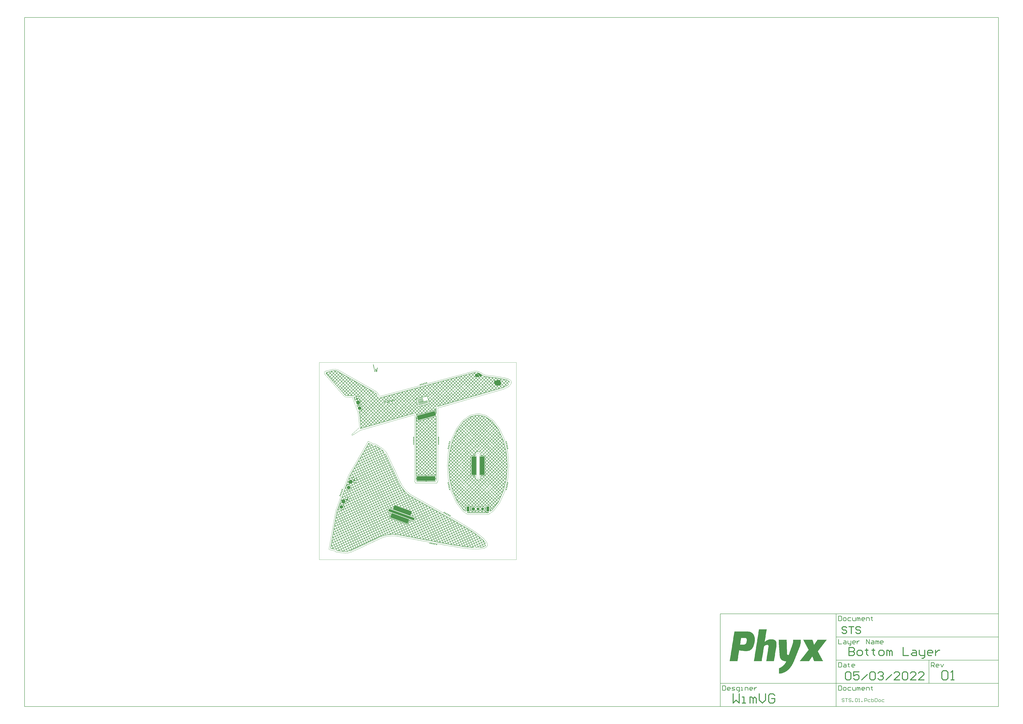
<source format=gbl>
G04*
G04 #@! TF.GenerationSoftware,Altium Limited,Altium Designer,22.2.1 (43)*
G04*
G04 Layer_Physical_Order=2*
G04 Layer_Color=3381759*
%FSLAX25Y25*%
%MOIN*%
G70*
G04*
G04 #@! TF.SameCoordinates,09E568D2-82FC-486A-A2B8-6DB2FCDF8EDF*
G04*
G04*
G04 #@! TF.FilePolarity,Positive*
G04*
G01*
G75*
%ADD10C,0.01575*%
%ADD11C,0.00787*%
G04:AMPARAMS|DCode=14|XSize=314.96mil|YSize=78.74mil|CornerRadius=0mil|HoleSize=0mil|Usage=FLASHONLY|Rotation=15.000|XOffset=0mil|YOffset=0mil|HoleType=Round|Shape=Rectangle|*
%AMROTATEDRECTD14*
4,1,4,-0.14193,-0.07879,-0.16230,-0.00273,0.14193,0.07879,0.16230,0.00273,-0.14193,-0.07879,0.0*
%
%ADD14ROTATEDRECTD14*%

%ADD15R,0.31496X0.07874*%
%ADD16C,0.01000*%
%ADD19C,0.01968*%
%ADD21C,0.00394*%
%ADD22C,0.00984*%
G04:AMPARAMS|DCode=23|XSize=472.44mil|YSize=43.31mil|CornerRadius=0mil|HoleSize=0mil|Usage=FLASHONLY|Rotation=160.000|XOffset=0mil|YOffset=0mil|HoleType=Round|Shape=Round|*
%AMOVALD23*
21,1,0.42913,0.04331,0.00000,0.00000,160.0*
1,1,0.04331,0.20163,-0.07339*
1,1,0.04331,-0.20163,0.07339*
%
%ADD23OVALD23*%

G04:AMPARAMS|DCode=24|XSize=61.02mil|YSize=60mil|CornerRadius=0mil|HoleSize=0mil|Usage=FLASHONLY|Rotation=250.000|XOffset=0mil|YOffset=0mil|HoleType=Round|Shape=Round|*
%AMOVALD24*
21,1,0.00102,0.06000,0.00000,0.00000,250.0*
1,1,0.06000,0.00018,0.00048*
1,1,0.06000,-0.00018,-0.00048*
%
%ADD24OVALD24*%

G04:AMPARAMS|DCode=25|XSize=61.02mil|YSize=60mil|CornerRadius=15mil|HoleSize=0mil|Usage=FLASHONLY|Rotation=70.000|XOffset=0mil|YOffset=0mil|HoleType=Round|Shape=RoundedRectangle|*
%AMROUNDEDRECTD25*
21,1,0.06102,0.03000,0,0,70.0*
21,1,0.03102,0.06000,0,0,70.0*
1,1,0.03000,0.01940,0.00945*
1,1,0.03000,0.00879,-0.01971*
1,1,0.03000,-0.01940,-0.00945*
1,1,0.03000,-0.00879,0.01971*
%
%ADD25ROUNDEDRECTD25*%
%ADD26C,0.02362*%
G04:AMPARAMS|DCode=27|XSize=61.02mil|YSize=60mil|CornerRadius=15mil|HoleSize=0mil|Usage=FLASHONLY|Rotation=105.000|XOffset=0mil|YOffset=0mil|HoleType=Round|Shape=RoundedRectangle|*
%AMROUNDEDRECTD27*
21,1,0.06102,0.03000,0,0,105.0*
21,1,0.03102,0.06000,0,0,105.0*
1,1,0.03000,0.01047,0.01887*
1,1,0.03000,0.01850,-0.01110*
1,1,0.03000,-0.01047,-0.01887*
1,1,0.03000,-0.01850,0.01110*
%
%ADD27ROUNDEDRECTD27*%
G04:AMPARAMS|DCode=28|XSize=61.02mil|YSize=60mil|CornerRadius=0mil|HoleSize=0mil|Usage=FLASHONLY|Rotation=285.000|XOffset=0mil|YOffset=0mil|HoleType=Round|Shape=Round|*
%AMOVALD28*
21,1,0.00102,0.06000,0.00000,0.00000,285.0*
1,1,0.06000,-0.00013,0.00049*
1,1,0.06000,0.00013,-0.00049*
%
%ADD28OVALD28*%

G04:AMPARAMS|DCode=29|XSize=86.61mil|YSize=47.24mil|CornerRadius=11.81mil|HoleSize=0mil|Usage=FLASHONLY|Rotation=90.000|XOffset=0mil|YOffset=0mil|HoleType=Round|Shape=RoundedRectangle|*
%AMROUNDEDRECTD29*
21,1,0.08661,0.02362,0,0,90.0*
21,1,0.06299,0.04724,0,0,90.0*
1,1,0.02362,0.01181,0.03150*
1,1,0.02362,0.01181,-0.03150*
1,1,0.02362,-0.01181,-0.03150*
1,1,0.02362,-0.01181,0.03150*
%
%ADD29ROUNDEDRECTD29*%
%ADD30C,0.05118*%
G04:AMPARAMS|DCode=31|XSize=51.18mil|YSize=51.18mil|CornerRadius=12.8mil|HoleSize=0mil|Usage=FLASHONLY|Rotation=0.000|XOffset=0mil|YOffset=0mil|HoleType=Round|Shape=RoundedRectangle|*
%AMROUNDEDRECTD31*
21,1,0.05118,0.02559,0,0,0.0*
21,1,0.02559,0.05118,0,0,0.0*
1,1,0.02559,0.01280,-0.01280*
1,1,0.02559,-0.01280,-0.01280*
1,1,0.02559,-0.01280,0.01280*
1,1,0.02559,0.01280,0.01280*
%
%ADD31ROUNDEDRECTD31*%
%ADD32C,0.02756*%
G04:AMPARAMS|DCode=33|XSize=314.96mil|YSize=78.74mil|CornerRadius=0mil|HoleSize=0mil|Usage=FLASHONLY|Rotation=160.000|XOffset=0mil|YOffset=0mil|HoleType=Round|Shape=Rectangle|*
%AMROTATEDRECTD33*
4,1,4,0.16145,-0.01687,0.13452,-0.09086,-0.16145,0.01687,-0.13452,0.09086,0.16145,-0.01687,0.0*
%
%ADD33ROTATEDRECTD33*%

%ADD34R,0.07874X0.31496*%
G36*
X74961Y299981D02*
X75808Y303942D01*
X76848D01*
X77685Y299991D01*
X78390Y305963D01*
X79361D01*
X78262Y298606D01*
X77321D01*
X76326Y302977D01*
X75325Y298606D01*
X74384D01*
X71603Y311429D01*
X72574D01*
X74961Y299981D01*
D02*
G37*
G36*
X251456Y296994D02*
X251473Y296984D01*
X251578Y296978D01*
X251580D01*
X251634Y296981D01*
X251704Y296967D01*
X251728Y296962D01*
X251728Y296962D01*
X251728Y296962D01*
X251729Y296962D01*
X251729Y296962D01*
X251730Y296962D01*
X251730Y296962D01*
X251810Y296950D01*
X251859Y296930D01*
X251859D01*
X251863Y296929D01*
X251887Y296924D01*
X251887Y296924D01*
X251889Y296924D01*
X251946Y296917D01*
X251982Y296905D01*
X251982Y296905D01*
X251985Y296904D01*
X252007Y296900D01*
X252070Y296872D01*
X252070Y296872D01*
X252074Y296871D01*
X252098Y296866D01*
X252172Y296847D01*
X252172Y296847D01*
X252185Y296833D01*
X252259Y296808D01*
X252285Y296794D01*
X252366Y296746D01*
X252393Y296731D01*
X252474Y296684D01*
X252514Y296661D01*
X252556Y296628D01*
Y296628D01*
X252559Y296626D01*
X252612Y296595D01*
X252710Y296530D01*
X252710Y296530D01*
X252710Y296530D01*
X252710Y296530D01*
X252710Y296530D01*
X252710Y296530D01*
X252710Y296530D01*
X252710Y296530D01*
X252710Y296530D01*
X252710Y296530D01*
X252710Y296530D01*
X252710Y296530D01*
X252711Y296529D01*
X253110Y296281D01*
X253398Y296106D01*
X253968Y295731D01*
X254458Y295403D01*
X254860Y295144D01*
X255450Y294740D01*
X255521Y294689D01*
X255619Y294624D01*
X255746Y294533D01*
X255849Y294447D01*
X255987Y294313D01*
X256070Y294211D01*
X256146Y294096D01*
X256193Y294007D01*
X256196Y294002D01*
X256209Y293987D01*
X256225Y293928D01*
X256253Y293824D01*
X256253Y293656D01*
X256246Y293599D01*
X256212Y293478D01*
X256177Y293403D01*
X256144Y293362D01*
X256144Y293362D01*
X256144Y293360D01*
X255726Y292731D01*
X255614Y292552D01*
Y292552D01*
X255613Y292552D01*
X255613Y292552D01*
X255613Y292551D01*
X255613Y292551D01*
X255613Y292551D01*
X255606Y292538D01*
X255525Y292414D01*
X255467Y292329D01*
X255370Y292177D01*
X255289Y292053D01*
X255139Y291840D01*
X255139Y291840D01*
X255136Y291823D01*
X255137Y291821D01*
X254929Y291508D01*
X254817Y291329D01*
X254816Y291328D01*
X254795Y291291D01*
X254795Y291291D01*
X254774Y291285D01*
X254721Y291225D01*
X254721Y291225D01*
X254718Y291221D01*
X254713Y291212D01*
X254629Y291157D01*
Y291157D01*
X254627Y291155D01*
X254611Y291141D01*
X254544Y291112D01*
X254300Y291047D01*
X254203Y291032D01*
X254148Y291028D01*
X254013Y291026D01*
X253991Y291031D01*
X253991Y291031D01*
X253991Y291031D01*
X253991Y291031D01*
X253990Y291031D01*
X253989Y291031D01*
X253989Y291031D01*
X253860Y291042D01*
X253860Y291042D01*
X253852Y291041D01*
X253836Y291037D01*
X253769Y291051D01*
X253531Y291135D01*
X253167Y291300D01*
X253154Y291307D01*
X253154Y291307D01*
X253154D01*
X253151Y291308D01*
X252906Y291414D01*
X252786Y291483D01*
X252660Y291574D01*
X252601Y291625D01*
X252526Y291703D01*
X252525Y291708D01*
X252525Y291708D01*
X252521Y291717D01*
X252419Y291838D01*
X252098Y292268D01*
X252098Y292268D01*
X252095Y292271D01*
X252067Y292296D01*
X252030Y292352D01*
X252030Y292352D01*
X252030Y292352D01*
X252030Y292352D01*
X252030Y292352D01*
X252029Y292352D01*
X252029Y292353D01*
X252029Y292353D01*
X252029Y292353D01*
X251957Y292449D01*
X251922Y292496D01*
X251815Y292640D01*
X251743Y292735D01*
X251743Y292735D01*
X251742Y292737D01*
X251693Y292792D01*
X251677Y292810D01*
X251620Y292896D01*
X251620Y292896D01*
X251619Y292898D01*
X251531Y293011D01*
X251457Y293117D01*
X251457Y293117D01*
X251457Y293117D01*
X251457Y293118D01*
X251457Y293118D01*
X251456Y293119D01*
X251456Y293119D01*
X251339Y293259D01*
X251268Y293353D01*
X251193Y293460D01*
X251138Y293537D01*
X251138Y293537D01*
X251137Y293539D01*
X251088Y293594D01*
X250733Y294061D01*
X250492Y294363D01*
X250206Y294745D01*
X249870Y295184D01*
X249700Y295390D01*
X249517Y295693D01*
X249484Y295773D01*
X249474Y295812D01*
X249473Y295855D01*
X249473Y295855D01*
X249472Y295861D01*
X249465Y295889D01*
X249469Y295956D01*
X249469Y295956D01*
X249469Y295957D01*
X249468Y295962D01*
X249468Y295962D01*
X249468Y295963D01*
X249468Y295963D01*
X249468Y295963D01*
X249468Y295963D01*
X249463Y295981D01*
X249467Y296046D01*
X249471Y296067D01*
X249491Y296117D01*
X249491Y296117D01*
X249493Y296125D01*
X249492Y296130D01*
X249491Y296134D01*
X249508Y296177D01*
X249516Y296190D01*
X249516Y296190D01*
X249518Y296196D01*
X249527Y296241D01*
X249533Y296252D01*
X249549Y296279D01*
X249563Y296303D01*
X249579Y296317D01*
X249579Y296317D01*
X249585Y296327D01*
X249596Y296360D01*
X249638Y296403D01*
X249638D01*
X249641Y296407D01*
X249647Y296417D01*
X249698Y296463D01*
X249736Y296484D01*
X249856Y296551D01*
X249856D01*
X249858Y296552D01*
X249885Y296569D01*
X250103Y296650D01*
X250103Y296650D01*
X250112Y296650D01*
X250783Y296844D01*
X250783D01*
X250785Y296845D01*
X250856Y296875D01*
X251221Y296973D01*
X251227Y296970D01*
X251241Y296967D01*
X251361Y296988D01*
X251456Y296994D01*
Y296994D01*
D02*
G37*
G36*
X251112Y296944D02*
X251176Y296961D01*
X251221Y296973D01*
X251112Y296944D01*
D02*
G37*
G36*
X247897Y295987D02*
X247898Y295987D01*
X247899Y295987D01*
X247900Y295987D01*
X247900Y295987D01*
X247996Y295967D01*
X248055Y295960D01*
X248055Y295960D01*
X248056Y295960D01*
X248057Y295960D01*
X248058Y295959D01*
X248059Y295959D01*
X248059Y295959D01*
X248210Y295908D01*
X248211Y295908D01*
X248300Y295875D01*
X248455Y295812D01*
X248455Y295812D01*
X248456Y295812D01*
X248457Y295811D01*
X248457Y295811D01*
X248458Y295811D01*
X248458Y295811D01*
X248538Y295764D01*
X248602Y295736D01*
X248603Y295736D01*
X248603Y295736D01*
X248604Y295736D01*
X248605Y295735D01*
X248605Y295735D01*
X248605Y295735D01*
X248743Y295646D01*
X248811Y295607D01*
X248812Y295607D01*
X248813Y295606D01*
X248814Y295605D01*
X248815Y295603D01*
X248816Y295603D01*
X248816Y295603D01*
X248830Y295587D01*
X248854Y295573D01*
X248854Y295573D01*
X248855Y295573D01*
X248855Y295572D01*
X248856Y295572D01*
X248856Y295572D01*
X248856Y295572D01*
X248927Y295522D01*
X248927Y295522D01*
X248928Y295521D01*
X248928Y295520D01*
X248929Y295520D01*
X248930Y295519D01*
X248930Y295519D01*
X248992Y295456D01*
X248992Y295456D01*
X248993Y295456D01*
X248993Y295456D01*
X248993Y295455D01*
X248993Y295455D01*
X248993Y295455D01*
X249010Y295437D01*
X249010Y295436D01*
X249010Y295436D01*
X249063Y295370D01*
X249063Y295369D01*
X249063Y295369D01*
X249063Y295369D01*
X249063Y295369D01*
X249063Y295369D01*
X249063Y295369D01*
X249137Y295263D01*
X249476Y294814D01*
X250053Y294073D01*
X250369Y293665D01*
X250542Y293447D01*
X250543Y293446D01*
X250650Y293303D01*
X250721Y293208D01*
X250769Y293153D01*
X250770Y293153D01*
X250770Y293153D01*
X250770Y293152D01*
X250771Y293152D01*
X250771Y293151D01*
X250771Y293151D01*
X250845Y293046D01*
X250929Y292943D01*
X251002Y292846D01*
X251002Y292846D01*
X251003Y292844D01*
X251004Y292842D01*
X251005Y292840D01*
X251005Y292839D01*
X251005Y292839D01*
X251007Y292833D01*
X251092Y292722D01*
X251157Y292649D01*
X251157Y292649D01*
X251158Y292648D01*
X251158Y292648D01*
X251158Y292647D01*
X251159Y292647D01*
X251159Y292647D01*
X251233Y292541D01*
X251268Y292493D01*
X251320Y292428D01*
X251425Y292295D01*
X251546Y292144D01*
X251653Y292000D01*
X251754Y291878D01*
X251754Y291878D01*
X251755Y291878D01*
X251755Y291877D01*
X251755Y291877D01*
X251755Y291877D01*
X251755Y291877D01*
X251813Y291789D01*
X251868Y291712D01*
X251869Y291710D01*
X251869Y291710D01*
X251892Y291670D01*
X251892Y291670D01*
X251892Y291670D01*
X251892Y291669D01*
X251892Y291669D01*
X251892Y291668D01*
X251892Y291668D01*
X251923Y291596D01*
X251923Y291596D01*
X251924Y291594D01*
Y291594D01*
X251923Y291596D01*
X251923Y291596D01*
X251923Y291596D01*
X251923Y291596D01*
X251923Y291596D01*
X251923Y291596D01*
X251924Y291595D01*
X251924Y291595D01*
X251924Y291594D01*
X251924Y291594D01*
X251924Y291594D01*
X251924Y291594D01*
X251924Y291594D01*
X251924Y291593D01*
X251924Y291593D01*
X251924Y291593D01*
X251924Y291593D01*
X251953Y291486D01*
X251973Y291411D01*
X251982Y291379D01*
X251982Y291379D01*
X251982Y291378D01*
X251982Y291378D01*
X251982Y291377D01*
X251982Y291377D01*
X251982Y291377D01*
X251997Y291278D01*
X251997Y291277D01*
X251997Y291277D01*
X251997Y291276D01*
X251997Y291275D01*
X251997Y291274D01*
X251997Y291273D01*
X251997Y291273D01*
X251993Y291203D01*
Y291203D01*
X251993Y291203D01*
X251993Y291203D01*
X251993Y291202D01*
X251993Y291202D01*
X251993Y291202D01*
X251979Y291084D01*
X251979Y291086D01*
X251979Y291086D01*
X251979Y291084D01*
X251979Y291084D01*
Y291084D01*
X251979Y291084D01*
X251979Y291084D01*
X251979Y291083D01*
X251979Y291084D01*
X251979Y291084D01*
X251979Y291083D01*
X251979Y291083D01*
X251979Y291083D01*
Y291083D01*
Y291083D01*
X251979D01*
X251979Y291082D01*
X251979Y291083D01*
X251979Y291083D01*
X251979D01*
X251978Y291080D01*
X251979Y291081D01*
X251979Y291082D01*
X251979Y291082D01*
X251979Y291081D01*
X251979Y291081D01*
X251978Y291080D01*
X251956Y290994D01*
X251956Y290994D01*
X251955Y290993D01*
X251955Y290992D01*
X251955Y290992D01*
X251955Y290991D01*
X251955Y290991D01*
X251906Y290875D01*
X251905Y290873D01*
X251905Y290873D01*
X251821Y290713D01*
X251821Y290713D01*
X251821Y290712D01*
X251820Y290711D01*
X251820Y290710D01*
X251819Y290710D01*
X251819Y290710D01*
X251682Y290535D01*
X251682Y290535D01*
X251682Y290534D01*
X251681Y290534D01*
X251680Y290533D01*
X251680Y290533D01*
X251680Y290533D01*
X251569Y290434D01*
X251476Y290352D01*
X251476Y290352D01*
X251476Y290352D01*
X251475Y290351D01*
X251476Y290352D01*
X251475Y290351D01*
X251475Y290351D01*
X251475Y290351D01*
X251475Y290351D01*
X251475Y290351D01*
X251475Y290351D01*
X251475Y290351D01*
X251409Y290299D01*
X251408Y290299D01*
X251407Y290298D01*
X251406Y290297D01*
X251405Y290296D01*
X251404Y290296D01*
X251404Y290296D01*
X251344Y290269D01*
X251317Y290251D01*
X251316Y290250D01*
X251316Y290250D01*
X251313Y290249D01*
X251141Y290168D01*
X251140Y290168D01*
X251139Y290167D01*
X251138Y290167D01*
X251137Y290167D01*
X251137Y290167D01*
X251137D01*
X251030Y290138D01*
X251029Y290138D01*
X251028Y290138D01*
X251027Y290137D01*
X251026Y290137D01*
X251025Y290137D01*
X251025Y290137D01*
X250877Y290132D01*
X250832Y290131D01*
X250766Y290125D01*
X250765Y290125D01*
X250765Y290125D01*
X250764Y290125D01*
X250764Y290125D01*
X250764D01*
X250638Y290125D01*
X250638D01*
X250637Y290125D01*
X250636Y290125D01*
X250635Y290126D01*
X250634Y290126D01*
X250633Y290126D01*
X250633D01*
X250585Y290136D01*
X250492Y290145D01*
X250304Y290163D01*
X250303Y290163D01*
X250303Y290163D01*
X250303Y290163D01*
X250302Y290163D01*
X250302Y290163D01*
X250304Y290163D01*
X250304Y290163D01*
X250302Y290163D01*
X249973Y290211D01*
X249966Y290209D01*
X249966Y290209D01*
X249964Y290208D01*
X249963Y290208D01*
X249961Y290208D01*
X249961Y290208D01*
X249960Y290208D01*
X249960Y290208D01*
X249959Y290208D01*
X249958Y290208D01*
X249958Y290208D01*
X249958Y290208D01*
X249603Y290251D01*
X249320Y290278D01*
X249108Y290301D01*
X249108Y290301D01*
X249106Y290302D01*
X249108Y290301D01*
X249107Y290302D01*
X248821Y290340D01*
X248634Y290358D01*
X248360Y290388D01*
X248267Y290398D01*
X248267Y290398D01*
X248266Y290398D01*
X248266Y290398D01*
X248266Y290398D01*
X248265Y290398D01*
X248265Y290398D01*
X248074Y290427D01*
X247779Y290462D01*
X247566Y290485D01*
X247416Y290491D01*
X247416Y290491D01*
X247415Y290491D01*
X247415Y290491D01*
X247414Y290491D01*
X247414Y290491D01*
Y290491D01*
X247199Y290525D01*
X246927Y290555D01*
X246526Y290597D01*
X246526Y290597D01*
X246525Y290597D01*
X246525Y290597D01*
X246525Y290597D01*
X246524Y290597D01*
X246524D01*
X246107Y290657D01*
X246107Y290657D01*
X246106Y290657D01*
X246105Y290658D01*
X246104Y290658D01*
X246104Y290658D01*
X246104Y290658D01*
X245790Y290758D01*
X245790Y290758D01*
X245789Y290758D01*
X245788Y290758D01*
X245787Y290759D01*
X245787Y290759D01*
X245787D01*
X245575Y290863D01*
X245470Y290915D01*
X245469Y290915D01*
X245468Y290916D01*
X245468Y290916D01*
X245467Y290917D01*
X245466Y290917D01*
X245466D01*
X245409Y290959D01*
X245409Y290959D01*
X245409Y290959D01*
X245409Y290959D01*
X245409Y290959D01*
X245409Y290960D01*
X245409Y290960D01*
X245291Y291054D01*
X245291Y291055D01*
X245291Y291055D01*
X245290Y291055D01*
X245290Y291055D01*
X245290Y291055D01*
X245290Y291055D01*
X245214Y291126D01*
X245214Y291126D01*
X245214Y291127D01*
X245213Y291127D01*
X245213Y291127D01*
X245213Y291127D01*
X245213Y291127D01*
X245104Y291235D01*
X245103Y291236D01*
X245101Y291239D01*
X245100Y291241D01*
X245099Y291244D01*
X245098Y291245D01*
X245098Y291245D01*
X245096Y291253D01*
X245037Y291349D01*
X245036Y291351D01*
X245036Y291351D01*
X244983Y291463D01*
X244983Y291463D01*
X244983Y291463D01*
X244982Y291464D01*
X244982Y291464D01*
X244982Y291464D01*
X244940Y291579D01*
X244940Y291580D01*
X244940Y291580D01*
X244939Y291581D01*
X244939Y291581D01*
X244939Y291581D01*
Y291581D01*
X244922Y291646D01*
X244893Y291753D01*
X244893Y291753D01*
X244893Y291754D01*
X244893Y291754D01*
X244893Y291755D01*
X244893Y291755D01*
Y291755D01*
X244871Y291921D01*
X244871Y291922D01*
X244871Y291923D01*
X244871Y291923D01*
X244871Y291924D01*
X244871Y291924D01*
X244871Y291924D01*
X244869Y292188D01*
X244864Y292680D01*
X244843Y293569D01*
X244826Y294104D01*
X244816Y294227D01*
X244816Y294227D01*
X244816Y294228D01*
X244816Y294228D01*
X244816Y294229D01*
X244816Y294229D01*
Y294229D01*
X244817Y294309D01*
X244817Y294310D01*
X244817Y294311D01*
X244818Y294312D01*
X244818Y294313D01*
X244818Y294313D01*
X244818Y294313D01*
X244822Y294336D01*
X244824Y294413D01*
X244817Y294479D01*
X244817Y294480D01*
X244817Y294481D01*
X244817Y294483D01*
X244817Y294485D01*
X244818Y294485D01*
X244818Y294485D01*
X244823Y294510D01*
X244827Y294531D01*
X244824Y294585D01*
X244824Y294585D01*
X244824Y294587D01*
X244824Y294588D01*
X244824Y294589D01*
X244824Y294590D01*
X244824Y294590D01*
X244846Y294722D01*
X244846Y294723D01*
X244846Y294724D01*
X244847Y294726D01*
X244848Y294728D01*
X244848Y294729D01*
X244848Y294729D01*
X244879Y294781D01*
X244903Y294855D01*
X244904Y294856D01*
X244904Y294858D01*
X244905Y294859D01*
X244906Y294861D01*
X244907Y294862D01*
Y294862D01*
X245009Y294992D01*
X245059Y295062D01*
X245059Y295062D01*
X245059Y295063D01*
X245060Y295063D01*
X245060Y295064D01*
X245060Y295064D01*
X245060Y295064D01*
X245165Y295184D01*
X245192Y295214D01*
X245193Y295214D01*
X245193Y295215D01*
X245194Y295216D01*
X245195Y295217D01*
X245196Y295217D01*
X245196Y295217D01*
X245291Y295289D01*
X245292Y295289D01*
X245398Y295363D01*
X245398Y295363D01*
X245399Y295364D01*
X245400Y295365D01*
X245401Y295365D01*
X245402Y295366D01*
X245402Y295366D01*
X245607Y295455D01*
X245668Y295483D01*
X245671Y295484D01*
X245671Y295484D01*
X245871Y295549D01*
X245871Y295549D01*
X245871Y295549D01*
X245872Y295549D01*
X245872Y295549D01*
X245872Y295549D01*
X245872Y295549D01*
X247200Y295905D01*
X247201Y295905D01*
X247493Y295972D01*
X247494Y295972D01*
X247495Y295972D01*
X247497Y295973D01*
X247498Y295973D01*
X247499Y295972D01*
X247499Y295973D01*
X247532Y295971D01*
X247722Y295987D01*
X247722Y295987D01*
X247722Y295987D01*
X247723Y295987D01*
X247723Y295987D01*
X247723Y295987D01*
X247723Y295987D01*
X247896Y295987D01*
X247896Y295987D01*
X247897Y295987D01*
D02*
G37*
G36*
X251979Y291083D02*
X251979Y291083D01*
X251979Y291083D01*
D01*
X251979Y291083D01*
Y291083D01*
Y291083D01*
D02*
G37*
G36*
X251476Y290352D02*
X251476Y290352D01*
X251476Y290352D01*
X251476Y290352D01*
X251476Y290352D01*
X251476Y290352D01*
D02*
G37*
G36*
X251475Y290351D02*
X251475Y290351D01*
X251475Y290351D01*
X251475Y290351D01*
X251475Y290351D01*
X251475Y290351D01*
X251475Y290351D01*
D02*
G37*
G36*
X251316Y290250D02*
X251316Y290250D01*
X251316Y290250D01*
X251316Y290250D01*
X251316Y290250D01*
X251316Y290250D01*
X251316Y290250D01*
D02*
G37*
G36*
X251316Y290250D02*
X251315Y290250D01*
X251314Y290249D01*
X251314Y290249D01*
X251314Y290249D01*
X251314D01*
X251314Y290249D01*
X251316Y290250D01*
X251316Y290250D01*
D02*
G37*
G36*
X286869Y285040D02*
X287767Y284290D01*
X288243Y282513D01*
X289082Y280109D01*
X288444Y277166D01*
X287263Y275985D01*
X285294Y275591D01*
X282145D01*
X280531Y276286D01*
X279085Y276702D01*
X277769Y278427D01*
X277436Y279829D01*
X277339Y280619D01*
X277420Y285434D01*
X279481Y284114D01*
X281211Y284382D01*
X284507Y285434D01*
X286869Y285040D01*
D02*
G37*
G36*
X100128Y251546D02*
X100136Y251546D01*
X100143Y251546D01*
X100152Y251546D01*
X100161Y251545D01*
X100170Y251545D01*
X100179Y251544D01*
X100189Y251543D01*
X100200Y251543D01*
X100212Y251541D01*
X100225Y251540D01*
X100227Y251540D01*
X100231Y251539D01*
X100235Y251539D01*
X100239Y251538D01*
X100241Y251538D01*
Y251538D01*
X100243Y251537D01*
X100249Y251537D01*
X100254Y251536D01*
X100259Y251535D01*
X100261Y251535D01*
X100275Y251533D01*
X100302Y251527D01*
X100329Y251521D01*
X100355Y251514D01*
X100369Y251510D01*
X100371Y251509D01*
X100374Y251508D01*
X100378Y251507D01*
X100381Y251506D01*
X100383Y251505D01*
X100383Y251505D01*
X100396Y251501D01*
X100407Y251497D01*
X100416Y251494D01*
X100425Y251491D01*
X100433Y251487D01*
X100442Y251484D01*
X100449Y251481D01*
X100456Y251478D01*
X100462Y251476D01*
X100469Y251473D01*
X100475Y251470D01*
X100481Y251467D01*
X100487Y251464D01*
X100493Y251462D01*
X100499Y251459D01*
X100504Y251456D01*
X100509Y251454D01*
X100515Y251451D01*
X100520Y251448D01*
X100525Y251446D01*
X100529Y251444D01*
X100534Y251441D01*
X100539Y251439D01*
X100543Y251436D01*
X100548Y251434D01*
X100552Y251431D01*
X100557Y251429D01*
X100560Y251427D01*
X100564Y251425D01*
X100568Y251423D01*
X100572Y251420D01*
X100575Y251418D01*
X100579Y251416D01*
X100582Y251414D01*
X100585Y251412D01*
X100589Y251410D01*
X100592Y251408D01*
X100596Y251406D01*
X100599Y251403D01*
X100603Y251401D01*
X100606Y251399D01*
X100609Y251396D01*
X100613Y251394D01*
X100616Y251392D01*
X100620Y251389D01*
X100623Y251387D01*
X100626Y251384D01*
X100630Y251382D01*
X100633Y251379D01*
X100636Y251377D01*
X100640Y251375D01*
X100643Y251372D01*
X100647Y251369D01*
X100650Y251367D01*
X100653Y251364D01*
X100657Y251361D01*
X100660Y251359D01*
X100663Y251356D01*
X100667Y251353D01*
X100670Y251351D01*
X100673Y251348D01*
X100677Y251345D01*
X100680Y251342D01*
X100683Y251339D01*
X100687Y251336D01*
X100690Y251333D01*
X100694Y251330D01*
X100698Y251326D01*
X100701Y251323D01*
X100705Y251320D01*
X100709Y251316D01*
X100712Y251313D01*
X100716Y251309D01*
X100719Y251306D01*
X100723Y251303D01*
X100727Y251299D01*
X100730Y251296D01*
X100734Y251292D01*
X100737Y251288D01*
X100741Y251285D01*
X100744Y251281D01*
X100748Y251277D01*
X100751Y251274D01*
X100755Y251270D01*
X100759Y251266D01*
X100762Y251263D01*
X100766Y251259D01*
X100769Y251255D01*
X100772Y251251D01*
X100776Y251247D01*
X100780Y251243D01*
X100784Y251239D01*
X100787Y251234D01*
X100791Y251230D01*
X100795Y251225D01*
X100799Y251221D01*
X100802Y251217D01*
X100806Y251212D01*
X100810Y251208D01*
X100814Y251203D01*
X100817Y251199D01*
X100821Y251194D01*
X100825Y251189D01*
X100828Y251185D01*
X100832Y251179D01*
X100836Y251174D01*
X100840Y251169D01*
X100844Y251164D01*
X100848Y251159D01*
X100852Y251153D01*
X100856Y251148D01*
X100860Y251143D01*
X100864Y251137D01*
X100868Y251131D01*
X100872Y251125D01*
X100876Y251119D01*
X100881Y251114D01*
X100885Y251108D01*
X100889Y251101D01*
X100893Y251095D01*
X100897Y251089D01*
X100902Y251082D01*
X100906Y251075D01*
X100910Y251069D01*
X100911Y251067D01*
X102891Y247987D01*
X102009Y247750D01*
X100196Y250570D01*
X100196Y250571D01*
X100196Y250571D01*
X100196Y250571D01*
X100196Y250571D01*
X100196Y250572D01*
X100195Y250572D01*
X100195Y250572D01*
X100195Y250573D01*
X100195Y250573D01*
X100194Y250573D01*
X100194Y250574D01*
X100194Y250574D01*
X100194Y250574D01*
X100194Y250574D01*
X100194Y250574D01*
X100194Y250575D01*
X100193Y250575D01*
X100193Y250575D01*
X100193Y250575D01*
X100193Y250576D01*
X100193Y250576D01*
X100193Y250576D01*
X100193Y250576D01*
X100192Y250576D01*
X100192Y250577D01*
X100192Y250577D01*
X100192Y250577D01*
X100192Y250577D01*
X100192Y250577D01*
X100192Y250578D01*
X100192Y250578D01*
X100191Y250578D01*
X100191Y250578D01*
X100191Y250579D01*
X100191Y250579D01*
X100191Y250579D01*
X100190Y250580D01*
X100190Y250580D01*
X100190Y250580D01*
X100190Y250580D01*
X100190Y250581D01*
X100189Y250581D01*
X100189Y250581D01*
X100189Y250582D01*
X100189Y250582D01*
X100189Y250582D01*
X100188Y250583D01*
X100188Y250583D01*
X100188Y250583D01*
X100188Y250584D01*
X100188Y250584D01*
X100187Y250584D01*
X100187Y250585D01*
X100187Y250585D01*
X100187Y250585D01*
X100187Y250585D01*
X100186Y250586D01*
X100186Y250586D01*
X100186Y250586D01*
X100186Y250587D01*
X100186Y250587D01*
X100185Y250587D01*
X100185Y250588D01*
X100185Y250588D01*
X100185Y250588D01*
X100185Y250588D01*
X100184Y250589D01*
X100184Y250589D01*
X100184Y250589D01*
X100184Y250590D01*
X100183Y250590D01*
X100183Y250590D01*
X100183Y250590D01*
X100183Y250591D01*
X100183Y250591D01*
X100183Y250591D01*
X100182Y250592D01*
X100182Y250592D01*
X100182Y250592D01*
X100182Y250592D01*
X100182Y250593D01*
X100182Y250593D01*
X100181Y250593D01*
X100181Y250593D01*
X100181Y250594D01*
X100181Y250594D01*
X100180Y250594D01*
X100180Y250595D01*
X100180Y250595D01*
X100180Y250595D01*
X100180Y250595D01*
X100180Y250596D01*
X100179Y250596D01*
X100179Y250596D01*
X100179Y250597D01*
X100179Y250597D01*
X100178Y250597D01*
X100178Y250598D01*
X100178Y250598D01*
X100178Y250598D01*
X100178Y250599D01*
X100177Y250599D01*
X100177Y250599D01*
X100177Y250600D01*
X100177Y250600D01*
X100176Y250600D01*
X100176Y250601D01*
X100176Y250601D01*
X100176Y250601D01*
X100175Y250602D01*
X100175Y250602D01*
X100175Y250602D01*
X100175Y250603D01*
X100174Y250603D01*
X100174Y250603D01*
X100174Y250604D01*
X100174Y250604D01*
X100174Y250604D01*
X100173Y250605D01*
X100173Y250605D01*
X100173Y250605D01*
X100173Y250606D01*
X100172Y250606D01*
X100172Y250606D01*
X100172Y250606D01*
X100172Y250607D01*
X100171Y250607D01*
X100171Y250607D01*
X100171Y250608D01*
X100171Y250608D01*
X100171Y250608D01*
X100170Y250609D01*
X100170Y250609D01*
X100170Y250609D01*
X100170Y250609D01*
X100169Y250610D01*
X100169Y250610D01*
X100169Y250610D01*
X100169Y250611D01*
X100169Y250611D01*
X100168Y250611D01*
X100168Y250612D01*
X100168Y250612D01*
X100168Y250612D01*
X100167Y250612D01*
X100167Y250613D01*
X100167Y250613D01*
X100167Y250613D01*
X100166Y250614D01*
X100166Y250614D01*
X100166Y250614D01*
X100166Y250615D01*
X100165Y250615D01*
X100165Y250615D01*
X100165Y250615D01*
X100165Y250616D01*
X100164Y250616D01*
X100164Y250616D01*
X100164Y250617D01*
X100164Y250617D01*
X100164Y250617D01*
X100163Y250618D01*
X100163Y250618D01*
X100163Y250618D01*
X100162Y250619D01*
X100162Y250619D01*
X100162Y250619D01*
X100162Y250620D01*
X100161Y250620D01*
X100161Y250620D01*
X100161Y250621D01*
X100160Y250621D01*
X100160Y250621D01*
X100160Y250622D01*
X100160Y250622D01*
X100159Y250622D01*
X100159Y250623D01*
X100159Y250623D01*
X100158Y250623D01*
X100158Y250624D01*
X100158Y250624D01*
X100157Y250624D01*
X100157Y250625D01*
X100157Y250625D01*
X100157Y250625D01*
X100156Y250626D01*
X100156Y250626D01*
X100156Y250626D01*
X100155Y250627D01*
X100155Y250627D01*
X100155Y250627D01*
X100154Y250627D01*
X100154Y250628D01*
X100154Y250628D01*
X100154Y250628D01*
X100153Y250629D01*
X100153Y250629D01*
X100153Y250629D01*
X100152Y250630D01*
X100152Y250630D01*
X100152Y250630D01*
X100152Y250630D01*
X100151Y250631D01*
X100151Y250631D01*
X100151Y250631D01*
X100150Y250632D01*
X100150Y250632D01*
X100150Y250632D01*
X100149Y250633D01*
X100149Y250633D01*
X100149Y250633D01*
X100148Y250633D01*
X100148Y250634D01*
X100148Y250634D01*
X100148Y250634D01*
X100147Y250635D01*
X100147Y250635D01*
X100147Y250635D01*
X100146Y250635D01*
X100146Y250636D01*
X100146Y250636D01*
X100145Y250636D01*
X100145Y250637D01*
X100145Y250637D01*
X100144Y250637D01*
X100144Y250638D01*
X100144Y250638D01*
X100143Y250638D01*
X100143Y250639D01*
X100143Y250639D01*
X100142Y250639D01*
X100142Y250639D01*
X100141Y250640D01*
X100141Y250640D01*
X100141Y250640D01*
X100140Y250641D01*
X100140Y250641D01*
X100139Y250641D01*
X100139Y250641D01*
X100139Y250642D01*
X100138Y250642D01*
X100138Y250642D01*
X100138Y250642D01*
X100137Y250643D01*
X100136Y250644D01*
X100135Y250644D01*
X100134Y250645D01*
X100132Y250646D01*
X100131Y250647D01*
X100129Y250648D01*
X100128Y250649D01*
X100126Y250650D01*
X100125Y250651D01*
X100123Y250652D01*
X100121Y250653D01*
X100119Y250654D01*
X100119Y250654D01*
X100118Y250655D01*
X100117Y250655D01*
X100117Y250655D01*
X100117Y250655D01*
X100117Y250655D01*
X100116Y250655D01*
X100116Y250656D01*
X100115Y250656D01*
X100114Y250656D01*
X100114Y250657D01*
X100113Y250657D01*
X100113Y250657D01*
X100112Y250657D01*
X100111Y250658D01*
X100111Y250658D01*
X100110Y250658D01*
X100109Y250658D01*
X100108Y250659D01*
X100107Y250659D01*
X100107Y250660D01*
X100104Y250661D01*
X100098Y250663D01*
X100092Y250664D01*
X100086Y250666D01*
X100083Y250666D01*
X100083Y250666D01*
X100082Y250667D01*
X100081Y250667D01*
X100080Y250667D01*
X100080Y250667D01*
X100080D01*
X100079Y250667D01*
X100078Y250667D01*
X100078Y250667D01*
X100077Y250667D01*
X100077Y250667D01*
X100076Y250668D01*
X100076Y250668D01*
X100075Y250668D01*
X100074Y250668D01*
X100074Y250668D01*
X100072Y250668D01*
X100070Y250668D01*
X100067Y250668D01*
X100066Y250669D01*
X100064Y250669D01*
X100062Y250669D01*
X100060Y250669D01*
X100058Y250669D01*
X100057Y250669D01*
X100055Y250669D01*
X100054Y250669D01*
X100052Y250669D01*
X100051Y250669D01*
X100049Y250669D01*
X100048Y250669D01*
X100047Y250669D01*
X100045Y250668D01*
X100044Y250668D01*
X100042Y250668D01*
X100041Y250668D01*
X100040Y250668D01*
X100039Y250668D01*
X100037Y250668D01*
X100036Y250668D01*
X100035Y250667D01*
X100033Y250667D01*
X100032Y250667D01*
X100031Y250667D01*
X100030Y250667D01*
X100029Y250666D01*
X100027Y250666D01*
X100026Y250666D01*
X100025Y250666D01*
X100024Y250666D01*
X100023Y250665D01*
X100022Y250665D01*
X100020Y250665D01*
X100019Y250665D01*
X100018Y250664D01*
X100017Y250664D01*
X100016Y250664D01*
X100014Y250663D01*
X100013Y250663D01*
X100012Y250663D01*
X100011Y250663D01*
X100010Y250662D01*
X100009Y250662D01*
X100008Y250662D01*
X100007Y250661D01*
X100006Y250661D01*
X100004Y250661D01*
X100003Y250661D01*
X100002Y250660D01*
X100001Y250660D01*
X100000Y250659D01*
X99999Y250659D01*
X99998Y250659D01*
X99996Y250658D01*
X99995Y250658D01*
X99994Y250658D01*
X99993Y250657D01*
X99992Y250657D01*
X99991Y250656D01*
X99990Y250656D01*
X99989Y250656D01*
X99988Y250655D01*
X99986Y250655D01*
X99985Y250654D01*
X99984Y250654D01*
X99983Y250653D01*
X99981Y250653D01*
X99980Y250652D01*
X99979Y250652D01*
X99978Y250651D01*
X99977Y250651D01*
X99976Y250650D01*
X99974Y250649D01*
X99973Y250649D01*
X99972Y250648D01*
X99971Y250647D01*
X99969Y250647D01*
X99968Y250646D01*
X99967Y250645D01*
X99965Y250645D01*
X99964Y250644D01*
X99963Y250643D01*
X99961Y250642D01*
X99960Y250641D01*
X99958Y250640D01*
X99957Y250639D01*
X99955Y250638D01*
X99953Y250637D01*
X99951Y250636D01*
X99950Y250634D01*
X99949Y250634D01*
X99949Y250634D01*
X99948Y250633D01*
X99948Y250633D01*
X99948Y250633D01*
X99947Y250632D01*
X99947Y250632D01*
X99946Y250631D01*
X99945Y250631D01*
X99945Y250631D01*
X99945Y250630D01*
X99944Y250630D01*
X99944Y250629D01*
X99943Y250629D01*
X99942Y250629D01*
X99942Y250628D01*
X99941Y250627D01*
X99940Y250627D01*
X99940Y250626D01*
X99939Y250625D01*
X99937Y250623D01*
X99933Y250619D01*
X99929Y250615D01*
X99925Y250610D01*
X99923Y250608D01*
X99923Y250608D01*
X99923Y250607D01*
X99922Y250606D01*
X99922Y250606D01*
X99921Y250605D01*
X99921Y250605D01*
X99921Y250605D01*
X99921Y250604D01*
X99920Y250604D01*
X99920Y250603D01*
X99920Y250603D01*
X99919Y250603D01*
X99919Y250602D01*
X99919Y250602D01*
X99918Y250601D01*
X99918Y250601D01*
X99918D01*
X99918Y250600D01*
X99918Y250600D01*
X99917Y250599D01*
X99917Y250599D01*
X99917Y250599D01*
Y250599D01*
X99916Y250597D01*
X99915Y250595D01*
X99914Y250593D01*
X99913Y250592D01*
X99912Y250590D01*
X99911Y250589D01*
X99910Y250587D01*
X99910Y250586D01*
X99909Y250584D01*
X99908Y250583D01*
X99908Y250582D01*
X99907Y250581D01*
X99907Y250581D01*
X99907Y250580D01*
X99907Y250580D01*
X99907Y250579D01*
X99906Y250579D01*
X99906Y250578D01*
X99906Y250578D01*
X99906Y250578D01*
X99906Y250577D01*
X99906Y250577D01*
X99905Y250576D01*
X99905Y250576D01*
X99905Y250575D01*
X99905Y250575D01*
X99905Y250574D01*
X99905Y250574D01*
X99904Y250573D01*
X99904Y250573D01*
X99904Y250573D01*
X99904Y250572D01*
X99904Y250572D01*
X99904Y250571D01*
X99904Y250571D01*
X99903Y250570D01*
X99903Y250570D01*
X99903Y250570D01*
X99903Y250569D01*
X99903Y250569D01*
X99903Y250568D01*
X99902Y250568D01*
X99902Y250568D01*
X99902Y250567D01*
X99902Y250567D01*
X99902Y250566D01*
X99902Y250566D01*
X99902Y250566D01*
X99902Y250565D01*
X99902Y250565D01*
X99901Y250564D01*
X99901Y250564D01*
X99901Y250564D01*
X99901Y250563D01*
X99901Y250563D01*
X99901Y250562D01*
X99901Y250562D01*
X99901Y250561D01*
X99901Y250561D01*
X99901Y250561D01*
X99901Y250560D01*
X99900Y250560D01*
X99900Y250559D01*
X99900Y250559D01*
X99900Y250559D01*
X99900Y250558D01*
X99900Y250558D01*
X99900Y250557D01*
X99900Y250557D01*
X99900Y250556D01*
X99900Y250556D01*
X99899Y250556D01*
X99899Y250555D01*
X99899Y250555D01*
X99899Y250554D01*
X99899Y250554D01*
X99899Y250553D01*
X99899Y250553D01*
X99899Y250553D01*
X99899Y250552D01*
X99899Y250552D01*
X99898Y250551D01*
X99898Y250551D01*
X99898Y250550D01*
X99898Y250550D01*
X99898Y250550D01*
X99898Y250549D01*
X99898Y250549D01*
X99898Y250548D01*
X99898Y250548D01*
X99898Y250547D01*
X99898Y250547D01*
X99898Y250546D01*
X99898Y250546D01*
X99897Y250546D01*
X99897Y250545D01*
X99897Y250545D01*
X99897Y250544D01*
X99897Y250544D01*
X99897Y250543D01*
X99897Y250543D01*
X99897Y250543D01*
X99897Y250542D01*
X99897Y250542D01*
X99897Y250541D01*
X99897Y250541D01*
X99897Y250541D01*
X99897Y250540D01*
X99897Y250540D01*
X99897Y250540D01*
X99897Y250539D01*
X99897Y250539D01*
X99896Y250538D01*
X99896Y250538D01*
X99896Y250538D01*
X99896Y250537D01*
X99896Y250537D01*
X99896Y250537D01*
X99896Y250536D01*
X99896Y250536D01*
X99896Y250535D01*
X99896Y250535D01*
X99896Y250535D01*
X99896Y250534D01*
X99896Y250534D01*
X99896Y250534D01*
X99896Y250533D01*
X99896Y250533D01*
X99896Y250532D01*
X99896Y250532D01*
X99896Y250532D01*
X99896Y250531D01*
X99896Y250531D01*
X99896Y250531D01*
X99895Y250530D01*
X99895Y250530D01*
X99895Y250529D01*
X99895Y250529D01*
X99895Y250529D01*
X99895Y250528D01*
X99895Y250528D01*
X99895Y250527D01*
X99895Y250527D01*
X99895Y250527D01*
X99895Y250526D01*
X99895Y250526D01*
X99895Y250525D01*
X99895Y250525D01*
X99895Y250525D01*
X99895Y250524D01*
X99895Y250524D01*
X99895Y250523D01*
X99895Y250523D01*
X99895Y250523D01*
X99895Y250522D01*
X99895Y250522D01*
X99895Y250521D01*
X99895Y250521D01*
X99894Y250521D01*
X99894Y250520D01*
X99894Y250520D01*
X99894Y250519D01*
X99894Y250519D01*
X99894Y250519D01*
X99894Y250518D01*
X99894Y250518D01*
X99894Y250517D01*
X99894Y250517D01*
X99894Y250517D01*
X99894Y250517D01*
X99894Y250516D01*
X99894Y250516D01*
X99894Y250516D01*
X99894Y250515D01*
X99894Y250515D01*
X99894Y250515D01*
X99894Y250514D01*
X99894Y250514D01*
X99894Y250514D01*
X99894Y250513D01*
X99894Y250513D01*
X99894Y250513D01*
X99894Y250512D01*
X99894Y250512D01*
X99894Y250512D01*
X99894Y250512D01*
X99894Y250511D01*
X99894Y250511D01*
X99894Y250511D01*
X99894Y250510D01*
X99894Y250509D01*
X99894Y250509D01*
X99894Y250509D01*
X99894Y250508D01*
X99894Y250508D01*
X99894Y250507D01*
X99894Y250507D01*
X99893Y250507D01*
X99893Y250506D01*
X99893Y250506D01*
X99893Y250505D01*
X99893Y250505D01*
X99893Y250505D01*
X99893Y250505D01*
X99893Y250504D01*
X99893Y250504D01*
X99893Y250504D01*
X99893Y250503D01*
X99893Y250503D01*
X99893Y250503D01*
X99893Y250502D01*
X99893Y250502D01*
X99893Y250502D01*
X99893Y250501D01*
X99893Y250501D01*
X99893Y250501D01*
X99893Y250500D01*
X99893Y250500D01*
X99893Y250500D01*
X99893Y250499D01*
X99893Y250499D01*
X99893Y250499D01*
X99893Y250498D01*
Y250498D01*
X99893Y250498D01*
X99893Y250498D01*
X99893Y250498D01*
X99893Y250497D01*
X99893Y250497D01*
X99893Y250497D01*
X99893Y250496D01*
X99893Y250496D01*
Y250496D01*
X99893Y250496D01*
Y250495D01*
X99893Y250495D01*
X99893Y250495D01*
X99893Y250494D01*
X99893Y250494D01*
X99893Y250493D01*
X99893Y250493D01*
X99893Y250493D01*
X99893Y250492D01*
X99893Y250492D01*
Y250491D01*
X99893Y250491D01*
X99893Y250491D01*
X99893Y250491D01*
Y250490D01*
X99893Y250490D01*
X99893Y250490D01*
X99893Y250490D01*
X99893Y250489D01*
X99893Y250489D01*
X99733Y247141D01*
X97166Y246453D01*
Y246453D01*
X97158Y246451D01*
X97151Y246449D01*
X97145Y246447D01*
X97138Y246445D01*
X97131Y246444D01*
X97125Y246442D01*
X97118Y246440D01*
X97112Y246439D01*
X97105Y246437D01*
X97099Y246435D01*
X97092Y246434D01*
X97086Y246432D01*
X97079Y246431D01*
X97073Y246429D01*
X97067Y246428D01*
X97060Y246426D01*
X97054Y246425D01*
X97048Y246423D01*
X97041Y246422D01*
X97035Y246420D01*
X97029Y246419D01*
X97023Y246418D01*
X97017Y246416D01*
X97010Y246415D01*
X97004Y246413D01*
X96998Y246412D01*
X96992Y246411D01*
X96986Y246410D01*
X96980Y246408D01*
X96974Y246407D01*
X96968Y246406D01*
X96962Y246405D01*
X96956Y246403D01*
X96950Y246402D01*
X96944Y246401D01*
X96938Y246400D01*
X96933Y246399D01*
X96927Y246398D01*
X96921Y246396D01*
X96915Y246395D01*
X96909Y246394D01*
X96904Y246393D01*
X96898Y246392D01*
X96892Y246391D01*
X96886Y246390D01*
X96881Y246389D01*
X96875Y246388D01*
X96869Y246388D01*
X96864Y246387D01*
X96858Y246386D01*
X96852Y246385D01*
X96847Y246384D01*
X96841Y246383D01*
X96836Y246382D01*
X96830Y246381D01*
X96825Y246381D01*
X96820Y246380D01*
X96814Y246379D01*
X96809Y246378D01*
X96803Y246377D01*
X96798Y246377D01*
X96792Y246376D01*
X96787Y246375D01*
X96782Y246375D01*
X96776Y246374D01*
X96771Y246374D01*
X96766Y246373D01*
X96761Y246372D01*
X96755Y246372D01*
X96749Y246371D01*
X96742Y246370D01*
X96736Y246370D01*
X96729Y246369D01*
X96723Y246368D01*
X96717Y246368D01*
X96710Y246367D01*
X96704Y246367D01*
X96698Y246366D01*
X96692Y246366D01*
X96685Y246365D01*
X96679Y246365D01*
X96673Y246364D01*
X96667Y246364D01*
X96661Y246364D01*
X96654Y246363D01*
X96649Y246363D01*
X96642Y246363D01*
X96636Y246363D01*
X96630Y246362D01*
X96624Y246362D01*
X96618Y246362D01*
X96613Y246362D01*
X96607Y246362D01*
X96601Y246362D01*
X96595Y246361D01*
X96589Y246361D01*
X96583Y246361D01*
X96576Y246361D01*
X96570Y246361D01*
X96563Y246361D01*
X96556Y246362D01*
X96549Y246362D01*
X96542Y246362D01*
X96536Y246362D01*
X96529Y246362D01*
X96522Y246363D01*
X96516Y246363D01*
X96509Y246363D01*
X96503Y246363D01*
X96495Y246364D01*
X96487Y246364D01*
X96480Y246365D01*
X96472Y246366D01*
X96465Y246366D01*
X96457Y246367D01*
X96449Y246368D01*
X96441Y246369D01*
X96432Y246370D01*
X96423Y246371D01*
X96414Y246372D01*
X96405Y246373D01*
X96394Y246375D01*
X96384Y246377D01*
X96372Y246378D01*
X96360Y246381D01*
X96346Y246384D01*
X96329Y246387D01*
X96327Y246388D01*
X96322Y246389D01*
X96317Y246390D01*
X96312Y246391D01*
X96310Y246392D01*
X96310Y246392D01*
X96305Y246393D01*
X96295Y246395D01*
X96285Y246398D01*
X96276Y246400D01*
X96271Y246402D01*
X96264Y246404D01*
X96250Y246408D01*
X96235Y246413D01*
X96221Y246417D01*
X96214Y246420D01*
X96212Y246421D01*
X96207Y246423D01*
X96202Y246424D01*
X96198Y246426D01*
X96195Y246427D01*
Y246427D01*
X96181Y246432D01*
X96169Y246437D01*
X96159Y246441D01*
X96149Y246445D01*
X96141Y246449D01*
X96133Y246452D01*
X96125Y246456D01*
X96118Y246459D01*
X96112Y246462D01*
X96105Y246465D01*
X96099Y246468D01*
X96093Y246471D01*
X96087Y246474D01*
X96082Y246477D01*
X96077Y246480D01*
X96071Y246482D01*
X96066Y246485D01*
X96062Y246488D01*
X96057Y246490D01*
X96052Y246493D01*
X96047Y246496D01*
X96043Y246498D01*
X96039Y246500D01*
X96034Y246503D01*
X96030Y246505D01*
X96030Y246505D01*
X96023Y246509D01*
X96018Y246512D01*
X96012Y246515D01*
X96007Y246518D01*
X96002Y246522D01*
X95996Y246525D01*
X95991Y246528D01*
X95986Y246531D01*
X95981Y246534D01*
X95976Y246538D01*
X95970Y246541D01*
X95965Y246544D01*
X95960Y246548D01*
X95955Y246551D01*
X95949Y246555D01*
X95943Y246559D01*
X95937Y246563D01*
X95932Y246566D01*
X95926Y246570D01*
X95920Y246574D01*
X95914Y246578D01*
X95909Y246582D01*
X95903Y246586D01*
X95897Y246591D01*
X95890Y246596D01*
X95884Y246600D01*
X95878Y246605D01*
X95872Y246610D01*
X95864Y246615D01*
X95858Y246620D01*
X95851Y246626D01*
X95844Y246631D01*
X95836Y246637D01*
X95829Y246644D01*
X95821Y246651D01*
X95813Y246657D01*
X95804Y246665D01*
X95795Y246673D01*
X95785Y246682D01*
X95775Y246692D01*
X95763Y246703D01*
X95761Y246705D01*
X95758Y246708D01*
X95755Y246712D01*
X95751Y246715D01*
X95750Y246717D01*
X95748Y246719D01*
X95743Y246723D01*
X95739Y246727D01*
X95735Y246732D01*
X95733Y246734D01*
X95733D01*
X95730Y246738D01*
X95722Y246745D01*
X95715Y246753D01*
X95709Y246761D01*
X95705Y246765D01*
X95705D01*
X95698Y246773D01*
X95684Y246790D01*
X95670Y246807D01*
X95657Y246824D01*
X95651Y246833D01*
X95651Y246833D01*
X95649Y246835D01*
X95645Y246840D01*
X95642Y246845D01*
X95638Y246850D01*
X95637Y246852D01*
X95637Y246852D01*
X95635Y246854D01*
X95632Y246858D01*
X95630Y246862D01*
X95627Y246866D01*
X95626Y246868D01*
Y246868D01*
X95617Y246882D01*
X95609Y246895D01*
X95601Y246906D01*
X95595Y246917D01*
X95588Y246927D01*
X95583Y246937D01*
X95578Y246946D01*
X95573Y246955D01*
X95568Y246964D01*
X95563Y246973D01*
X95559Y246981D01*
X95555Y246989D01*
X95551Y246997D01*
X95547Y247005D01*
X95543Y247013D01*
X95539Y247020D01*
X95536Y247028D01*
X95532Y247035D01*
X95529Y247043D01*
X95525Y247050D01*
X95522Y247057D01*
X95519Y247064D01*
X95516Y247071D01*
X95513Y247078D01*
X95511Y247084D01*
X95508Y247091D01*
X95505Y247098D01*
X95502Y247105D01*
X95499Y247112D01*
X95497Y247119D01*
X95494Y247126D01*
X95492Y247132D01*
X95490Y247138D01*
X95487Y247144D01*
X95485Y247150D01*
X95483Y247157D01*
X95481Y247163D01*
X95478Y247169D01*
X95476Y247176D01*
X95474Y247182D01*
X95472Y247188D01*
X95470Y247195D01*
X95468Y247201D01*
X95465Y247208D01*
X95464Y247215D01*
X95461Y247221D01*
X95459Y247228D01*
X95457Y247234D01*
X95455Y247241D01*
X95453Y247248D01*
X95451Y247255D01*
X95449Y247261D01*
X95448Y247267D01*
X95446Y247273D01*
X95445Y247278D01*
X95443Y247284D01*
X95441Y247290D01*
X95440Y247295D01*
X95433Y247320D01*
X95422Y247371D01*
X95412Y247423D01*
X95404Y247475D01*
X95401Y247501D01*
X95400Y247508D01*
X95398Y247522D01*
X95397Y247537D01*
X95396Y247551D01*
X95395Y247558D01*
X95395Y247558D01*
X95395Y247564D01*
X95394Y247574D01*
X95393Y247585D01*
X95393Y247595D01*
X95392Y247601D01*
X95392Y247605D01*
X95392Y247614D01*
X95392Y247623D01*
X95391Y247632D01*
X95391Y247636D01*
X95391Y247640D01*
X95391Y247647D01*
X95391Y247655D01*
X95391Y247662D01*
X95391Y247666D01*
Y247666D01*
Y247669D01*
X95391Y247676D01*
X95391Y247683D01*
X95391Y247690D01*
X95391Y247693D01*
X95391Y247696D01*
X95391Y247702D01*
X95392Y247708D01*
X95392Y247714D01*
X95392Y247717D01*
X95392D01*
X95393Y247740D01*
X95394Y247761D01*
X95396Y247780D01*
X95398Y247798D01*
X95399Y247816D01*
X95401Y247832D01*
X95403Y247848D01*
X95406Y247863D01*
X95408Y247877D01*
X95410Y247891D01*
X95412Y247904D01*
X95415Y247917D01*
X95418Y247930D01*
X95420Y247942D01*
X95423Y247954D01*
X95426Y247965D01*
X95428Y247976D01*
X95431Y247987D01*
X95434Y247997D01*
X95437Y248008D01*
X95440Y248018D01*
X95443Y248028D01*
X95446Y248038D01*
X95449Y248047D01*
X95452Y248056D01*
X95455Y248066D01*
X95458Y248075D01*
X95461Y248083D01*
X95464Y248092D01*
X95467Y248100D01*
X95471Y248108D01*
X95474Y248116D01*
X95477Y248124D01*
X95481Y248132D01*
X95484Y248140D01*
X95488Y248148D01*
X95491Y248155D01*
X95494Y248162D01*
X95497Y248169D01*
X95501Y248176D01*
X95504Y248183D01*
X95508Y248190D01*
X95511Y248197D01*
X95515Y248203D01*
X95518Y248210D01*
X95522Y248217D01*
X95526Y248223D01*
X95529Y248228D01*
X95533Y248236D01*
X95537Y248242D01*
X95542Y248250D01*
X95546Y248257D01*
X95551Y248264D01*
X95556Y248272D01*
X95561Y248281D01*
X95566Y248288D01*
X95572Y248297D01*
X95578Y248306D01*
X95585Y248316D01*
X95592Y248326D01*
X95601Y248337D01*
X95610Y248349D01*
X95612Y248351D01*
X95614Y248355D01*
X95617Y248358D01*
X95620Y248362D01*
X95622Y248364D01*
X95624Y248366D01*
X95628Y248372D01*
X95632Y248376D01*
X95636Y248381D01*
X95638Y248384D01*
X95638Y248384D01*
X95648Y248395D01*
X95668Y248417D01*
X95688Y248439D01*
X95710Y248459D01*
X95720Y248469D01*
X95722Y248471D01*
X95726Y248474D01*
X95729Y248477D01*
X95732Y248480D01*
X95734Y248482D01*
X95734Y248482D01*
X95746Y248492D01*
X95756Y248501D01*
X95766Y248509D01*
X95775Y248516D01*
X95784Y248524D01*
X95793Y248530D01*
X95800Y248536D01*
X95808Y248542D01*
X95816Y248547D01*
X95823Y248552D01*
X95830Y248557D01*
X95837Y248562D01*
X95843Y248567D01*
X95849Y248571D01*
X95855Y248575D01*
X95862Y248579D01*
X95868Y248584D01*
X95875Y248588D01*
X95880Y248591D01*
X95886Y248595D01*
X95892Y248598D01*
X95897Y248602D01*
X95903Y248605D01*
X95909Y248609D01*
X95915Y248612D01*
X95920Y248615D01*
X95926Y248619D01*
X95932Y248622D01*
X95938Y248626D01*
X95943Y248628D01*
X95948Y248631D01*
X95953Y248634D01*
X95958Y248637D01*
X95963Y248639D01*
X95968Y248642D01*
X95973Y248645D01*
X95978Y248647D01*
X95984Y248650D01*
X95989Y248653D01*
X95994Y248655D01*
X95999Y248658D01*
X96005Y248661D01*
X96010Y248663D01*
X96015Y248666D01*
X96021Y248669D01*
X96026Y248671D01*
X96031Y248674D01*
X96037Y248676D01*
X96042Y248679D01*
X96048Y248681D01*
X96053Y248684D01*
X96059Y248687D01*
X96064Y248689D01*
X96069Y248691D01*
X96073Y248693D01*
X96078Y248695D01*
X96082Y248697D01*
X96087Y248699D01*
X96091Y248701D01*
X96096Y248703D01*
X96101Y248705D01*
X96105Y248707D01*
X96110Y248709D01*
X96114Y248711D01*
X96119Y248713D01*
X96124Y248714D01*
X96128Y248716D01*
X96133Y248718D01*
X96138Y248720D01*
X96143Y248722D01*
X96148Y248724D01*
X96152Y248726D01*
X96157Y248728D01*
X96162Y248730D01*
X96167Y248732D01*
X96172Y248733D01*
X96176Y248735D01*
X96181Y248737D01*
X96186Y248739D01*
X96191Y248741D01*
X96196Y248743D01*
X96201Y248745D01*
X96206Y248746D01*
X96211Y248748D01*
X96216Y248750D01*
X96221Y248752D01*
X96226Y248754D01*
X96231Y248756D01*
X96236Y248757D01*
X96242Y248759D01*
X96247Y248761D01*
X96252Y248763D01*
X96257Y248764D01*
X96262Y248766D01*
X96267Y248768D01*
X96273Y248770D01*
X96278Y248772D01*
X96283Y248773D01*
X96289Y248775D01*
X96294Y248777D01*
X96299Y248779D01*
X96305Y248780D01*
X96310Y248782D01*
X96315Y248784D01*
X96321Y248785D01*
X96326Y248787D01*
X96332Y248789D01*
X96337Y248791D01*
X96342Y248792D01*
X96348Y248794D01*
X96354Y248796D01*
X96359Y248797D01*
X96365Y248799D01*
X96370Y248801D01*
X96376Y248803D01*
X96381Y248804D01*
X96387Y248806D01*
X96393Y248808D01*
X96398Y248809D01*
X96404Y248811D01*
X96410Y248813D01*
X96416Y248814D01*
X96421Y248816D01*
X96427Y248818D01*
X96433Y248819D01*
X96437Y248821D01*
X96442Y248822D01*
X96446Y248823D01*
X96450Y248824D01*
X96455Y248826D01*
X96459Y248827D01*
X96464Y248828D01*
X96468Y248829D01*
X96473Y248831D01*
X96477Y248832D01*
X96482Y248833D01*
X96486Y248834D01*
X96490Y248835D01*
X96495Y248837D01*
X96500Y248838D01*
X96504Y248839D01*
X96505Y248839D01*
X97213Y249029D01*
X97216Y249030D01*
X97219Y249031D01*
X97221Y249031D01*
X97224Y249032D01*
X97226Y249032D01*
X97228Y249033D01*
X97231Y249034D01*
X97233Y249035D01*
X97235Y249035D01*
X97238Y249036D01*
X97240Y249036D01*
X97242Y249037D01*
X97245Y249038D01*
X97247Y249038D01*
X97249Y249039D01*
X97251Y249040D01*
X97254Y249040D01*
X97256Y249041D01*
X97258Y249042D01*
X97261Y249042D01*
X97263Y249043D01*
X97265Y249043D01*
X97267Y249044D01*
X97269Y249045D01*
X97272Y249045D01*
X97274Y249046D01*
X97276Y249047D01*
X97278Y249047D01*
X97281Y249048D01*
X97283Y249049D01*
X97285Y249049D01*
X97287Y249050D01*
X97289Y249050D01*
X97291Y249051D01*
X97293Y249052D01*
X97295Y249052D01*
X97298Y249053D01*
X97300Y249054D01*
X97302Y249054D01*
X97304Y249055D01*
X97306Y249056D01*
X97308Y249056D01*
X97310Y249057D01*
X97312Y249058D01*
X97314Y249058D01*
X97316Y249059D01*
X97318Y249059D01*
X97320Y249060D01*
X97322Y249061D01*
X97324Y249061D01*
X97326Y249062D01*
X97328Y249063D01*
X97330Y249063D01*
X97332Y249064D01*
X97334Y249064D01*
X97336Y249065D01*
X97338Y249066D01*
X97340Y249066D01*
X97342Y249067D01*
X97344Y249068D01*
X97346Y249068D01*
X97348Y249069D01*
X97350Y249070D01*
X97351Y249070D01*
X97353Y249071D01*
X97355Y249072D01*
X97357Y249072D01*
X97359Y249073D01*
X97361Y249073D01*
X97363Y249074D01*
X97364Y249075D01*
X97366Y249075D01*
X97368Y249076D01*
X97370Y249077D01*
X97372Y249077D01*
X97373Y249078D01*
X97375Y249078D01*
X97377Y249079D01*
X97379Y249080D01*
X97381Y249080D01*
X97382Y249081D01*
X97384Y249082D01*
X97386Y249082D01*
X97387Y249083D01*
X97389Y249083D01*
X97391Y249084D01*
X97393Y249085D01*
X97394Y249085D01*
X97396Y249086D01*
X97398Y249087D01*
X97399Y249087D01*
X97401Y249088D01*
X97403Y249089D01*
X97404Y249089D01*
X97406Y249090D01*
X97408Y249091D01*
X97409Y249091D01*
X97411Y249092D01*
X97413Y249092D01*
X97414Y249093D01*
X97416Y249094D01*
X97417Y249094D01*
X97419Y249095D01*
X97421Y249096D01*
X97422Y249096D01*
X97424Y249097D01*
X97425Y249097D01*
X97427Y249098D01*
X97429Y249099D01*
X97430Y249099D01*
X97432Y249100D01*
X97433Y249101D01*
X97435Y249101D01*
X97436Y249102D01*
X97438Y249103D01*
X97439Y249103D01*
X97441Y249104D01*
X97442Y249105D01*
X97444Y249105D01*
X97445Y249106D01*
X97447Y249107D01*
X97448Y249107D01*
X97449Y249108D01*
X97451Y249109D01*
X97452Y249109D01*
X97454Y249110D01*
X97455Y249110D01*
X97457Y249111D01*
X97458Y249112D01*
X97460Y249112D01*
X97461Y249113D01*
X97462Y249114D01*
X97464Y249114D01*
X97465Y249115D01*
X97467Y249116D01*
X97468Y249116D01*
X97469Y249117D01*
X97471Y249118D01*
X97472Y249118D01*
X97473Y249119D01*
X97475Y249120D01*
X97476Y249120D01*
X97477Y249121D01*
X97479Y249122D01*
X97481Y249123D01*
X97483Y249124D01*
X97484Y249124D01*
X97486Y249125D01*
X97488Y249126D01*
X97490Y249127D01*
X97491Y249128D01*
X97493Y249129D01*
X97495Y249130D01*
X97496Y249131D01*
X97498Y249132D01*
X97500Y249132D01*
X97501Y249133D01*
X97503Y249134D01*
X97505Y249135D01*
X97506Y249136D01*
X97508Y249137D01*
X97509Y249138D01*
X97511Y249139D01*
X97512Y249140D01*
X97514Y249141D01*
X97515Y249142D01*
X97517Y249143D01*
X97518Y249143D01*
X97520Y249144D01*
X97522Y249145D01*
X97523Y249146D01*
X97524Y249147D01*
X97526Y249148D01*
X97527Y249149D01*
X97529Y249150D01*
X97530Y249151D01*
X97532Y249152D01*
X97534Y249153D01*
X97536Y249154D01*
X97537Y249155D01*
X97539Y249157D01*
X97541Y249158D01*
X97543Y249159D01*
X97544Y249160D01*
X97546Y249161D01*
X97548Y249163D01*
X97549Y249164D01*
X97551Y249165D01*
X97553Y249166D01*
X97555Y249168D01*
X97557Y249169D01*
X97559Y249171D01*
X97561Y249172D01*
X97563Y249174D01*
X97565Y249176D01*
X97567Y249177D01*
X97569Y249179D01*
X97571Y249181D01*
X97574Y249183D01*
X97576Y249185D01*
X97579Y249188D01*
X97582Y249191D01*
X97586Y249194D01*
X97586Y249195D01*
X97588Y249196D01*
X97588Y249197D01*
X97590Y249198D01*
X97590Y249198D01*
X97591Y249199D01*
X97593Y249201D01*
X97595Y249203D01*
X97596Y249205D01*
X97597Y249205D01*
X97599Y249207D01*
X97603Y249211D01*
X97606Y249216D01*
X97610Y249220D01*
X97612Y249222D01*
X97612Y249222D01*
X97612Y249222D01*
X97613Y249223D01*
X97614Y249224D01*
X97615Y249226D01*
X97615Y249226D01*
X97615Y249226D01*
X97618Y249230D01*
X97620Y249233D01*
X97622Y249235D01*
X97624Y249238D01*
X97626Y249240D01*
X97628Y249242D01*
X97629Y249245D01*
X97631Y249247D01*
X97632Y249249D01*
X97633Y249250D01*
X97634Y249252D01*
X97635Y249254D01*
X97636Y249255D01*
X97637Y249257D01*
X97638Y249259D01*
X97639Y249260D01*
X97640Y249262D01*
X97641Y249263D01*
X97642Y249265D01*
X97643Y249266D01*
X97644Y249268D01*
X97645Y249269D01*
X97645Y249270D01*
X97646Y249271D01*
X97648Y249275D01*
X97650Y249278D01*
X97652Y249282D01*
X97653Y249283D01*
X97653Y249283D01*
X97653Y249284D01*
X97654Y249286D01*
X97655Y249288D01*
X97656Y249290D01*
X97657Y249291D01*
X97657Y249291D01*
X97657Y249292D01*
X97658Y249294D01*
X97658Y249295D01*
X97659Y249297D01*
X97659Y249298D01*
X97660Y249299D01*
X97660Y249300D01*
X97661Y249302D01*
X97662Y249303D01*
X97662Y249304D01*
X97662Y249305D01*
X97663Y249306D01*
X97663Y249307D01*
X97664Y249308D01*
X97664Y249309D01*
X97664Y249310D01*
X97665Y249311D01*
X97665Y249312D01*
X97666Y249313D01*
X97666Y249314D01*
X97666Y249314D01*
X97666Y249314D01*
X97666Y249316D01*
X97667Y249317D01*
X97667Y249318D01*
X97667Y249318D01*
X97669Y249323D01*
X97670Y249327D01*
X97671Y249331D01*
X97672Y249335D01*
X97673Y249338D01*
X97674Y249342D01*
X97675Y249345D01*
X97676Y249349D01*
X97676Y249352D01*
X97677Y249356D01*
X97678Y249359D01*
X97678Y249362D01*
X97679Y249365D01*
X97679Y249368D01*
X97680Y249372D01*
X97680Y249375D01*
X97680Y249378D01*
X97681Y249380D01*
X97681Y249383D01*
X97681Y249386D01*
X97681Y249389D01*
X97682Y249392D01*
X97682Y249395D01*
X97682Y249398D01*
X97682Y249401D01*
X97682Y249404D01*
X97682Y249407D01*
X97682Y249410D01*
X97683Y249412D01*
X97683Y249415D01*
Y249418D01*
X97683Y249421D01*
X97683Y249424D01*
X97682Y249426D01*
X97682Y249429D01*
X97682Y249432D01*
X97682Y249435D01*
X97682Y249438D01*
X97682Y249440D01*
X97682Y249443D01*
X97681Y249446D01*
X97681Y249449D01*
X97681Y249452D01*
X97681Y249455D01*
X97680Y249458D01*
X97680Y249460D01*
X97680Y249463D01*
X97680Y249466D01*
X97679Y249469D01*
X97679Y249472D01*
X97678Y249475D01*
X97678Y249478D01*
X97678Y249481D01*
X97677Y249484D01*
X97677Y249486D01*
X97676Y249489D01*
X97676Y249492D01*
X97675Y249495D01*
X97675Y249498D01*
X97674Y249501D01*
X97673Y249504D01*
X97673Y249507D01*
X97672Y249510D01*
X97672Y249513D01*
X97671Y249516D01*
X97670Y249519D01*
X97669Y249522D01*
X97669Y249525D01*
X97668Y249528D01*
X97667Y249531D01*
X97666Y249534D01*
X97666Y249534D01*
X97666Y249535D01*
X97666Y249535D01*
X97666Y249536D01*
X97666Y249536D01*
X97666Y249536D01*
X97666Y249537D01*
X97665Y249538D01*
X97665Y249539D01*
X97665Y249539D01*
X97665Y249540D01*
X97665D01*
X97664Y249543D01*
X97663Y249547D01*
X97662Y249550D01*
X97661Y249554D01*
X97660Y249557D01*
X97659Y249560D01*
X97658Y249564D01*
X97657Y249567D01*
X97656Y249570D01*
X97655Y249573D01*
X97654Y249576D01*
X97653Y249579D01*
X97652Y249582D01*
X97651Y249585D01*
X97650Y249588D01*
X97649Y249591D01*
X97647Y249594D01*
X97646Y249597D01*
X97645Y249600D01*
X97644Y249603D01*
X97643Y249606D01*
X97641Y249609D01*
X97640Y249612D01*
X97639Y249615D01*
X97638Y249618D01*
X97637Y249620D01*
X97636Y249623D01*
X97634Y249625D01*
X97633Y249628D01*
X97632Y249630D01*
X97631Y249633D01*
X97629Y249636D01*
X97628Y249638D01*
X97627Y249641D01*
X97626Y249643D01*
X97624Y249646D01*
X97623Y249648D01*
X97622Y249651D01*
X97620Y249653D01*
X97619Y249656D01*
X97618Y249658D01*
X97616Y249661D01*
X97615Y249663D01*
X97614Y249666D01*
X97612Y249668D01*
X97610Y249671D01*
X97609Y249674D01*
X97607Y249676D01*
X97606Y249679D01*
X97604Y249681D01*
X97602Y249684D01*
X97601Y249687D01*
X97599Y249689D01*
X97597Y249692D01*
X97595Y249694D01*
X97594Y249697D01*
X97592Y249699D01*
X97590Y249702D01*
X97588Y249704D01*
X97586Y249707D01*
X97584Y249709D01*
X97582Y249712D01*
X97580Y249715D01*
X97578Y249717D01*
X97576Y249720D01*
X97574Y249722D01*
X97571Y249725D01*
X97569Y249728D01*
X97566Y249731D01*
X97564Y249733D01*
X97561Y249736D01*
X97558Y249739D01*
X97555Y249742D01*
X97552Y249745D01*
X97549Y249748D01*
X97545Y249751D01*
X97541Y249755D01*
X97541Y249755D01*
X97540Y249756D01*
X97539Y249757D01*
X97538Y249758D01*
X97537Y249758D01*
X97536Y249759D01*
X97535Y249760D01*
X97534Y249761D01*
X97533Y249762D01*
X97533Y249762D01*
X97533Y249762D01*
X97532Y249763D01*
X97531Y249763D01*
X97530Y249764D01*
X97528Y249765D01*
X97527Y249766D01*
X97527Y249766D01*
X97525Y249768D01*
X97524Y249769D01*
X97522Y249770D01*
X97521Y249770D01*
X97520Y249771D01*
X97518Y249773D01*
X97517Y249774D01*
X97515Y249775D01*
X97514Y249776D01*
X97512Y249777D01*
X97509Y249779D01*
X97505Y249781D01*
X97502Y249783D01*
X97501Y249784D01*
X97500Y249785D01*
X97499Y249785D01*
X97497Y249786D01*
X97496Y249787D01*
X97495Y249787D01*
Y249787D01*
X97493Y249789D01*
X97491Y249790D01*
X97489Y249791D01*
X97486Y249792D01*
X97484Y249793D01*
X97482Y249795D01*
X97479Y249796D01*
X97476Y249797D01*
X97472Y249799D01*
X97468Y249801D01*
X97468Y249801D01*
X97466Y249802D01*
X97465Y249802D01*
X97464Y249803D01*
X97463Y249803D01*
X97463Y249803D01*
X97462Y249804D01*
X97459Y249805D01*
X97456Y249806D01*
X97454Y249807D01*
X97452Y249807D01*
X97450Y249808D01*
X97446Y249809D01*
X97442Y249811D01*
X97438Y249812D01*
X97436Y249813D01*
X97435Y249813D01*
X97434Y249813D01*
X97432Y249814D01*
X97431Y249814D01*
X97430Y249814D01*
X97430Y249814D01*
X97426Y249815D01*
X97422Y249816D01*
X97418Y249817D01*
X97415Y249818D01*
X97412Y249818D01*
X97409Y249819D01*
X97406Y249819D01*
X97404Y249820D01*
X97401Y249820D01*
X97399Y249821D01*
X97396Y249821D01*
X97394Y249821D01*
X97392Y249822D01*
X97390Y249822D01*
X97388Y249822D01*
X97386Y249822D01*
X97383Y249823D01*
X97381Y249823D01*
X97379Y249823D01*
X97378Y249823D01*
X97376Y249823D01*
X97374Y249823D01*
X97372Y249824D01*
X97370Y249824D01*
X97368Y249824D01*
X97366Y249824D01*
X97364Y249824D01*
X97362Y249824D01*
X97360Y249824D01*
X97359Y249824D01*
X97357Y249824D01*
X97356Y249824D01*
X97354Y249824D01*
X97352Y249824D01*
X97351Y249824D01*
X97349Y249824D01*
X97347Y249824D01*
X97346D01*
X97344Y249824D01*
X97342D01*
X97341Y249824D01*
X97339Y249824D01*
X97337Y249824D01*
X97335Y249824D01*
X97334Y249824D01*
X97332Y249824D01*
X97330Y249824D01*
X97329Y249824D01*
X97327Y249824D01*
X97325Y249824D01*
X97323Y249824D01*
X97321Y249824D01*
X97320Y249824D01*
X97318Y249823D01*
X97316Y249823D01*
X97314Y249823D01*
X97313Y249823D01*
X97311Y249823D01*
X97310Y249823D01*
X97308Y249823D01*
X97307Y249823D01*
X97306Y249823D01*
X97304Y249822D01*
X97303Y249822D01*
X97301Y249822D01*
X97300Y249822D01*
X97298Y249822D01*
X97297Y249822D01*
X97295Y249822D01*
X97294Y249821D01*
X97292Y249821D01*
X97291Y249821D01*
X97289Y249821D01*
X97287Y249821D01*
X97286Y249821D01*
X97284Y249820D01*
X97283Y249820D01*
X97281Y249820D01*
X97280Y249820D01*
X97278Y249820D01*
X97277Y249819D01*
X97275Y249819D01*
X97273Y249819D01*
X97272Y249819D01*
X97270Y249818D01*
X97269Y249818D01*
X97267Y249818D01*
X97265Y249818D01*
X97264Y249817D01*
X97262Y249817D01*
X97261Y249817D01*
X97259Y249817D01*
X97257Y249816D01*
X97256Y249816D01*
X97254Y249816D01*
X97252Y249816D01*
X97251Y249815D01*
X97249Y249815D01*
X97247Y249815D01*
X97246Y249815D01*
X97244Y249814D01*
X97242Y249814D01*
X97241Y249814D01*
X97239Y249813D01*
X97237Y249813D01*
X97236Y249813D01*
X97234Y249812D01*
X97232Y249812D01*
X97230Y249812D01*
X97229Y249811D01*
X97227Y249811D01*
X97225Y249811D01*
X97224Y249810D01*
X97222Y249810D01*
X97220Y249810D01*
X97218Y249809D01*
X97216Y249809D01*
X97215Y249808D01*
X97213Y249808D01*
X97211Y249808D01*
X97209Y249807D01*
X97207Y249807D01*
X97206Y249806D01*
X97204Y249806D01*
X97202Y249805D01*
X97200Y249805D01*
X97198Y249805D01*
X97197Y249804D01*
X97195Y249804D01*
X97193Y249803D01*
X97191Y249803D01*
X97189Y249802D01*
X97187Y249802D01*
X97185Y249802D01*
X97183Y249801D01*
X97181Y249801D01*
X97180Y249800D01*
X97178Y249800D01*
X97176Y249799D01*
X97174Y249799D01*
X97172Y249798D01*
X97170Y249798D01*
X97168Y249797D01*
X97166Y249797D01*
X97164Y249796D01*
X97162Y249796D01*
X97160Y249795D01*
X97158Y249795D01*
X97156Y249794D01*
X97154Y249794D01*
X95109Y249246D01*
X94885Y250084D01*
X96773Y250590D01*
X96782Y250593D01*
X96788Y250594D01*
X96795Y250596D01*
X96802Y250598D01*
X96808Y250600D01*
X96815Y250601D01*
X96821Y250603D01*
X96828Y250605D01*
X96834Y250606D01*
X96841Y250608D01*
X96847Y250609D01*
X96854Y250611D01*
X96860Y250612D01*
X96867Y250614D01*
X96873Y250616D01*
X96879Y250617D01*
X96886Y250619D01*
X96892Y250620D01*
X96898Y250622D01*
X96904Y250623D01*
X96911Y250624D01*
X96917Y250626D01*
X96923Y250627D01*
X96929Y250628D01*
X96935Y250630D01*
X96941Y250631D01*
X96947Y250633D01*
X96953Y250634D01*
X96960Y250635D01*
X96966Y250636D01*
X96972Y250638D01*
X96978Y250639D01*
X96983Y250640D01*
X96989Y250641D01*
X96995Y250642D01*
X97001Y250643D01*
X97007Y250645D01*
X97013Y250646D01*
X97019Y250647D01*
X97025Y250648D01*
X97030Y250649D01*
X97036Y250650D01*
X97042Y250651D01*
X97048Y250652D01*
X97053Y250653D01*
X97059Y250654D01*
X97065Y250655D01*
X97070Y250656D01*
X97076Y250657D01*
X97082Y250658D01*
X97087Y250659D01*
X97093Y250659D01*
X97098Y250660D01*
X97104Y250661D01*
X97109Y250662D01*
X97115Y250663D01*
X97120Y250663D01*
X97126Y250664D01*
X97131Y250665D01*
X97136Y250666D01*
X97142Y250666D01*
X97147Y250667D01*
X97153Y250668D01*
X97158Y250669D01*
X97163Y250669D01*
X97168Y250670D01*
X97174Y250671D01*
X97179Y250671D01*
X97184Y250672D01*
X97191Y250672D01*
X97197Y250673D01*
X97204Y250674D01*
X97210Y250674D01*
X97216Y250675D01*
X97223Y250676D01*
X97229Y250676D01*
X97236Y250677D01*
X97242Y250677D01*
X97248Y250678D01*
X97254Y250678D01*
X97260Y250678D01*
X97267Y250679D01*
X97273Y250679D01*
X97279Y250680D01*
X97285Y250680D01*
X97291Y250680D01*
X97297Y250680D01*
X97303Y250681D01*
X97309Y250681D01*
X97315Y250681D01*
X97321Y250681D01*
X97327Y250681D01*
X97333Y250682D01*
X97339Y250682D01*
X97345Y250682D01*
X97351Y250682D01*
X97356Y250682D01*
X97363Y250682D01*
X97370Y250682D01*
X97377Y250682D01*
X97384Y250682D01*
X97391Y250682D01*
X97397Y250681D01*
X97404Y250681D01*
X97411Y250681D01*
X97417Y250681D01*
X97424Y250680D01*
X97431Y250680D01*
X97437Y250680D01*
X97445Y250679D01*
X97452Y250679D01*
X97460Y250678D01*
X97467Y250678D01*
X97475Y250677D01*
X97482Y250676D01*
X97491Y250676D01*
X97499Y250675D01*
X97507Y250674D01*
X97517Y250672D01*
X97526Y250671D01*
X97535Y250670D01*
X97545Y250668D01*
X97556Y250667D01*
X97567Y250665D01*
X97580Y250662D01*
X97594Y250660D01*
X97610Y250656D01*
X97613Y250656D01*
X97618Y250655D01*
X97623Y250653D01*
X97628Y250652D01*
X97630Y250652D01*
X97635Y250650D01*
X97645Y250648D01*
X97655Y250645D01*
X97664Y250643D01*
X97669Y250641D01*
X97669Y250641D01*
X97676Y250639D01*
X97691Y250635D01*
X97705Y250630D01*
X97719Y250626D01*
X97726Y250623D01*
X97728Y250623D01*
X97733Y250621D01*
X97737Y250619D01*
X97742Y250617D01*
X97744Y250617D01*
Y250617D01*
X97758Y250611D01*
X97771Y250606D01*
X97781Y250602D01*
X97790Y250598D01*
X97799Y250594D01*
X97807Y250591D01*
X97814Y250587D01*
X97821Y250584D01*
X97828Y250581D01*
X97835Y250578D01*
X97841Y250575D01*
X97846Y250572D01*
X97852Y250569D01*
X97858Y250566D01*
X97863Y250564D01*
X97868Y250561D01*
X97873Y250558D01*
X97878Y250556D01*
X97883Y250553D01*
X97888Y250550D01*
X97893Y250548D01*
X97897Y250545D01*
X97901Y250543D01*
X97905Y250541D01*
X97909Y250538D01*
X97910Y250538D01*
X97917Y250534D01*
X97922Y250531D01*
X97927Y250528D01*
X97933Y250525D01*
X97938Y250522D01*
X97943Y250518D01*
X97948Y250515D01*
X97954Y250512D01*
X97959Y250509D01*
X97964Y250506D01*
X97969Y250502D01*
X97974Y250499D01*
X97979Y250496D01*
X97985Y250493D01*
X97991Y250489D01*
X97996Y250485D01*
X98002Y250481D01*
X98008Y250477D01*
X98014Y250473D01*
X98020Y250469D01*
X98025Y250465D01*
X98031Y250461D01*
X98037Y250457D01*
X98043Y250452D01*
X98049Y250448D01*
X98056Y250443D01*
X98062Y250438D01*
X98068Y250434D01*
X98075Y250428D01*
X98082Y250423D01*
X98089Y250417D01*
X98096Y250412D01*
X98103Y250406D01*
X98111Y250400D01*
X98119Y250393D01*
X98127Y250386D01*
X98135Y250378D01*
X98145Y250370D01*
X98154Y250361D01*
X98165Y250351D01*
X98177Y250340D01*
X98178Y250338D01*
X98182Y250335D01*
X98185Y250332D01*
X98188Y250328D01*
X98190Y250326D01*
X98192Y250324D01*
X98196Y250320D01*
X98200Y250316D01*
X98204Y250311D01*
X98207Y250309D01*
X98207Y250309D01*
X98210Y250306D01*
X98217Y250298D01*
X98224Y250290D01*
X98231Y250282D01*
X98235Y250278D01*
X98235D01*
X98242Y250270D01*
X98256Y250254D01*
X98269Y250237D01*
X98282Y250219D01*
X98289Y250210D01*
X98291Y250208D01*
X98294Y250203D01*
X98298Y250198D01*
X98301Y250193D01*
X98303Y250191D01*
X98304Y250189D01*
X98307Y250185D01*
X98310Y250181D01*
X98313Y250177D01*
X98314Y250175D01*
X98323Y250161D01*
X98331Y250149D01*
X98338Y250137D01*
X98345Y250126D01*
X98351Y250116D01*
X98357Y250107D01*
X98362Y250097D01*
X98367Y250088D01*
X98372Y250080D01*
X98377Y250071D01*
X98381Y250063D01*
X98385Y250055D01*
X98389Y250046D01*
X98393Y250038D01*
X98397Y250031D01*
X98400Y250023D01*
X98404Y250016D01*
X98407Y250008D01*
X98411Y250001D01*
X98414Y249993D01*
X98417Y249986D01*
X98420Y249979D01*
X98423Y249973D01*
X98426Y249966D01*
X98429Y249959D01*
X98432Y249952D01*
X98435Y249945D01*
X98438Y249938D01*
X98440Y249931D01*
X98443Y249924D01*
X98445Y249918D01*
X98448Y249912D01*
X98450Y249905D01*
X98452Y249899D01*
X98454Y249893D01*
X98457Y249887D01*
X98459Y249880D01*
X98461Y249874D01*
X98463Y249868D01*
X98466Y249861D01*
X98468Y249855D01*
X98470Y249848D01*
X98472Y249842D01*
X98474Y249835D01*
X98476Y249829D01*
X98478Y249822D01*
X98480Y249816D01*
X98482Y249809D01*
X98484Y249802D01*
X98486Y249796D01*
X98488Y249789D01*
X98490Y249782D01*
X98492Y249776D01*
X98493Y249771D01*
X98495Y249765D01*
X98497Y249759D01*
X98498Y249753D01*
X98498Y249753D01*
X98499Y249752D01*
X98499Y249750D01*
X98499Y249749D01*
X98500Y249749D01*
X98506Y249724D01*
X98518Y249673D01*
X98528Y249622D01*
X98536Y249570D01*
X98539Y249544D01*
X98540Y249537D01*
X98541Y249523D01*
X98543Y249509D01*
X98544Y249494D01*
X98544Y249487D01*
X98545Y249482D01*
X98546Y249471D01*
X98546Y249461D01*
X98547Y249450D01*
X98547Y249445D01*
X98547D01*
X98547Y249440D01*
X98548Y249431D01*
X98548Y249423D01*
X98548Y249414D01*
X98548Y249409D01*
X98548Y249406D01*
X98549Y249398D01*
X98549Y249391D01*
X98549Y249383D01*
Y249379D01*
X98549Y249379D01*
X98549Y249376D01*
X98549Y249369D01*
X98549Y249363D01*
X98549Y249356D01*
X98549Y249353D01*
X98549Y249353D01*
X98548Y249349D01*
X98548Y249343D01*
X98548Y249337D01*
X98548Y249331D01*
X98548Y249328D01*
X98547Y249305D01*
X98545Y249285D01*
X98544Y249265D01*
X98542Y249247D01*
X98541Y249230D01*
X98539Y249213D01*
X98536Y249197D01*
X98534Y249182D01*
X98532Y249168D01*
X98530Y249154D01*
X98527Y249140D01*
X98525Y249127D01*
X98522Y249114D01*
X98520Y249102D01*
X98517Y249091D01*
X98514Y249079D01*
X98512Y249068D01*
X98509Y249057D01*
X98506Y249047D01*
X98503Y249036D01*
X98500Y249026D01*
X98497Y249016D01*
X98494Y249007D01*
X98491Y248997D01*
X98488Y248988D01*
X98485Y248979D01*
X98482Y248969D01*
X98479Y248961D01*
X98476Y248953D01*
X98472Y248944D01*
X98469Y248936D01*
X98466Y248928D01*
X98463Y248920D01*
X98459Y248912D01*
X98456Y248904D01*
X98452Y248896D01*
X98449Y248889D01*
X98446Y248882D01*
X98443Y248875D01*
X98439Y248868D01*
X98436Y248861D01*
X98432Y248854D01*
X98429Y248848D01*
X98425Y248841D01*
X98422Y248834D01*
X98418Y248828D01*
X98414Y248821D01*
X98411Y248815D01*
X98406Y248808D01*
X98403Y248801D01*
X98398Y248794D01*
X98394Y248786D01*
X98389Y248779D01*
X98384Y248771D01*
X98379Y248763D01*
X98373Y248755D01*
X98367Y248746D01*
X98361Y248737D01*
X98355Y248728D01*
X98347Y248718D01*
X98339Y248707D01*
X98330Y248694D01*
X98328Y248692D01*
X98325Y248689D01*
X98322Y248685D01*
X98319Y248681D01*
X98318Y248679D01*
X98316Y248677D01*
X98312Y248672D01*
X98308Y248667D01*
X98303Y248662D01*
X98301Y248659D01*
X98301D01*
X98292Y248648D01*
X98272Y248626D01*
X98251Y248605D01*
X98230Y248584D01*
X98219Y248574D01*
X98219Y248574D01*
X98218Y248572D01*
X98214Y248569D01*
X98211Y248566D01*
X98207Y248563D01*
X98205Y248562D01*
X98194Y248551D01*
X98182Y248542D01*
X98173Y248534D01*
X98164Y248526D01*
X98155Y248520D01*
X98147Y248513D01*
X98139Y248507D01*
X98132Y248502D01*
X98124Y248496D01*
X98117Y248491D01*
X98110Y248486D01*
X98103Y248481D01*
X98097Y248477D01*
X98090Y248472D01*
X98084Y248468D01*
X98078Y248464D01*
X98071Y248460D01*
X98065Y248456D01*
X98059Y248452D01*
X98054Y248449D01*
X98048Y248445D01*
X98042Y248442D01*
X98037Y248438D01*
X98031Y248435D01*
X98025Y248431D01*
X98019Y248428D01*
X98013Y248425D01*
X98008Y248421D01*
X98002Y248418D01*
X97997Y248415D01*
X97992Y248412D01*
X97987Y248410D01*
X97982Y248407D01*
X97976Y248404D01*
X97971Y248401D01*
X97966Y248399D01*
X97961Y248396D01*
X97956Y248393D01*
X97951Y248391D01*
X97945Y248388D01*
X97940Y248385D01*
X97935Y248383D01*
X97930Y248380D01*
X97924Y248377D01*
X97919Y248375D01*
X97914Y248372D01*
X97908Y248370D01*
X97903Y248367D01*
X97897Y248364D01*
X97892Y248362D01*
X97886Y248359D01*
X97881Y248357D01*
X97875Y248354D01*
X97871Y248352D01*
X97866Y248350D01*
X97862Y248348D01*
X97857Y248346D01*
X97853Y248344D01*
X97848Y248342D01*
X97844Y248341D01*
X97839Y248339D01*
X97834Y248337D01*
X97830Y248335D01*
X97825Y248333D01*
X97821Y248331D01*
X97816Y248329D01*
X97811Y248327D01*
X97806Y248325D01*
X97802Y248323D01*
X97797Y248321D01*
X97792Y248319D01*
X97787Y248317D01*
X97782Y248316D01*
X97778Y248314D01*
X97773Y248312D01*
X97768Y248310D01*
X97763Y248308D01*
X97758Y248306D01*
X97753Y248304D01*
X97748Y248302D01*
X97743Y248301D01*
X97738Y248299D01*
X97733Y248297D01*
X97729Y248295D01*
X97723Y248293D01*
X97718Y248291D01*
X97713Y248290D01*
X97708Y248288D01*
X97703Y248286D01*
X97698Y248284D01*
X97693Y248282D01*
X97688Y248281D01*
X97683Y248279D01*
X97677Y248277D01*
X97672Y248275D01*
X97667Y248273D01*
X97662Y248272D01*
X97656Y248270D01*
X97651Y248268D01*
X97646Y248267D01*
X97641Y248265D01*
X97635Y248263D01*
X97630Y248261D01*
X97624Y248259D01*
X97619Y248258D01*
X97614Y248256D01*
X97608Y248254D01*
X97603Y248253D01*
X97597Y248251D01*
X97592Y248249D01*
X97586Y248248D01*
X97581Y248246D01*
X97575Y248244D01*
X97570Y248242D01*
X97564Y248241D01*
X97558Y248239D01*
X97553Y248237D01*
X97547Y248236D01*
X97541Y248234D01*
X97536Y248232D01*
X97530Y248231D01*
X97524Y248229D01*
X97518Y248227D01*
X97513Y248226D01*
X97507Y248224D01*
X97502Y248223D01*
X97498Y248221D01*
X97494Y248220D01*
X97489Y248219D01*
X97485Y248218D01*
X97480Y248217D01*
X97476Y248215D01*
X97472Y248214D01*
X97467Y248213D01*
X97463Y248212D01*
X97458Y248210D01*
X97454Y248209D01*
X97449Y248208D01*
X97445Y248207D01*
X97440Y248205D01*
X97436Y248204D01*
X97434Y248204D01*
X96727Y248014D01*
X96723Y248013D01*
X96721Y248013D01*
X96719Y248012D01*
X96716Y248011D01*
X96714Y248011D01*
X96711Y248010D01*
X96709Y248009D01*
X96707Y248009D01*
X96704Y248008D01*
X96702Y248007D01*
X96700Y248007D01*
X96697Y248006D01*
X96695Y248006D01*
X96693Y248005D01*
X96690Y248004D01*
X96688Y248004D01*
X96686Y248003D01*
X96684Y248002D01*
X96681Y248002D01*
X96679Y248001D01*
X96677Y248000D01*
X96675Y248000D01*
X96672Y247999D01*
X96670Y247998D01*
X96668Y247998D01*
X96666Y247997D01*
X96663Y247997D01*
X96661Y247996D01*
X96659Y247995D01*
X96657Y247995D01*
X96655Y247994D01*
X96653Y247993D01*
X96650Y247993D01*
X96648Y247992D01*
X96646Y247991D01*
X96644Y247991D01*
X96642Y247990D01*
X96640Y247990D01*
X96638Y247989D01*
X96636Y247988D01*
X96634Y247988D01*
X96632Y247987D01*
X96630Y247986D01*
X96627Y247986D01*
X96626Y247985D01*
X96623Y247985D01*
X96621Y247984D01*
X96619Y247983D01*
X96617Y247983D01*
X96615Y247982D01*
X96613Y247981D01*
X96611Y247981D01*
X96609Y247980D01*
X96608Y247979D01*
X96605Y247979D01*
X96604Y247978D01*
X96602Y247978D01*
X96600Y247977D01*
X96598Y247976D01*
X96596Y247976D01*
X96594Y247975D01*
X96592Y247974D01*
X96590Y247974D01*
X96588Y247973D01*
X96586Y247972D01*
X96584Y247972D01*
X96583Y247971D01*
X96581Y247971D01*
X96579Y247970D01*
X96577Y247969D01*
X96575Y247969D01*
X96574Y247968D01*
X96572Y247967D01*
X96570Y247967D01*
X96568Y247966D01*
X96566Y247966D01*
X96564Y247965D01*
X96563Y247964D01*
X96561Y247964D01*
X96559Y247963D01*
X96557Y247962D01*
X96556Y247962D01*
X96554Y247961D01*
X96552Y247960D01*
X96550Y247960D01*
X96549Y247959D01*
X96547Y247958D01*
X96545Y247958D01*
X96544Y247957D01*
X96542Y247957D01*
X96540Y247956D01*
X96539Y247955D01*
X96537Y247955D01*
X96535Y247954D01*
X96534Y247954D01*
X96532Y247953D01*
X96530Y247952D01*
X96529Y247952D01*
X96527Y247951D01*
X96525Y247950D01*
X96524Y247950D01*
X96522Y247949D01*
X96521Y247948D01*
X96519Y247948D01*
X96517Y247947D01*
X96516Y247946D01*
X96514Y247946D01*
X96513Y247945D01*
X96511Y247944D01*
X96510Y247944D01*
X96508Y247943D01*
X96507Y247943D01*
X96505Y247942D01*
X96503Y247941D01*
X96502Y247941D01*
X96500Y247940D01*
X96499Y247939D01*
X96497Y247939D01*
X96496Y247938D01*
X96495Y247937D01*
X96493Y247937D01*
X96491Y247936D01*
X96490Y247936D01*
X96489Y247935D01*
X96487Y247934D01*
X96486Y247934D01*
X96484Y247933D01*
X96483Y247932D01*
X96481Y247932D01*
X96480Y247931D01*
X96479Y247930D01*
X96477Y247930D01*
X96476Y247929D01*
X96474Y247928D01*
X96473Y247928D01*
X96472Y247927D01*
X96470Y247926D01*
X96469Y247926D01*
X96468Y247925D01*
X96466Y247924D01*
X96465Y247924D01*
X96464Y247923D01*
X96462Y247922D01*
X96460Y247921D01*
X96459Y247921D01*
X96457Y247920D01*
X96455Y247919D01*
X96453Y247918D01*
X96452Y247917D01*
X96450Y247916D01*
X96448Y247915D01*
X96447Y247914D01*
X96445Y247914D01*
X96443Y247913D01*
X96442Y247912D01*
X96440Y247911D01*
X96438Y247910D01*
X96437Y247909D01*
X96435Y247908D01*
X96434Y247907D01*
X96432Y247906D01*
X96430Y247905D01*
X96429Y247904D01*
X96427Y247904D01*
X96426Y247903D01*
X96424Y247902D01*
X96423Y247901D01*
X96421Y247900D01*
X96420Y247899D01*
X96418Y247898D01*
X96416Y247897D01*
X96415Y247896D01*
X96414Y247895D01*
X96412Y247894D01*
X96411Y247894D01*
X96409Y247892D01*
X96408Y247892D01*
X96406Y247890D01*
X96404Y247889D01*
X96402Y247888D01*
X96401Y247887D01*
X96399Y247886D01*
X96397Y247884D01*
X96395Y247883D01*
X96394Y247882D01*
X96392Y247881D01*
X96390Y247880D01*
X96389Y247879D01*
X96387Y247877D01*
X96385Y247876D01*
X96383Y247874D01*
X96381Y247873D01*
X96379Y247871D01*
X96377Y247870D01*
X96375Y247868D01*
X96373Y247866D01*
X96371Y247865D01*
X96368Y247863D01*
X96366Y247861D01*
X96364Y247858D01*
X96361Y247856D01*
X96358Y247853D01*
X96354Y247849D01*
X96354Y247849D01*
X96352Y247848D01*
X96351Y247847D01*
X96350Y247846D01*
X96350Y247845D01*
Y247845D01*
X96349Y247845D01*
X96347Y247843D01*
X96345Y247841D01*
X96344Y247839D01*
X96343Y247838D01*
X96341Y247836D01*
X96337Y247832D01*
X96333Y247828D01*
X96330Y247824D01*
X96328Y247821D01*
X96327Y247821D01*
X96326Y247820D01*
X96325Y247819D01*
X96324Y247817D01*
X96324Y247817D01*
X96324Y247817D01*
X96321Y247813D01*
X96319Y247810D01*
X96317Y247808D01*
X96315Y247805D01*
X96313Y247803D01*
X96312Y247801D01*
X96310Y247798D01*
X96309Y247796D01*
X96308Y247795D01*
X96306Y247793D01*
X96305Y247791D01*
X96304Y247789D01*
X96303Y247787D01*
X96302Y247786D01*
X96301Y247784D01*
X96300Y247783D01*
X96299Y247781D01*
X96298Y247780D01*
X96297Y247778D01*
X96296Y247777D01*
X96295Y247775D01*
X96295Y247774D01*
X96294Y247774D01*
X96293Y247772D01*
X96292Y247769D01*
X96290Y247765D01*
X96288Y247762D01*
X96287Y247760D01*
X96286Y247759D01*
X96285Y247757D01*
X96284Y247755D01*
X96283Y247753D01*
X96283Y247752D01*
X96283Y247751D01*
X96282Y247749D01*
X96281Y247747D01*
X96280Y247746D01*
X96280Y247745D01*
X96280Y247744D01*
X96279Y247743D01*
X96278Y247741D01*
X96278Y247740D01*
X96277Y247739D01*
X96277Y247738D01*
X96277Y247737D01*
X96276Y247736D01*
X96276Y247734D01*
X96276Y247734D01*
X96276Y247734D01*
X96275Y247733D01*
X96275Y247732D01*
X96274Y247731D01*
X96274Y247730D01*
X96274Y247729D01*
X96274Y247729D01*
X96273Y247728D01*
X96273Y247727D01*
X96273Y247726D01*
X96272Y247725D01*
X96272Y247724D01*
X96272D01*
X96271Y247720D01*
X96269Y247716D01*
X96268Y247712D01*
X96267Y247708D01*
X96266Y247704D01*
X96265Y247701D01*
X96265Y247697D01*
X96264Y247694D01*
X96263Y247691D01*
X96263Y247687D01*
X96262Y247684D01*
X96261Y247681D01*
X96261Y247677D01*
X96260Y247674D01*
X96260Y247671D01*
X96259Y247668D01*
X96259Y247665D01*
X96259Y247662D01*
X96259Y247659D01*
X96258Y247656D01*
X96258Y247653D01*
X96258Y247651D01*
X96258Y247648D01*
X96258Y247644D01*
X96257Y247641D01*
X96257Y247639D01*
X96257Y247636D01*
X96257Y247633D01*
X96257Y247630D01*
X96257Y247627D01*
X96257Y247625D01*
X96257Y247622D01*
X96257Y247619D01*
X96257Y247616D01*
X96257Y247614D01*
X96257Y247611D01*
X96257Y247608D01*
X96258Y247605D01*
X96258Y247602D01*
X96258Y247600D01*
X96258Y247597D01*
X96258Y247594D01*
X96259Y247591D01*
X96259Y247588D01*
X96259Y247585D01*
X96259Y247582D01*
X96260Y247580D01*
X96260Y247577D01*
X96260Y247574D01*
X96261Y247571D01*
X96261Y247568D01*
X96262Y247565D01*
X96262Y247562D01*
X96263Y247559D01*
X96263Y247556D01*
X96264Y247553D01*
X96264Y247550D01*
X96265Y247547D01*
X96265Y247545D01*
X96266Y247541D01*
X96266Y247538D01*
X96267Y247536D01*
X96268Y247533D01*
X96268Y247530D01*
X96269Y247527D01*
X96270Y247524D01*
X96270Y247521D01*
X96271Y247518D01*
X96272Y247515D01*
X96273Y247512D01*
X96273Y247509D01*
X96274Y247507D01*
X96275Y247503D01*
X96276Y247500D01*
X96277Y247497D01*
X96278Y247493D01*
X96279Y247490D01*
X96280Y247486D01*
X96281Y247483D01*
X96282Y247480D01*
X96283Y247477D01*
X96284Y247474D01*
X96285Y247471D01*
X96286Y247468D01*
X96287Y247464D01*
X96288Y247462D01*
X96289Y247459D01*
X96290Y247456D01*
X96291Y247452D01*
X96292Y247449D01*
X96293Y247446D01*
X96294Y247444D01*
X96296Y247441D01*
X96297Y247438D01*
X96298Y247435D01*
X96299Y247432D01*
X96301Y247429D01*
X96302Y247426D01*
X96303Y247423D01*
X96304Y247420D01*
X96305Y247418D01*
X96307Y247415D01*
X96308Y247412D01*
X96309Y247410D01*
X96310Y247407D01*
X96311Y247405D01*
X96313Y247402D01*
X96314Y247400D01*
X96315Y247397D01*
X96317Y247395D01*
X96318Y247392D01*
X96319Y247390D01*
X96321Y247387D01*
X96322Y247385D01*
X96323Y247382D01*
X96325Y247380D01*
X96326Y247377D01*
X96328Y247375D01*
X96329Y247372D01*
X96331Y247370D01*
X96333Y247367D01*
X96334Y247364D01*
X96336Y247362D01*
X96337Y247359D01*
X96339Y247356D01*
X96341Y247354D01*
X96343Y247351D01*
X96344Y247349D01*
X96346Y247346D01*
X96348Y247344D01*
X96350Y247341D01*
X96352Y247339D01*
X96354Y247336D01*
X96356Y247333D01*
X96358Y247331D01*
X96360Y247328D01*
X96362Y247326D01*
X96364Y247323D01*
X96367Y247320D01*
X96369Y247318D01*
X96371Y247315D01*
X96374Y247312D01*
X96377Y247309D01*
X96379Y247306D01*
X96382Y247304D01*
X96385Y247301D01*
X96388Y247298D01*
X96391Y247295D01*
X96395Y247291D01*
X96399Y247288D01*
X96399Y247288D01*
X96400Y247287D01*
X96402Y247286D01*
X96403Y247285D01*
X96403Y247284D01*
X96403Y247284D01*
X96404Y247284D01*
X96405Y247283D01*
X96406Y247282D01*
X96407Y247281D01*
X96408Y247281D01*
X96409Y247280D01*
X96410Y247279D01*
X96411Y247278D01*
X96413Y247277D01*
X96413Y247276D01*
X96414Y247276D01*
X96416Y247275D01*
X96417Y247273D01*
X96419Y247272D01*
X96420Y247272D01*
X96421Y247271D01*
X96423Y247270D01*
X96425Y247268D01*
X96427Y247267D01*
X96428Y247266D01*
X96430Y247265D01*
X96434Y247262D01*
X96438Y247259D01*
X96443Y247257D01*
X96445Y247256D01*
X96445D01*
X96447Y247255D01*
X96449Y247253D01*
X96451Y247252D01*
X96453Y247251D01*
X96456Y247250D01*
X96458Y247249D01*
X96461Y247247D01*
X96464Y247246D01*
X96467Y247244D01*
X96471Y247242D01*
X96472Y247242D01*
X96473Y247242D01*
X96474Y247241D01*
X96476Y247241D01*
X96477Y247240D01*
X96478Y247240D01*
X96480Y247239D01*
X96483Y247238D01*
X96486Y247237D01*
X96487Y247236D01*
Y247236D01*
X96489Y247235D01*
X96493Y247234D01*
X96498Y247233D01*
X96502Y247231D01*
X96504Y247231D01*
X96505Y247231D01*
X96506Y247230D01*
X96508Y247230D01*
X96509Y247229D01*
X96510Y247229D01*
X96514Y247228D01*
X96518Y247227D01*
X96522Y247226D01*
X96525Y247225D01*
X96528Y247225D01*
X96531Y247224D01*
X96534Y247224D01*
X96536Y247223D01*
X96539Y247223D01*
X96541Y247223D01*
X96544Y247222D01*
X96546Y247222D01*
X96548Y247222D01*
X96550Y247221D01*
X96552Y247221D01*
X96554Y247221D01*
X96557Y247221D01*
X96559Y247220D01*
X96561Y247220D01*
X96562Y247220D01*
X96564Y247220D01*
X96566Y247220D01*
X96568Y247220D01*
X96570Y247220D01*
X96572Y247219D01*
X96574Y247219D01*
X96576Y247219D01*
X96578Y247219D01*
X96579Y247219D01*
X96581Y247219D01*
X96583Y247219D01*
X96584Y247219D01*
X96586Y247219D01*
X96588Y247219D01*
X96589Y247219D01*
X96591Y247219D01*
X96593Y247219D01*
X96594Y247219D01*
X96596D01*
X96598Y247219D01*
X96599Y247219D01*
X96601Y247219D01*
X96603Y247219D01*
X96605Y247219D01*
X96606Y247219D01*
X96608Y247219D01*
X96610Y247219D01*
X96611Y247219D01*
X96613Y247219D01*
X96615Y247219D01*
X96617Y247219D01*
X96618Y247220D01*
X96620Y247220D01*
X96622Y247220D01*
X96624Y247220D01*
X96626Y247220D01*
X96627Y247220D01*
X96628Y247220D01*
X96630Y247220D01*
X96631Y247220D01*
X96633Y247221D01*
X96634Y247221D01*
X96636Y247221D01*
X96637Y247221D01*
X96639Y247221D01*
X96640Y247221D01*
X96642Y247221D01*
X96643Y247222D01*
X96645Y247222D01*
X96646Y247222D01*
X96648Y247222D01*
X96649Y247222D01*
X96651Y247222D01*
X96653Y247223D01*
X96654Y247223D01*
X96656Y247223D01*
X96657Y247223D01*
X96659Y247223D01*
X96660Y247224D01*
X96662Y247224D01*
X96663Y247224D01*
X96665Y247224D01*
X96667Y247224D01*
X96668Y247225D01*
X96670Y247225D01*
X96671Y247225D01*
X96673Y247225D01*
X96675Y247226D01*
X96676Y247226D01*
X96678Y247226D01*
X96679Y247226D01*
X96681Y247227D01*
X96683Y247227D01*
X96684Y247227D01*
X96686Y247228D01*
X96688Y247228D01*
X96689Y247228D01*
X96691Y247228D01*
X96693Y247229D01*
X96694Y247229D01*
X96696Y247229D01*
X96698Y247230D01*
X96699Y247230D01*
X96701Y247230D01*
X96703Y247231D01*
X96704Y247231D01*
X96706Y247231D01*
X96708Y247232D01*
X96710Y247232D01*
X96711Y247232D01*
X96713Y247233D01*
X96715Y247233D01*
X96717Y247233D01*
X96718Y247234D01*
X96720Y247234D01*
X96722Y247234D01*
X96724Y247235D01*
X96725Y247235D01*
X96727Y247235D01*
X96729Y247236D01*
X96731Y247236D01*
X96733Y247237D01*
X96734Y247237D01*
X96736Y247237D01*
X96738Y247238D01*
X96740Y247238D01*
X96742Y247239D01*
X96744Y247239D01*
X96746Y247240D01*
X96747Y247240D01*
X96749Y247240D01*
X96751Y247241D01*
X96753Y247241D01*
X96755Y247242D01*
X96757Y247242D01*
X96759Y247243D01*
X96760Y247243D01*
X96762Y247244D01*
X96764Y247244D01*
X96766Y247245D01*
X96768Y247245D01*
X96770Y247246D01*
X96772Y247246D01*
X96774Y247247D01*
X96776Y247247D01*
X96778Y247248D01*
X96780Y247248D01*
X96782Y247249D01*
X96784Y247249D01*
X96785Y247250D01*
X98894Y247815D01*
X99025Y250562D01*
X99025Y250570D01*
X99026Y250578D01*
X99026Y250586D01*
X99027Y250594D01*
X99027Y250601D01*
X99028Y250608D01*
X99028Y250616D01*
X99029Y250623D01*
X99030Y250630D01*
X99030Y250637D01*
X99031Y250644D01*
X99032Y250651D01*
X99032Y250657D01*
X99033Y250664D01*
X99034Y250670D01*
X99035Y250677D01*
X99035Y250683D01*
X99036Y250690D01*
X99037Y250696D01*
X99038Y250703D01*
X99039Y250709D01*
X99040Y250714D01*
X99041Y250720D01*
X99041Y250726D01*
X99042Y250732D01*
X99043Y250738D01*
X99044Y250744D01*
X99045Y250749D01*
X99046Y250755D01*
X99047Y250761D01*
X99049Y250766D01*
X99050Y250772D01*
X99051Y250778D01*
X99052Y250783D01*
X99053Y250788D01*
X99054Y250793D01*
X99055Y250798D01*
X99056Y250803D01*
X99057Y250808D01*
X99058Y250813D01*
X99060Y250818D01*
X99061Y250823D01*
X99062Y250828D01*
X99063Y250833D01*
X99064Y250838D01*
X99066Y250843D01*
X99067Y250848D01*
X99068Y250852D01*
X99070Y250857D01*
X99071Y250862D01*
X99072Y250867D01*
X99074Y250872D01*
X99075Y250876D01*
X99077Y250881D01*
X99078Y250886D01*
X99080Y250891D01*
X99081Y250895D01*
X99083Y250900D01*
X99084Y250904D01*
X99085Y250908D01*
X99087Y250912D01*
X99088Y250916D01*
X99090Y250920D01*
X99091Y250924D01*
X99093Y250928D01*
X99094Y250932D01*
X99096Y250936D01*
X99097Y250940D01*
X99099Y250944D01*
X99100Y250948D01*
X99102Y250952D01*
X99103Y250956D01*
X99105Y250960D01*
X99107Y250964D01*
X99108Y250968D01*
X99110Y250972D01*
X99112Y250976D01*
X99113Y250979D01*
X99115Y250983D01*
X99117Y250987D01*
X99119Y250991D01*
X99120Y250994D01*
X99122Y250998D01*
X99124Y251002D01*
X99126Y251006D01*
X99128Y251009D01*
X99129Y251013D01*
X99131Y251016D01*
X99133Y251020D01*
X99135Y251024D01*
X99137Y251027D01*
X99139Y251031D01*
X99141Y251034D01*
X99143Y251038D01*
X99145Y251041D01*
X99147Y251045D01*
X99149Y251048D01*
X99149Y251049D01*
X99152Y251054D01*
X99155Y251058D01*
X99158Y251063D01*
X99160Y251067D01*
X99163Y251072D01*
X99166Y251076D01*
X99169Y251081D01*
X99172Y251085D01*
X99174Y251090D01*
X99178Y251095D01*
X99181Y251099D01*
X99184Y251104D01*
X99188Y251109D01*
X99191Y251114D01*
X99195Y251119D01*
X99198Y251124D01*
X99202Y251130D01*
X99206Y251135D01*
X99211Y251141D01*
X99215Y251147D01*
X99219Y251153D01*
X99224Y251159D01*
X99230Y251166D01*
X99235Y251173D01*
X99241Y251180D01*
X99248Y251188D01*
X99256Y251197D01*
X99264Y251206D01*
X99266Y251208D01*
X99268Y251211D01*
X99271Y251213D01*
X99273Y251216D01*
X99275Y251218D01*
X99277Y251219D01*
X99280Y251223D01*
X99283Y251227D01*
X99287Y251230D01*
X99289Y251232D01*
X99298Y251242D01*
X99318Y251260D01*
X99338Y251278D01*
X99359Y251296D01*
X99370Y251304D01*
X99371Y251306D01*
X99375Y251308D01*
X99378Y251310D01*
X99381Y251313D01*
X99383Y251314D01*
X99383Y251314D01*
X99394Y251322D01*
X99404Y251329D01*
X99413Y251336D01*
X99422Y251342D01*
X99430Y251347D01*
X99438Y251352D01*
X99445Y251357D01*
X99452Y251361D01*
X99459Y251365D01*
X99466Y251369D01*
X99472Y251373D01*
X99479Y251377D01*
X99485Y251380D01*
X99491Y251384D01*
X99498Y251387D01*
X99503Y251390D01*
X99509Y251393D01*
X99515Y251396D01*
X99521Y251399D01*
X99527Y251402D01*
X99533Y251405D01*
X99538Y251408D01*
X99543Y251410D01*
X99549Y251413D01*
X99554Y251415D01*
X99559Y251418D01*
X99565Y251420D01*
X99570Y251423D01*
X99576Y251425D01*
X99581Y251428D01*
X99587Y251430D01*
X99592Y251432D01*
X99598Y251435D01*
X99603Y251437D01*
X99607Y251439D01*
X99612Y251441D01*
X99617Y251443D01*
X99622Y251445D01*
X99627Y251447D01*
X99632Y251449D01*
X99637Y251450D01*
X99642Y251452D01*
X99647Y251454D01*
X99653Y251456D01*
X99658Y251458D01*
X99663Y251460D01*
X99668Y251462D01*
X99673Y251464D01*
X99679Y251465D01*
X99684Y251467D01*
X99689Y251469D01*
X99695Y251471D01*
X99700Y251472D01*
X99705Y251474D01*
X99711Y251476D01*
X99716Y251478D01*
X99722Y251479D01*
X99727Y251481D01*
X99732Y251483D01*
X99737Y251484D01*
X99741Y251485D01*
X99746Y251487D01*
X99751Y251488D01*
X99755Y251489D01*
X99760Y251491D01*
X99765Y251492D01*
X99770Y251494D01*
X99774Y251495D01*
X99779Y251496D01*
X99784Y251497D01*
X99785Y251498D01*
X99791Y251499D01*
X99796Y251501D01*
X99801Y251502D01*
X99805Y251503D01*
X99810Y251504D01*
X99815Y251505D01*
X99820Y251507D01*
X99825Y251508D01*
X99829Y251509D01*
X99834Y251510D01*
X99839Y251511D01*
X99844Y251512D01*
X99848Y251513D01*
X99853Y251514D01*
X99858Y251515D01*
X99863Y251517D01*
X99869Y251518D01*
X99874Y251519D01*
X99880Y251520D01*
X99885Y251521D01*
X99891Y251522D01*
X99896Y251523D01*
X99902Y251524D01*
X99907Y251526D01*
X99913Y251527D01*
X99918Y251528D01*
X99923Y251529D01*
X99929Y251529D01*
X99934Y251530D01*
X99939Y251531D01*
X99945Y251532D01*
X99950Y251533D01*
X99955Y251534D01*
X99961Y251534D01*
X99966Y251535D01*
X99971Y251536D01*
X99976Y251537D01*
X99981Y251537D01*
X99987Y251538D01*
X99993Y251539D01*
X99999Y251539D01*
X100005Y251540D01*
X100011Y251541D01*
X100016Y251541D01*
X100022Y251542D01*
X100028Y251542D01*
X100034Y251543D01*
X100040Y251543D01*
X100046Y251544D01*
X100052Y251544D01*
X100058Y251544D01*
X100065Y251545D01*
X100071Y251545D01*
X100078Y251545D01*
X100084Y251546D01*
X100091Y251546D01*
X100098Y251546D01*
X100105Y251546D01*
X100112Y251546D01*
X100120Y251546D01*
X100128Y251546D01*
D02*
G37*
G36*
X156254Y253564D02*
X146889Y251055D01*
X146696Y251775D01*
X156061Y254285D01*
X156254Y253564D01*
D02*
G37*
G36*
X44884Y254006D02*
X46792Y254518D01*
X47152Y253173D01*
X45244Y252661D01*
X45746Y250788D01*
X44324Y250407D01*
X43822Y252280D01*
X41906Y251767D01*
X41546Y253112D01*
X43461Y253625D01*
X42959Y255498D01*
X44382Y255879D01*
X44884Y254006D01*
D02*
G37*
G36*
X156640Y252123D02*
X147275Y249614D01*
X147082Y250335D01*
X156447Y252844D01*
X156640Y252123D01*
D02*
G37*
G36*
X105037Y252852D02*
X105049Y252852D01*
X105061Y252852D01*
X105073Y252851D01*
X105085Y252851D01*
X105096Y252850D01*
X105107Y252850D01*
X105117Y252849D01*
X105128Y252848D01*
X105139Y252847D01*
X105149Y252846D01*
X105159Y252845D01*
X105168Y252844D01*
X105178Y252843D01*
X105187Y252842D01*
X105197Y252840D01*
X105206Y252839D01*
X105214Y252838D01*
X105223Y252836D01*
X105231Y252835D01*
X105239Y252834D01*
X105247Y252832D01*
X105256Y252831D01*
X105264Y252829D01*
X105271Y252827D01*
X105278Y252826D01*
X105285Y252824D01*
X105292Y252822D01*
X105299Y252821D01*
X105306Y252819D01*
X105313Y252817D01*
X105320Y252815D01*
X105327Y252814D01*
X105334Y252812D01*
X105340Y252810D01*
X105346Y252808D01*
X105351Y252806D01*
X105357Y252804D01*
X105363Y252803D01*
X105369Y252801D01*
X105375Y252799D01*
X105380Y252797D01*
X105386Y252795D01*
X105392Y252793D01*
X105397Y252791D01*
X105403Y252789D01*
X105409Y252787D01*
X105413Y252785D01*
X105418Y252783D01*
X105423Y252781D01*
X105428Y252779D01*
X105432Y252777D01*
X105437Y252775D01*
X105441Y252773D01*
X105446Y252771D01*
X105450Y252769D01*
X105455Y252767D01*
X105459Y252765D01*
X105464Y252763D01*
X105468Y252760D01*
X105473Y252758D01*
X105477Y252756D01*
X105481Y252754D01*
X105485Y252751D01*
X105490Y252749D01*
X105494Y252747D01*
X105498Y252745D01*
X105502Y252742D01*
X105506Y252740D01*
X105508Y252739D01*
X105510Y252738D01*
X105513Y252736D01*
X105515Y252735D01*
X105517Y252733D01*
X105520Y252732D01*
X105522Y252731D01*
X105525Y252729D01*
X105527Y252728D01*
X105529Y252727D01*
X105532Y252725D01*
X105534Y252724D01*
X105536Y252722D01*
X105539Y252721D01*
X105541Y252719D01*
X105543Y252718D01*
X105545Y252717D01*
X105548Y252715D01*
X105550Y252714D01*
X105552Y252712D01*
X105554Y252711D01*
X105557Y252710D01*
X105559Y252708D01*
X105562Y252706D01*
X105565Y252704D01*
X105568Y252702D01*
X105571Y252700D01*
X105574Y252699D01*
X105577Y252697D01*
X105579Y252695D01*
X105582Y252693D01*
X105585Y252691D01*
X105588Y252689D01*
X105591Y252687D01*
X105594Y252685D01*
X105596Y252683D01*
X105599Y252681D01*
X105602Y252679D01*
X105605Y252677D01*
X105607Y252675D01*
X105610Y252673D01*
X105613Y252672D01*
X105615Y252670D01*
X105618Y252667D01*
X105621Y252666D01*
X105624Y252663D01*
X105627Y252661D01*
X105631Y252658D01*
X105634Y252656D01*
X105637Y252653D01*
X105640Y252651D01*
X105643Y252648D01*
X105647Y252645D01*
X105650Y252643D01*
X105654Y252640D01*
X105657Y252637D01*
X105661Y252634D01*
X105665Y252631D01*
X105668Y252628D01*
X105673Y252624D01*
X105677Y252620D01*
X105681Y252617D01*
X105686Y252612D01*
X105690Y252608D01*
X105695Y252603D01*
X105701Y252598D01*
X105707Y252592D01*
X105714Y252585D01*
X105721Y252578D01*
X105733Y252565D01*
X105745Y252551D01*
X105757Y252537D01*
X105763Y252530D01*
X105764Y252529D01*
X105766Y252526D01*
X105768Y252524D01*
X105770Y252521D01*
X105771Y252520D01*
Y252520D01*
X105777Y252512D01*
X105782Y252505D01*
X105787Y252498D01*
X105791Y252492D01*
X105795Y252487D01*
X105798Y252482D01*
X105801Y252477D01*
X105805Y252472D01*
X105808Y252468D01*
X105810Y252464D01*
X105813Y252459D01*
X105815Y252455D01*
X105818Y252451D01*
X105821Y252447D01*
X105823Y252443D01*
X105825Y252440D01*
X105827Y252436D01*
X105829Y252433D01*
X105831Y252429D01*
X105833Y252425D01*
X105835Y252422D01*
X105837Y252418D01*
X105839Y252414D01*
X105841Y252411D01*
X105843Y252408D01*
X105845Y252404D01*
X105846Y252401D01*
X105848Y252398D01*
X105849Y252395D01*
X105851Y252392D01*
X105853Y252389D01*
X105854Y252386D01*
X105856Y252383D01*
X105857Y252380D01*
X105859Y252377D01*
X105860Y252374D01*
X105862Y252370D01*
X105863Y252367D01*
X105865Y252364D01*
X105867Y252361D01*
X105868Y252357D01*
X105870Y252354D01*
X105871Y252351D01*
X105873Y252348D01*
X105874Y252344D01*
X105876Y252341D01*
X105877Y252338D01*
X105879Y252334D01*
X105880Y252331D01*
X105881Y252328D01*
X105882Y252326D01*
X105884Y252323D01*
X105885Y252321D01*
X105886Y252318D01*
X105887Y252315D01*
X105888Y252313D01*
X105889Y252310D01*
X105890Y252308D01*
X105891Y252305D01*
X105892Y252302D01*
X105893Y252300D01*
X105894Y252297D01*
X105896Y252294D01*
X105897Y252292D01*
X105898Y252289D01*
X105899Y252286D01*
X105900Y252284D01*
X105901Y252281D01*
X105902Y252278D01*
X105903Y252275D01*
X105904Y252273D01*
X105905Y252270D01*
X105906Y252267D01*
X105907Y252264D01*
X105909Y252261D01*
X105910Y252259D01*
X105911Y252256D01*
X105912Y252253D01*
X105913Y252250D01*
X105914Y252247D01*
X105915Y252244D01*
X105916Y252242D01*
X105917Y252239D01*
X105918Y252236D01*
X105919Y252233D01*
X105920Y252230D01*
X105921Y252227D01*
X105922Y252224D01*
X105923Y252221D01*
X105924Y252218D01*
X105925Y252215D01*
X105926Y252212D01*
X105927Y252209D01*
X105928Y252206D01*
X105929Y252203D01*
X105930Y252200D01*
X105931Y252197D01*
X105932Y252194D01*
X105933Y252191D01*
X105935Y252188D01*
X105936Y252185D01*
X105937Y252182D01*
X105938Y252179D01*
X105939Y252176D01*
X105940Y252173D01*
X105941Y252169D01*
X105942Y252166D01*
X105943Y252163D01*
X105944Y252160D01*
X105945Y252157D01*
X105946Y252154D01*
X105947Y252150D01*
X105948Y252147D01*
X105949Y252144D01*
X105950Y252141D01*
X105951Y252137D01*
X105952Y252134D01*
X105953Y252131D01*
X105954Y252128D01*
X105955Y252124D01*
X105956Y252121D01*
X105957Y252118D01*
X105958Y252114D01*
X105959Y252111D01*
X105960Y252108D01*
X105961Y252104D01*
X105962Y252101D01*
X105963Y252097D01*
X105964Y252094D01*
X105965Y252091D01*
X105966Y252087D01*
X105967Y252084D01*
X105968Y252080D01*
X105969Y252077D01*
X105970Y252073D01*
X105971Y252070D01*
X105972Y252066D01*
X105973Y252063D01*
X105974Y252059D01*
X105975Y252057D01*
X105975Y252054D01*
X105976Y252052D01*
X105977Y252050D01*
X105977Y252047D01*
X105978Y252045D01*
X105979Y252042D01*
X105979Y252040D01*
X105980Y252038D01*
X105981Y252035D01*
X105981Y252033D01*
X105982Y252030D01*
X105983Y252028D01*
X105983Y252025D01*
X105984Y252023D01*
X105985Y252021D01*
X105985Y252018D01*
X105986Y252016D01*
X105987Y252013D01*
X105987Y252011D01*
X105988Y252008D01*
X105989Y252006D01*
X105989Y252003D01*
X105990Y252003D01*
X105990Y252002D01*
X105990Y252001D01*
X105990Y252000D01*
X105990Y251999D01*
X106786Y249030D01*
X105932Y248802D01*
X105137Y251771D01*
X105137Y251771D01*
X105137Y251771D01*
X105137Y251771D01*
X105137Y251771D01*
X105137Y251772D01*
X105137D01*
X105136Y251774D01*
X105136Y251775D01*
X105135Y251777D01*
X105134Y251779D01*
X105134Y251781D01*
X105133Y251783D01*
X105133Y251785D01*
X105132Y251787D01*
X105132Y251788D01*
X105131Y251790D01*
X105131Y251792D01*
X105130Y251794D01*
X105129Y251796D01*
X105129Y251798D01*
X105128Y251799D01*
X105128Y251801D01*
X105127Y251803D01*
X105126Y251805D01*
X105126Y251806D01*
X105125Y251808D01*
X105125Y251810D01*
X105124Y251812D01*
X105123Y251813D01*
X105123Y251815D01*
X105122Y251817D01*
X105122Y251818D01*
X105121Y251820D01*
X105120Y251822D01*
X105120Y251823D01*
X105119Y251825D01*
X105118Y251827D01*
X105117Y251828D01*
X105117Y251830D01*
X105116Y251831D01*
X105115Y251833D01*
X105115Y251835D01*
X105114Y251836D01*
X105113Y251838D01*
X105113Y251839D01*
X105112Y251841D01*
X105111Y251842D01*
X105111Y251844D01*
X105110Y251845D01*
X105109Y251847D01*
X105108Y251848D01*
X105108Y251850D01*
X105107Y251851D01*
X105106Y251853D01*
X105105Y251854D01*
X105105Y251856D01*
X105104Y251857D01*
X105103Y251858D01*
X105102Y251860D01*
X105102Y251861D01*
X105101Y251863D01*
X105100Y251864D01*
X105099Y251866D01*
X105098Y251867D01*
X105098Y251868D01*
X105097Y251870D01*
X105096Y251871D01*
X105095Y251872D01*
X105095Y251874D01*
X105094Y251875D01*
X105093Y251876D01*
X105092Y251878D01*
X105091Y251879D01*
X105090Y251880D01*
X105089Y251882D01*
X105088Y251883D01*
X105087Y251885D01*
X105086Y251886D01*
X105085Y251888D01*
X105084Y251889D01*
X105083Y251891D01*
X105082Y251892D01*
X105081Y251894D01*
X105080Y251895D01*
X105079Y251897D01*
X105077Y251898D01*
X105076Y251899D01*
X105075Y251901D01*
X105074Y251902D01*
X105073Y251904D01*
X105072Y251905D01*
X105070Y251906D01*
X105069Y251908D01*
X105068Y251909D01*
X105067Y251910D01*
X105065Y251912D01*
X105064Y251913D01*
X105062Y251915D01*
X105061Y251917D01*
X105059Y251918D01*
X105058Y251919D01*
X105056Y251921D01*
X105054Y251923D01*
X105052Y251924D01*
X105051Y251926D01*
X105049Y251927D01*
X105047Y251929D01*
X105044Y251931D01*
X105042Y251933D01*
X105041Y251933D01*
X105041Y251934D01*
X105040Y251934D01*
X105039Y251935D01*
X105039Y251935D01*
X105039Y251935D01*
X105038Y251936D01*
X105037Y251936D01*
X105036Y251937D01*
X105036Y251937D01*
X105036Y251937D01*
X105035Y251938D01*
X105034Y251939D01*
X105033Y251939D01*
X105033Y251939D01*
X105033Y251939D01*
X105032Y251940D01*
X105031Y251940D01*
X105030Y251941D01*
X105029Y251942D01*
X105028Y251942D01*
X105025Y251944D01*
X105019Y251947D01*
X105013Y251950D01*
X105007Y251953D01*
X105004Y251954D01*
X105004D01*
X105003Y251955D01*
X105001Y251955D01*
X104999Y251956D01*
X104998Y251957D01*
X104997Y251957D01*
X104996Y251957D01*
X104995Y251958D01*
X104994Y251958D01*
X104993Y251958D01*
X104992Y251958D01*
X104992Y251959D01*
X104991Y251959D01*
X104990Y251959D01*
X104989Y251959D01*
X104988Y251960D01*
X104988Y251960D01*
X104988Y251960D01*
X104987Y251960D01*
X104986Y251960D01*
X104985Y251960D01*
X104984Y251961D01*
X104984D01*
X104984Y251961D01*
X104983Y251961D01*
X104982Y251961D01*
X104982Y251961D01*
X104981Y251961D01*
X104978Y251962D01*
X104975Y251963D01*
X104973Y251963D01*
X104970Y251964D01*
X104968Y251964D01*
X104965Y251965D01*
X104963Y251965D01*
X104961Y251965D01*
X104959Y251965D01*
X104957Y251966D01*
X104955Y251966D01*
X104952Y251966D01*
X104950Y251966D01*
X104948Y251967D01*
X104946Y251967D01*
X104944Y251967D01*
X104943Y251967D01*
X104941Y251967D01*
X104939Y251967D01*
X104937Y251967D01*
X104935D01*
X104934Y251967D01*
X104932Y251967D01*
X104930Y251967D01*
X104928Y251967D01*
X104926Y251967D01*
X104924Y251967D01*
X104923Y251967D01*
X104921Y251966D01*
X104919Y251966D01*
X104917Y251966D01*
X104915Y251966D01*
X104913Y251966D01*
X104912Y251966D01*
X104910Y251965D01*
X104909Y251965D01*
X104907Y251965D01*
X104906Y251965D01*
X104904Y251965D01*
X104903Y251965D01*
X104901Y251964D01*
X104900Y251964D01*
X104898Y251964D01*
X104896Y251964D01*
X104895Y251963D01*
X104893Y251963D01*
X104892Y251963D01*
X104890Y251963D01*
X104889Y251962D01*
X104887Y251962D01*
X104885Y251962D01*
X104884Y251961D01*
X104882Y251961D01*
X104881Y251961D01*
X104879Y251960D01*
X104878Y251960D01*
X104876Y251960D01*
X104874Y251959D01*
X104873Y251959D01*
X104871Y251958D01*
X104869Y251958D01*
X104868Y251958D01*
X104866Y251957D01*
X104864Y251957D01*
X104863Y251957D01*
X104862Y251956D01*
X104860Y251956D01*
X104859Y251955D01*
X104857Y251955D01*
X104856Y251954D01*
X104854Y251954D01*
X104853Y251953D01*
X104851Y251953D01*
X104850Y251953D01*
X104848Y251952D01*
X104847Y251952D01*
X104845Y251951D01*
X104844Y251951D01*
X104842Y251950D01*
X104841Y251950D01*
X104839Y251949D01*
X104838Y251949D01*
X104836Y251948D01*
X104835Y251947D01*
X104833Y251947D01*
X104832Y251946D01*
X104831Y251946D01*
X104829Y251945D01*
X104828Y251945D01*
X104826Y251944D01*
X104825Y251944D01*
X104824Y251943D01*
X104822Y251943D01*
X104821Y251942D01*
X104819Y251941D01*
X104818Y251941D01*
X104817Y251940D01*
X104815Y251940D01*
X104814Y251939D01*
X104812Y251938D01*
X104810Y251937D01*
X104809Y251937D01*
X104807Y251936D01*
X104806Y251935D01*
X104804Y251934D01*
X104802Y251933D01*
X104801Y251933D01*
X104799Y251932D01*
X104798Y251931D01*
X104796Y251930D01*
X104794Y251929D01*
X104792Y251928D01*
X104791Y251927D01*
X104789Y251926D01*
X104787Y251925D01*
X104785Y251924D01*
X104783Y251922D01*
X104781Y251921D01*
X104779Y251920D01*
X104777Y251918D01*
X104775Y251917D01*
X104773Y251915D01*
X104770Y251913D01*
X104768Y251911D01*
X104767Y251911D01*
X104766Y251910D01*
X104766Y251910D01*
X104765Y251909D01*
X104765Y251909D01*
X104765Y251909D01*
X104764Y251908D01*
X104763Y251908D01*
X104763Y251907D01*
X104762Y251906D01*
X104761Y251906D01*
X104761Y251906D01*
X104760Y251905D01*
X104759Y251904D01*
X104758Y251903D01*
X104757Y251903D01*
X104755Y251901D01*
X104751Y251897D01*
X104748Y251893D01*
X104744Y251889D01*
X104742Y251887D01*
X104742Y251887D01*
X104740Y251885D01*
X104739Y251883D01*
X104737Y251882D01*
X104737Y251881D01*
X104737Y251881D01*
X104736Y251880D01*
X104735Y251879D01*
X104735Y251878D01*
X104734Y251877D01*
X104733Y251876D01*
X104733Y251876D01*
X104732Y251875D01*
X104732Y251874D01*
X104731Y251873D01*
X104731Y251873D01*
X104730Y251873D01*
X104730Y251872D01*
X104729Y251871D01*
X104729Y251870D01*
X104728Y251870D01*
X104728Y251870D01*
X104726Y251867D01*
X104725Y251865D01*
X104723Y251862D01*
X104722Y251860D01*
X104720Y251858D01*
X104719Y251856D01*
X104718Y251853D01*
X104717Y251852D01*
X104716Y251850D01*
X104715Y251848D01*
X104714Y251846D01*
X104713Y251844D01*
X104712Y251842D01*
X104711Y251841D01*
X104710Y251839D01*
X104709Y251837D01*
X104709Y251836D01*
X104708Y251834D01*
X104707Y251832D01*
X104706Y251831D01*
X104706Y251829D01*
X104705Y251827D01*
X104704Y251825D01*
X104703Y251824D01*
X104703Y251822D01*
X104702Y251821D01*
X104702Y251819D01*
X104701Y251818D01*
X104701Y251816D01*
X104700Y251815D01*
X104700Y251813D01*
X104699Y251812D01*
X104699Y251811D01*
X104698Y251809D01*
X104698Y251808D01*
X104697Y251806D01*
X104697Y251805D01*
X104696Y251803D01*
X104696Y251802D01*
X104695Y251800D01*
X104695Y251799D01*
X104694Y251797D01*
X104694Y251795D01*
X104693Y251794D01*
X104693Y251792D01*
X104693Y251791D01*
X104692Y251789D01*
X104692Y251788D01*
X104691Y251786D01*
X104691Y251784D01*
X104691Y251783D01*
X104690Y251781D01*
X104690Y251780D01*
X104689Y251778D01*
X104689Y251776D01*
X104689Y251775D01*
X104688Y251773D01*
X104688Y251771D01*
X104688Y251770D01*
X104687Y251768D01*
X104687Y251766D01*
X104687Y251765D01*
X104686Y251763D01*
X104686Y251761D01*
X104686Y251759D01*
X104685Y251758D01*
X104685Y251756D01*
X104685Y251754D01*
X104684Y251752D01*
X104684Y251751D01*
X104684Y251749D01*
X104684Y251747D01*
X104683Y251746D01*
X104683Y251745D01*
X104683Y251744D01*
X104683Y251742D01*
X104683Y251741D01*
X104683Y251739D01*
X104682Y251738D01*
X104682Y251737D01*
X104682Y251735D01*
X104682Y251734D01*
X104682Y251732D01*
X104681Y251731D01*
X104681Y251730D01*
X104681Y251728D01*
X104681Y251727D01*
X104681Y251726D01*
X104681Y251724D01*
X104681Y251723D01*
X104680Y251721D01*
X104680Y251720D01*
X104680Y251718D01*
X104680Y251717D01*
X104680Y251715D01*
X104680Y251714D01*
X104680Y251712D01*
X104679Y251711D01*
X104679Y251710D01*
X104679Y251708D01*
X104679Y251707D01*
X104679Y251705D01*
X104679Y251704D01*
X104679Y251702D01*
X104679Y251701D01*
X104678Y251699D01*
X104678Y251698D01*
X104678Y251696D01*
X104678Y251694D01*
X104678Y251693D01*
X104678Y251692D01*
X104678Y251690D01*
X104678Y251688D01*
X104678Y251687D01*
X104678Y251685D01*
X104678Y251684D01*
X104678Y251682D01*
X104678Y251681D01*
X104677Y251679D01*
X104677Y251677D01*
X104677Y251676D01*
X104677Y251674D01*
X104677Y251673D01*
X104677Y251671D01*
X104677Y251669D01*
X104677Y251668D01*
X104677Y251666D01*
X104677Y251665D01*
X104677Y251663D01*
X104677Y251661D01*
X104677Y251660D01*
X104677Y251658D01*
X104677Y251656D01*
X104677Y251655D01*
Y251653D01*
X104677Y251651D01*
X104677Y251650D01*
X104677Y251647D01*
X104684Y249528D01*
Y249526D01*
X104684Y249522D01*
X104684Y249517D01*
Y249512D01*
X104684Y249507D01*
X104684Y249503D01*
Y249498D01*
X104684Y249493D01*
Y249488D01*
Y249484D01*
X104684Y249479D01*
X104684Y249475D01*
X104684Y249470D01*
X104684Y249465D01*
X104684Y249461D01*
X104683Y249456D01*
X104683Y249452D01*
X104683Y249447D01*
X104683Y249443D01*
X104683Y249438D01*
X104683Y249434D01*
X104683Y249429D01*
X104683Y249425D01*
X104683Y249421D01*
X104683Y249416D01*
X104683Y249412D01*
X104683Y249408D01*
X104683Y249403D01*
X104683Y249399D01*
X104683Y249395D01*
X104683Y249391D01*
X104683Y249386D01*
X104683Y249382D01*
X104683Y249378D01*
X104683Y249374D01*
X104683Y249369D01*
X104683Y249365D01*
X104683Y249361D01*
X104682Y249357D01*
X104682Y249353D01*
X104682Y249349D01*
X104682Y249345D01*
X104682Y249341D01*
X104682Y249337D01*
X104682Y249332D01*
X104682Y249328D01*
X104682Y249324D01*
X104682Y249321D01*
X104682Y249317D01*
X104681Y249312D01*
X104681Y249309D01*
X104681Y249305D01*
X104681Y249301D01*
X104681Y249297D01*
X104681Y249293D01*
X104681Y249289D01*
X104681Y249285D01*
X104680Y249282D01*
X104680Y249278D01*
X104680Y249274D01*
X104680Y249270D01*
X104680Y249266D01*
X104680Y249263D01*
X104680Y249259D01*
X104680Y249255D01*
X104679Y249252D01*
X104679Y249248D01*
X104679Y249244D01*
X104679Y249240D01*
X104679Y249237D01*
X104678Y249233D01*
X104678Y249230D01*
X104678Y249226D01*
X104678Y249222D01*
X104678Y249219D01*
X104678Y249215D01*
X104677Y249212D01*
X104677Y249208D01*
X104677Y249205D01*
X104677Y249201D01*
X104677Y249198D01*
X104677Y249194D01*
X104676Y249191D01*
X104676Y249187D01*
X104676Y249184D01*
X104676Y249181D01*
X104676Y249177D01*
X104675Y249174D01*
X104675Y249170D01*
X104675Y249167D01*
X104675Y249164D01*
X104675Y249160D01*
X104674Y249157D01*
X104674Y249154D01*
X104674Y249150D01*
X104674Y249147D01*
X104673Y249144D01*
X104673Y249141D01*
X104673Y249137D01*
X104673Y249134D01*
X104673Y249131D01*
X104672Y249128D01*
X104672Y249125D01*
X104672Y249122D01*
X104672Y249118D01*
X104671Y249115D01*
X104671Y249112D01*
X104671Y249109D01*
X104670Y249106D01*
X104670Y249103D01*
X104670Y249100D01*
X104670Y249097D01*
X104669Y249094D01*
X104669Y249091D01*
X104669Y249088D01*
X104668Y249085D01*
X104668Y249082D01*
X104668Y249079D01*
X104668Y249076D01*
X104667Y249073D01*
X104667Y249070D01*
X104667Y249067D01*
X104666Y249064D01*
X104666Y249061D01*
X104666Y249058D01*
X104666Y249055D01*
X104665Y249052D01*
X104665Y249049D01*
X104665Y249046D01*
X104664Y249044D01*
X104664Y249041D01*
X104664Y249038D01*
X104663Y249035D01*
X104663Y249032D01*
X104663Y249030D01*
X104662Y249027D01*
X104662Y249024D01*
X104662Y249021D01*
X104661Y249019D01*
X104661Y249016D01*
X104660Y249013D01*
X104660Y249010D01*
X104660Y249008D01*
X104659Y249005D01*
X104659Y249002D01*
X104659Y249000D01*
X104658Y248997D01*
X104658Y248994D01*
X104657Y248991D01*
X104657Y248987D01*
X104656Y248984D01*
X104656Y248980D01*
X104655Y248977D01*
X104655Y248973D01*
X104654Y248970D01*
X104654Y248967D01*
X104653Y248963D01*
X104653Y248960D01*
X104652Y248957D01*
X104651Y248953D01*
X104651Y248950D01*
X104650Y248947D01*
X104650Y248943D01*
X104649Y248940D01*
X104648Y248937D01*
X104648Y248934D01*
X104647Y248930D01*
X104647Y248927D01*
X104646Y248924D01*
X104645Y248921D01*
X104645Y248918D01*
X104644Y248915D01*
X104643Y248911D01*
X104643Y248908D01*
X104642Y248905D01*
X104641Y248901D01*
X104640Y248898D01*
X104640Y248894D01*
X104639Y248890D01*
X104638Y248886D01*
X104637Y248883D01*
X104636Y248879D01*
X104635Y248875D01*
X104634Y248871D01*
X104633Y248868D01*
X104632Y248863D01*
X104631Y248859D01*
X104630Y248855D01*
X104629Y248850D01*
X104628Y248846D01*
X104627Y248841D01*
X104625Y248836D01*
X104624Y248832D01*
X104622Y248826D01*
X104621Y248821D01*
X104619Y248815D01*
X104617Y248808D01*
X104614Y248800D01*
X104611Y248792D01*
X104609Y248785D01*
X104604Y248773D01*
X104600Y248760D01*
X104595Y248747D01*
X104592Y248741D01*
X104592Y248741D01*
X104588Y248730D01*
X104585Y248723D01*
X104582Y248717D01*
X104580Y248711D01*
X104577Y248707D01*
X104575Y248702D01*
X104574Y248698D01*
X104572Y248695D01*
X104570Y248691D01*
X104568Y248688D01*
X104567Y248684D01*
X104565Y248681D01*
X104564Y248678D01*
X104562Y248675D01*
X104561Y248672D01*
X104559Y248669D01*
X104558Y248667D01*
X104557Y248665D01*
X104556Y248662D01*
X104554Y248660D01*
X104553Y248657D01*
X104552Y248655D01*
X104551Y248653D01*
X104549Y248651D01*
X104548Y248648D01*
X104547Y248646D01*
X104546Y248643D01*
X104545Y248642D01*
X104544Y248640D01*
X104543Y248638D01*
X104542Y248637D01*
X104541Y248635D01*
X104540Y248633D01*
X104539Y248631D01*
X104538Y248629D01*
X104537Y248628D01*
X104536Y248626D01*
X104535Y248624D01*
X104534Y248622D01*
X104533Y248621D01*
X104532Y248619D01*
X104531Y248617D01*
X104527Y248610D01*
X104521Y248601D01*
X104515Y248591D01*
X104510Y248583D01*
X104504Y248574D01*
X104499Y248566D01*
X104493Y248558D01*
X104487Y248549D01*
X104481Y248541D01*
X104475Y248533D01*
X104469Y248525D01*
X104462Y248517D01*
X104456Y248509D01*
X104449Y248501D01*
X104443Y248493D01*
X104436Y248485D01*
X104429Y248478D01*
X104422Y248470D01*
X104415Y248462D01*
X104408Y248455D01*
X104401Y248447D01*
X104393Y248440D01*
X104386Y248433D01*
X104378Y248425D01*
X104370Y248418D01*
X104362Y248411D01*
X104355Y248404D01*
X104347Y248397D01*
X104339Y248390D01*
X104330Y248383D01*
X104321Y248375D01*
X104312Y248368D01*
X104303Y248361D01*
X104294Y248354D01*
X104284Y248346D01*
X104274Y248339D01*
X104263Y248332D01*
X104253Y248324D01*
X104242Y248317D01*
X104231Y248309D01*
X104219Y248302D01*
X104207Y248294D01*
X104195Y248287D01*
X104182Y248279D01*
X104168Y248271D01*
X104154Y248263D01*
X104139Y248255D01*
X104123Y248247D01*
X104106Y248238D01*
X104088Y248229D01*
X104068Y248220D01*
X104065Y248219D01*
X104060Y248217D01*
X104054Y248214D01*
X104049Y248212D01*
X104046Y248211D01*
X104046Y248211D01*
X104043Y248209D01*
X104037Y248207D01*
X104031Y248204D01*
X104025Y248202D01*
X104022Y248200D01*
X104022Y248200D01*
X104019Y248199D01*
X104012Y248196D01*
X104005Y248194D01*
X103999Y248191D01*
X103995Y248190D01*
Y248190D01*
X103991Y248188D01*
X103983Y248185D01*
X103976Y248183D01*
X103968Y248180D01*
X103964Y248178D01*
Y248178D01*
X103959Y248177D01*
X103949Y248173D01*
X103939Y248170D01*
X103929Y248167D01*
X103924Y248165D01*
X103917Y248163D01*
X103902Y248158D01*
X103887Y248154D01*
X103872Y248149D01*
X103865Y248148D01*
X103865Y248148D01*
X103849Y248143D01*
X103828Y248138D01*
X103808Y248133D01*
X103789Y248129D01*
X103770Y248125D01*
X103752Y248122D01*
X103733Y248118D01*
X103715Y248115D01*
X103697Y248112D01*
X103680Y248109D01*
X103663Y248107D01*
X103646Y248105D01*
X103630Y248103D01*
X103613Y248101D01*
X103598Y248100D01*
X103582Y248099D01*
X103567Y248098D01*
X103553Y248097D01*
X103538Y248096D01*
X103524Y248095D01*
X103510Y248095D01*
X103497Y248095D01*
X103484Y248095D01*
X103471Y248095D01*
X103459Y248095D01*
X103447Y248095D01*
X103435Y248095D01*
X103423Y248096D01*
X103412Y248096D01*
X103401Y248097D01*
X103391Y248098D01*
X103380Y248099D01*
X103369Y248099D01*
X103359Y248100D01*
X103349Y248101D01*
X103340Y248103D01*
X103330Y248104D01*
X103321Y248105D01*
X103311Y248106D01*
X103302Y248108D01*
X103294Y248109D01*
X103285Y248110D01*
X103277Y248112D01*
X103269Y248113D01*
X103261Y248114D01*
X103252Y248116D01*
X103244Y248118D01*
X103237Y248119D01*
X103230Y248121D01*
X103223Y248122D01*
X103216Y248124D01*
X103209Y248126D01*
X103202Y248128D01*
X103195Y248129D01*
X103188Y248131D01*
X103181Y248133D01*
X103174Y248135D01*
X103168Y248137D01*
X103162Y248138D01*
X103156Y248140D01*
X103150Y248142D01*
X103145Y248144D01*
X103139Y248146D01*
X103133Y248148D01*
X103127Y248150D01*
X103122Y248152D01*
X103116Y248154D01*
X103110Y248156D01*
X103105Y248158D01*
X103099Y248160D01*
X103094Y248162D01*
X103090Y248164D01*
X103085Y248166D01*
X103080Y248167D01*
X103076Y248169D01*
X103071Y248171D01*
X103066Y248173D01*
X103062Y248176D01*
X103057Y248178D01*
X103053Y248180D01*
X103048Y248182D01*
X103044Y248184D01*
X103039Y248186D01*
X103035Y248188D01*
X103031Y248190D01*
X103026Y248193D01*
X103022Y248195D01*
X103018Y248197D01*
X103014Y248199D01*
X103010Y248202D01*
X103005Y248204D01*
X103001Y248207D01*
X102999Y248208D01*
X102997Y248209D01*
X102994Y248210D01*
X102992Y248212D01*
X102990Y248213D01*
X102987Y248215D01*
X102985Y248216D01*
X102982Y248217D01*
X102980Y248219D01*
X102978Y248220D01*
X102975Y248222D01*
X102973Y248223D01*
X102971Y248224D01*
X102969Y248226D01*
X102966Y248227D01*
X102964Y248229D01*
X102962Y248230D01*
X102959Y248232D01*
X102957Y248233D01*
X102955Y248234D01*
X102953Y248236D01*
X102950Y248237D01*
X102948Y248239D01*
X102945Y248240D01*
X102942Y248242D01*
X102939Y248244D01*
X102936Y248246D01*
X102934Y248248D01*
X102931Y248250D01*
X102928Y248252D01*
X102925Y248254D01*
X102922Y248256D01*
X102919Y248258D01*
X102916Y248260D01*
X102914Y248262D01*
X102911Y248264D01*
X102908Y248266D01*
X102905Y248267D01*
X102902Y248269D01*
X102900Y248271D01*
X102897Y248273D01*
X102894Y248275D01*
X102892Y248277D01*
X102889Y248279D01*
X102886Y248281D01*
X102883Y248284D01*
X102880Y248286D01*
X102876Y248289D01*
X102873Y248291D01*
X102870Y248294D01*
X102867Y248296D01*
X102864Y248299D01*
X102860Y248301D01*
X102857Y248304D01*
X102854Y248307D01*
X102850Y248310D01*
X102846Y248313D01*
X102842Y248316D01*
X102839Y248319D01*
X102834Y248323D01*
X102830Y248326D01*
X102826Y248330D01*
X102822Y248334D01*
X102817Y248339D01*
X102812Y248343D01*
X102806Y248349D01*
X102800Y248355D01*
X102793Y248362D01*
X102786Y248369D01*
X102774Y248382D01*
X102762Y248395D01*
X102750Y248409D01*
X102744Y248416D01*
X102744Y248416D01*
X102743Y248418D01*
X102741Y248420D01*
X102739Y248423D01*
X102737Y248426D01*
X102736Y248427D01*
X102736Y248427D01*
X102730Y248435D01*
X102725Y248442D01*
X102720Y248448D01*
X102716Y248454D01*
X102712Y248460D01*
X102709Y248465D01*
X102706Y248470D01*
X102702Y248474D01*
X102699Y248479D01*
X102697Y248483D01*
X102694Y248487D01*
X102692Y248491D01*
X102689Y248496D01*
X102687Y248500D01*
X102684Y248503D01*
X102682Y248507D01*
X102680Y248511D01*
X102678Y248514D01*
X102676Y248518D01*
X102674Y248521D01*
X102672Y248525D01*
X102670Y248529D01*
X102668Y248532D01*
X102666Y248536D01*
X102664Y248539D01*
X102663Y248542D01*
X102661Y248545D01*
X102659Y248548D01*
X102658Y248551D01*
X102656Y248554D01*
X102655Y248557D01*
X102653Y248561D01*
X102651Y248564D01*
X102650Y248567D01*
X102648Y248570D01*
X102647Y248573D01*
X102645Y248576D01*
X102644Y248580D01*
X102642Y248583D01*
X102640Y248586D01*
X102639Y248589D01*
X102637Y248593D01*
X102636Y248596D01*
X102634Y248599D01*
X102633Y248603D01*
X102631Y248606D01*
X102630Y248609D01*
X102628Y248612D01*
X102627Y248616D01*
X102626Y248618D01*
X102625Y248621D01*
X102624Y248623D01*
X102622Y248626D01*
X102621Y248629D01*
X102620Y248631D01*
X102619Y248634D01*
X102618Y248637D01*
X102617Y248639D01*
X102616Y248642D01*
X102615Y248644D01*
X102614Y248647D01*
X102613Y248650D01*
X102611Y248652D01*
X102610Y248655D01*
X102609Y248658D01*
X102608Y248660D01*
X102607Y248663D01*
X102606Y248666D01*
X102605Y248669D01*
X102604Y248671D01*
X102603Y248674D01*
X102602Y248677D01*
X102601Y248680D01*
X102600Y248682D01*
X102599Y248685D01*
X102598Y248688D01*
X102596Y248691D01*
X102595Y248694D01*
X102594Y248696D01*
X102593Y248699D01*
X102592Y248702D01*
X102591Y248705D01*
X102590Y248708D01*
X102589Y248711D01*
X102588Y248714D01*
X102587Y248717D01*
X102586Y248720D01*
X102585Y248723D01*
X102584Y248726D01*
X102583Y248728D01*
X102582Y248731D01*
X102581Y248734D01*
X102580Y248737D01*
X102579Y248740D01*
X102578Y248743D01*
X102577Y248746D01*
X102576Y248749D01*
X102575Y248752D01*
X102574Y248756D01*
X102573Y248759D01*
X102572Y248762D01*
X102571Y248765D01*
X102569Y248768D01*
X102568Y248771D01*
X102568Y248774D01*
X102567Y248777D01*
X102566Y248780D01*
X102564Y248784D01*
X102563Y248787D01*
X102562Y248790D01*
X102561Y248793D01*
X102560Y248796D01*
X102559Y248800D01*
X102558Y248803D01*
X102557Y248806D01*
X102556Y248809D01*
X102555Y248813D01*
X102554Y248816D01*
X102553Y248819D01*
X102552Y248822D01*
X102551Y248826D01*
X102550Y248829D01*
X102549Y248832D01*
X102548Y248836D01*
X102547Y248839D01*
X102546Y248843D01*
X102545Y248846D01*
X102544Y248849D01*
X102543Y248853D01*
X102542Y248856D01*
X102541Y248860D01*
X102540Y248863D01*
X102539Y248867D01*
X102538Y248870D01*
X102537Y248873D01*
X102536Y248877D01*
X102535Y248881D01*
X102534Y248884D01*
X102533Y248888D01*
X102532Y248890D01*
X102532Y248892D01*
X102531Y248895D01*
X102531Y248897D01*
X102530Y248900D01*
X102529Y248902D01*
X102529Y248904D01*
X102528Y248907D01*
X102527Y248909D01*
X102526Y248911D01*
X102526Y248914D01*
X102525Y248916D01*
X102524Y248919D01*
X102524Y248921D01*
X102523Y248924D01*
X102522Y248926D01*
X102522Y248929D01*
X102521Y248931D01*
X102520Y248934D01*
X102520Y248936D01*
X102519Y248939D01*
X102518Y248941D01*
X102518Y248944D01*
X102517Y248947D01*
X101721Y251916D01*
X102575Y252145D01*
X103370Y249176D01*
X103371Y249175D01*
X103371Y249173D01*
X103372Y249171D01*
X103372Y249169D01*
X103373Y249167D01*
X103373Y249166D01*
X103374Y249164D01*
X103374Y249162D01*
X103375Y249160D01*
X103375Y249158D01*
X103376Y249156D01*
X103377Y249155D01*
X103377Y249153D01*
X103378Y249151D01*
X103378Y249149D01*
X103379Y249147D01*
X103379Y249146D01*
X103380Y249144D01*
X103381Y249142D01*
X103381Y249140D01*
X103382Y249139D01*
X103383Y249137D01*
X103383Y249135D01*
X103384Y249133D01*
X103384Y249132D01*
X103385Y249130D01*
X103386Y249129D01*
X103386Y249127D01*
X103387Y249125D01*
X103388Y249124D01*
X103388Y249122D01*
X103389Y249120D01*
X103390Y249119D01*
X103390Y249117D01*
X103391Y249115D01*
X103392Y249114D01*
X103392Y249112D01*
X103393Y249111D01*
X103394Y249109D01*
X103394Y249108D01*
X103395Y249106D01*
X103396Y249104D01*
X103396Y249103D01*
X103397Y249101D01*
X103398Y249100D01*
X103399Y249098D01*
X103400Y249097D01*
X103400Y249095D01*
X103401Y249094D01*
X103402Y249093D01*
X103402Y249091D01*
X103403Y249090D01*
X103404Y249088D01*
X103405Y249087D01*
X103405Y249085D01*
X103406Y249084D01*
X103407Y249082D01*
X103408Y249081D01*
X103409Y249080D01*
X103409Y249078D01*
X103410Y249077D01*
X103411Y249076D01*
X103412Y249074D01*
X103413Y249073D01*
X103413Y249072D01*
X103414Y249070D01*
X103415Y249069D01*
X103416Y249068D01*
X103417Y249066D01*
X103418Y249065D01*
X103419Y249064D01*
X103420Y249062D01*
X103421Y249061D01*
X103422Y249059D01*
X103423Y249058D01*
X103424Y249056D01*
X103425Y249055D01*
X103426Y249053D01*
X103427Y249052D01*
X103428Y249050D01*
X103430Y249049D01*
X103431Y249047D01*
X103432Y249046D01*
X103433Y249044D01*
X103434Y249043D01*
X103435Y249042D01*
X103437Y249040D01*
X103438Y249039D01*
X103439Y249038D01*
X103440Y249036D01*
X103442Y249035D01*
X103443Y249033D01*
X103445Y249032D01*
X103446Y249030D01*
X103448Y249029D01*
X103449Y249027D01*
X103451Y249026D01*
X103453Y249024D01*
X103455Y249023D01*
X103456Y249021D01*
X103458Y249019D01*
X103461Y249018D01*
X103463Y249016D01*
X103465Y249014D01*
X103466Y249013D01*
X103466Y249013D01*
X103467Y249012D01*
X103468Y249012D01*
X103468Y249012D01*
X103468Y249011D01*
X103469Y249011D01*
X103470Y249010D01*
X103471Y249010D01*
X103471Y249010D01*
X103472Y249009D01*
X103472Y249009D01*
X103473Y249008D01*
X103474Y249008D01*
X103475Y249007D01*
X103475Y249007D01*
X103476Y249006D01*
X103477Y249006D01*
X103479Y249005D01*
X103479Y249005D01*
X103482Y249003D01*
X103488Y249000D01*
X103494Y248996D01*
X103500Y248994D01*
X103503Y248992D01*
X103503Y248992D01*
X103504Y248992D01*
X103506Y248991D01*
X103508Y248991D01*
X103509Y248990D01*
X103510Y248990D01*
X103510Y248990D01*
X103511Y248990D01*
X103512Y248989D01*
X103513Y248989D01*
X103514Y248989D01*
X103515Y248988D01*
X103515Y248988D01*
X103516Y248988D01*
X103517Y248988D01*
X103518Y248987D01*
X103519Y248987D01*
X103519Y248987D01*
X103520Y248987D01*
X103521Y248986D01*
X103522Y248986D01*
X103523Y248986D01*
X103523Y248986D01*
X103524Y248986D01*
X103525Y248986D01*
X103525Y248985D01*
X103526Y248985D01*
X103526Y248985D01*
X103529Y248985D01*
X103532Y248984D01*
X103534Y248983D01*
X103537Y248983D01*
X103539Y248983D01*
X103542Y248982D01*
X103544Y248982D01*
X103546Y248981D01*
X103549Y248981D01*
X103551Y248981D01*
X103553Y248981D01*
X103555Y248980D01*
X103557Y248980D01*
X103559Y248980D01*
X103561Y248980D01*
X103563Y248980D01*
X103565Y248980D01*
X103566Y248980D01*
X103568Y248980D01*
X103570Y248980D01*
X103572Y248980D01*
X103574Y248980D01*
X103575Y248980D01*
X103577Y248980D01*
X103579Y248980D01*
X103581Y248980D01*
X103583Y248980D01*
X103585Y248980D01*
X103586Y248980D01*
X103588Y248980D01*
X103590Y248980D01*
X103592Y248981D01*
X103594Y248981D01*
X103595Y248981D01*
X103597Y248981D01*
X103598Y248981D01*
X103600Y248981D01*
X103601Y248982D01*
X103603Y248982D01*
X103604Y248982D01*
X103606Y248982D01*
X103607Y248983D01*
X103609Y248983D01*
X103611Y248983D01*
X103612Y248983D01*
X103614Y248984D01*
X103615Y248984D01*
X103617Y248984D01*
X103618Y248984D01*
X103620Y248985D01*
X103622Y248985D01*
X103623Y248985D01*
X103625Y248986D01*
X103626Y248986D01*
X103628Y248986D01*
X103630Y248987D01*
X103631Y248987D01*
X103633Y248987D01*
X103634Y248988D01*
X103636Y248988D01*
X103638Y248989D01*
X103639Y248989D01*
X103641Y248989D01*
X103643Y248990D01*
X103644Y248990D01*
X103645Y248991D01*
X103647Y248991D01*
X103648Y248991D01*
X103650Y248992D01*
X103651Y248992D01*
X103653Y248993D01*
X103655Y248993D01*
X103656Y248994D01*
X103657Y248994D01*
X103659Y248995D01*
X103661Y248995D01*
X103662Y248996D01*
X103664Y248996D01*
X103665Y248997D01*
X103666Y248997D01*
X103668Y248998D01*
X103669Y248998D01*
X103671Y248999D01*
X103672Y248999D01*
X103674Y249000D01*
X103675Y249000D01*
X103676Y249001D01*
X103678Y249001D01*
X103679Y249002D01*
X103681Y249002D01*
X103682Y249003D01*
X103683Y249004D01*
X103685Y249004D01*
X103686Y249005D01*
X103688Y249005D01*
X103689Y249006D01*
X103690Y249006D01*
X103692Y249007D01*
X103693Y249008D01*
X103695Y249008D01*
X103697Y249009D01*
X103698Y249010D01*
X103700Y249011D01*
X103701Y249012D01*
X103703Y249012D01*
X103705Y249013D01*
X103706Y249014D01*
X103708Y249015D01*
X103709Y249016D01*
X103711Y249017D01*
X103713Y249018D01*
X103715Y249019D01*
X103717Y249020D01*
X103718Y249021D01*
X103720Y249022D01*
X103722Y249023D01*
X103724Y249024D01*
X103726Y249026D01*
X103728Y249027D01*
X103730Y249028D01*
X103732Y249030D01*
X103734Y249032D01*
X103737Y249033D01*
X103740Y249036D01*
X103740Y249036D01*
X103741Y249036D01*
X103741Y249037D01*
X103742Y249038D01*
X103742Y249038D01*
X103743Y249038D01*
X103744Y249039D01*
X103744Y249040D01*
X103745Y249040D01*
X103746Y249041D01*
X103746Y249041D01*
X103747Y249042D01*
X103748Y249043D01*
X103749Y249044D01*
X103750Y249044D01*
X103752Y249046D01*
X103756Y249050D01*
X103759Y249053D01*
X103763Y249057D01*
X103765Y249059D01*
X103765Y249060D01*
X103767Y249062D01*
X103768Y249063D01*
X103770Y249065D01*
X103770Y249066D01*
Y249066D01*
X103771Y249066D01*
X103772Y249067D01*
X103773Y249069D01*
X103773Y249070D01*
X103774Y249070D01*
X103774D01*
X103774Y249071D01*
X103775Y249072D01*
X103776Y249072D01*
X103776Y249073D01*
X103777Y249074D01*
X103777Y249074D01*
X103777Y249075D01*
X103778Y249076D01*
X103778Y249076D01*
X103779Y249077D01*
X103781Y249080D01*
X103782Y249082D01*
X103784Y249084D01*
X103785Y249087D01*
X103787Y249089D01*
X103788Y249091D01*
X103789Y249093D01*
X103790Y249095D01*
X103791Y249097D01*
X103792Y249099D01*
X103793Y249101D01*
X103794Y249103D01*
X103795Y249104D01*
X103796Y249106D01*
X103797Y249108D01*
X103798Y249109D01*
X103798Y249111D01*
X103799Y249113D01*
X103800Y249114D01*
X103801Y249116D01*
X103801Y249118D01*
X103802Y249119D01*
X103803Y249121D01*
X103804Y249123D01*
X103804Y249125D01*
X103805Y249126D01*
X103805Y249128D01*
X103806Y249129D01*
X103806Y249130D01*
X103807Y249132D01*
X103807Y249133D01*
X103808Y249135D01*
X103808Y249136D01*
X103809Y249138D01*
X103809Y249139D01*
X103810Y249141D01*
X103810Y249142D01*
X103811Y249144D01*
X103811Y249145D01*
X103812Y249147D01*
X103812Y249148D01*
X103813Y249150D01*
X103813Y249151D01*
X103814Y249153D01*
X103814Y249154D01*
X103814Y249156D01*
X103815Y249158D01*
X103815Y249159D01*
X103816Y249161D01*
X103816Y249162D01*
X103816Y249164D01*
X103817Y249166D01*
X103817Y249167D01*
X103818Y249169D01*
X103818Y249170D01*
X103818Y249172D01*
X103819Y249174D01*
X103819Y249175D01*
X103820Y249177D01*
X103820Y249179D01*
X103820Y249181D01*
X103821Y249182D01*
X103821Y249184D01*
X103821Y249186D01*
X103822Y249187D01*
X103822Y249189D01*
X103822Y249191D01*
X103822Y249193D01*
X103823Y249194D01*
X103823Y249196D01*
X103823Y249198D01*
X103823Y249199D01*
X103824Y249201D01*
X103824Y249202D01*
X103824Y249203D01*
X103824Y249205D01*
X103824Y249206D01*
X103825Y249207D01*
X103825Y249209D01*
X103825Y249210D01*
X103825Y249212D01*
X103825Y249213D01*
X103825Y249214D01*
X103826Y249216D01*
X103826Y249217D01*
X103826Y249218D01*
X103826Y249220D01*
X103826Y249221D01*
X103826Y249223D01*
X103827Y249224D01*
X103827Y249226D01*
X103827Y249227D01*
X103827Y249228D01*
X103827Y249230D01*
X103827Y249231D01*
X103827Y249233D01*
X103828Y249234D01*
X103828Y249236D01*
X103828Y249237D01*
X103828Y249239D01*
X103828Y249240D01*
X103828Y249242D01*
X103828Y249243D01*
X103828Y249245D01*
X103829Y249246D01*
X103829Y249248D01*
X103829Y249249D01*
X103829Y249251D01*
X103829Y249252D01*
X103829Y249254D01*
X103829Y249255D01*
X103829Y249257D01*
X103829Y249258D01*
X103829Y249260D01*
X103829Y249261D01*
X103829Y249263D01*
X103829Y249265D01*
X103830Y249266D01*
X103830Y249268D01*
X103830Y249269D01*
X103830Y249271D01*
X103830Y249272D01*
X103830Y249274D01*
X103830Y249276D01*
X103830Y249277D01*
X103830Y249279D01*
X103830Y249281D01*
X103830Y249282D01*
X103830Y249284D01*
X103830Y249285D01*
X103830Y249287D01*
X103830Y249289D01*
X103830Y249290D01*
X103830Y249292D01*
X103830Y249294D01*
Y249295D01*
X103830Y249297D01*
X103830Y249299D01*
X103823Y251419D01*
X103823Y251420D01*
X103823Y251425D01*
X103823Y251430D01*
X103823Y251435D01*
X103823Y251439D01*
Y251444D01*
Y251449D01*
Y251453D01*
Y251458D01*
X103823Y251463D01*
Y251467D01*
X103823Y251472D01*
X103823Y251477D01*
X103823Y251481D01*
X103823Y251486D01*
X103823Y251490D01*
X103824Y251495D01*
X103824Y251499D01*
X103824Y251504D01*
X103824Y251508D01*
X103824Y251513D01*
X103824Y251517D01*
X103824Y251522D01*
X103824Y251526D01*
X103824Y251530D01*
X103824Y251535D01*
X103824Y251539D01*
X103824Y251543D01*
X103824Y251548D01*
X103824Y251552D01*
X103824Y251556D01*
X103824Y251560D01*
X103824Y251565D01*
X103824Y251569D01*
X103824Y251573D01*
X103824Y251577D01*
X103824Y251582D01*
X103825Y251586D01*
X103825Y251590D01*
X103825Y251594D01*
X103825Y251598D01*
X103825Y251602D01*
X103825Y251606D01*
X103825Y251610D01*
X103825Y251614D01*
X103825Y251618D01*
X103825Y251622D01*
X103825Y251626D01*
X103826Y251630D01*
X103826Y251634D01*
X103826Y251638D01*
X103826Y251642D01*
X103826Y251646D01*
X103826Y251650D01*
X103826Y251654D01*
X103826Y251658D01*
X103826Y251661D01*
X103827Y251665D01*
X103827Y251669D01*
X103827Y251673D01*
X103827Y251677D01*
X103827Y251680D01*
X103827Y251684D01*
X103828Y251688D01*
X103828Y251692D01*
X103828Y251695D01*
X103828Y251699D01*
X103828Y251703D01*
X103828Y251706D01*
X103828Y251710D01*
X103829Y251713D01*
X103829Y251717D01*
X103829Y251721D01*
X103829Y251724D01*
X103829Y251728D01*
X103829Y251731D01*
X103830Y251735D01*
X103830Y251739D01*
X103830Y251742D01*
X103830Y251746D01*
X103830Y251749D01*
X103831Y251752D01*
X103831Y251756D01*
X103831Y251759D01*
X103831Y251763D01*
X103831Y251766D01*
X103832Y251769D01*
X103832Y251773D01*
X103832Y251776D01*
X103832Y251780D01*
X103832Y251783D01*
X103832Y251786D01*
X103833Y251790D01*
X103833Y251793D01*
X103833Y251796D01*
X103833Y251799D01*
X103834Y251803D01*
X103834Y251806D01*
X103834Y251809D01*
X103834Y251812D01*
X103835Y251816D01*
X103835Y251819D01*
X103835Y251822D01*
X103835Y251825D01*
X103836Y251828D01*
X103836Y251831D01*
X103836Y251835D01*
X103836Y251838D01*
X103837Y251841D01*
X103837Y251844D01*
X103837Y251847D01*
X103838Y251850D01*
X103838Y251853D01*
X103838Y251856D01*
X103838Y251859D01*
X103839Y251862D01*
X103839Y251865D01*
X103839Y251868D01*
X103840Y251871D01*
X103840Y251874D01*
X103840Y251877D01*
X103840Y251880D01*
X103841Y251883D01*
X103841Y251886D01*
X103841Y251889D01*
X103842Y251892D01*
X103842Y251894D01*
X103842Y251897D01*
X103843Y251900D01*
X103843Y251903D01*
X103843Y251906D01*
X103843Y251909D01*
X103844Y251911D01*
X103844Y251914D01*
X103845Y251917D01*
X103845Y251920D01*
X103845Y251923D01*
X103846Y251925D01*
X103846Y251928D01*
X103846Y251931D01*
X103847Y251934D01*
X103847Y251936D01*
X103847Y251939D01*
X103848Y251942D01*
X103848Y251944D01*
X103849Y251947D01*
X103849Y251950D01*
X103849Y251952D01*
X103850Y251956D01*
X103850Y251959D01*
X103851Y251963D01*
X103851Y251966D01*
X103852Y251970D01*
X103852Y251973D01*
X103853Y251977D01*
X103853Y251980D01*
X103854Y251983D01*
X103855Y251987D01*
X103855Y251990D01*
X103856Y251993D01*
X103856Y251997D01*
X103857Y252000D01*
X103857Y252003D01*
X103858Y252007D01*
X103859Y252010D01*
X103859Y252013D01*
X103860Y252016D01*
X103860Y252020D01*
X103861Y252023D01*
X103862Y252026D01*
X103862Y252029D01*
X103863Y252032D01*
X103864Y252035D01*
X103864Y252038D01*
X103865Y252042D01*
X103866Y252045D01*
X103867Y252049D01*
X103867Y252053D01*
X103868Y252057D01*
X103869Y252061D01*
X103870Y252064D01*
X103871Y252068D01*
X103872Y252072D01*
X103873Y252075D01*
X103874Y252079D01*
X103875Y252083D01*
X103876Y252088D01*
X103877Y252092D01*
X103878Y252096D01*
X103879Y252100D01*
X103881Y252105D01*
X103882Y252110D01*
X103883Y252115D01*
X103885Y252121D01*
X103886Y252126D01*
X103888Y252132D01*
X103891Y252139D01*
X103893Y252146D01*
X103896Y252155D01*
X103898Y252161D01*
X103902Y252174D01*
X103907Y252187D01*
X103912Y252200D01*
X103915Y252206D01*
Y252206D01*
X103919Y252217D01*
X103922Y252224D01*
X103925Y252230D01*
X103928Y252235D01*
X103930Y252240D01*
X103932Y252244D01*
X103934Y252249D01*
X103935Y252252D01*
X103937Y252256D01*
X103939Y252259D01*
X103940Y252263D01*
X103942Y252266D01*
X103943Y252269D01*
X103945Y252272D01*
X103946Y252274D01*
X103948Y252277D01*
X103949Y252280D01*
X103950Y252282D01*
X103952Y252285D01*
X103953Y252287D01*
X103954Y252289D01*
X103955Y252291D01*
X103956Y252294D01*
X103958Y252296D01*
X103959Y252299D01*
X103960Y252301D01*
X103961Y252303D01*
X103962Y252305D01*
X103963Y252307D01*
X103964Y252309D01*
X103965Y252310D01*
X103966Y252312D01*
X103967Y252314D01*
X103968Y252315D01*
X103969Y252317D01*
X103970Y252319D01*
X103971Y252321D01*
X103972Y252323D01*
X103973Y252324D01*
X103974Y252326D01*
X103975Y252328D01*
X103977Y252330D01*
X103980Y252336D01*
X103986Y252345D01*
X103991Y252355D01*
X103997Y252363D01*
X104002Y252372D01*
X104008Y252380D01*
X104014Y252388D01*
X104020Y252397D01*
X104025Y252405D01*
X104032Y252413D01*
X104038Y252421D01*
X104044Y252429D01*
X104051Y252437D01*
X104057Y252445D01*
X104064Y252453D01*
X104071Y252461D01*
X104077Y252468D01*
X104085Y252476D01*
X104092Y252484D01*
X104099Y252491D01*
X104106Y252499D01*
X104113Y252506D01*
X104121Y252514D01*
X104129Y252521D01*
X104136Y252528D01*
X104144Y252535D01*
X104152Y252542D01*
X104160Y252549D01*
X104168Y252556D01*
X104177Y252564D01*
X104185Y252571D01*
X104194Y252578D01*
X104204Y252585D01*
X104213Y252592D01*
X104223Y252600D01*
X104233Y252607D01*
X104243Y252615D01*
X104253Y252622D01*
X104264Y252629D01*
X104276Y252637D01*
X104288Y252645D01*
X104300Y252652D01*
X104312Y252660D01*
X104325Y252668D01*
X104339Y252676D01*
X104353Y252684D01*
X104368Y252692D01*
X104385Y252700D01*
X104402Y252709D01*
X104419Y252717D01*
X104439Y252727D01*
X104442Y252728D01*
X104447Y252730D01*
X104453Y252733D01*
X104458Y252735D01*
X104461Y252736D01*
X104464Y252737D01*
X104470Y252740D01*
X104476Y252743D01*
X104482Y252745D01*
X104485Y252746D01*
X104488Y252748D01*
X104495Y252750D01*
X104502Y252753D01*
X104508Y252756D01*
X104512Y252757D01*
X104516Y252758D01*
X104524Y252761D01*
X104531Y252764D01*
X104539Y252767D01*
X104543Y252768D01*
X104548Y252770D01*
X104558Y252774D01*
X104568Y252777D01*
X104578Y252780D01*
X104583Y252782D01*
X104583Y252782D01*
X104590Y252784D01*
X104605Y252789D01*
X104620Y252793D01*
X104635Y252797D01*
X104642Y252799D01*
X104660Y252804D01*
X104680Y252809D01*
X104700Y252814D01*
X104719Y252818D01*
X104738Y252822D01*
X104756Y252825D01*
X104775Y252829D01*
X104794Y252832D01*
X104811Y252835D01*
X104828Y252837D01*
X104845Y252840D01*
X104863Y252842D01*
X104879Y252844D01*
X104895Y252845D01*
X104910Y252847D01*
X104926Y252848D01*
X104941Y252849D01*
X104955Y252850D01*
X104970Y252851D01*
X104984Y252851D01*
X104998Y252852D01*
X105011Y252852D01*
X105024Y252852D01*
X105037Y252852D01*
D02*
G37*
G36*
X157026Y250683D02*
X147661Y248173D01*
X147468Y248894D01*
X156833Y251403D01*
X157026Y250683D01*
D02*
G37*
G36*
X157412Y249242D02*
X148047Y246733D01*
X147854Y247453D01*
X157219Y249962D01*
X157412Y249242D01*
D02*
G37*
G36*
X93196Y249689D02*
X93204Y249689D01*
X93212Y249689D01*
X93221Y249689D01*
X93229Y249689D01*
X93239Y249688D01*
X93248Y249687D01*
X93258Y249687D01*
X93270Y249686D01*
X93282Y249685D01*
X93295Y249683D01*
X93297Y249683D01*
X93302Y249682D01*
X93306Y249682D01*
X93310Y249681D01*
X93312Y249681D01*
X93325Y249679D01*
X93352Y249675D01*
X93378Y249669D01*
X93405Y249663D01*
X93418Y249659D01*
X93420Y249658D01*
X93425Y249657D01*
X93430Y249656D01*
X93435Y249654D01*
X93437Y249654D01*
X93439Y249653D01*
X93443Y249652D01*
X93447Y249651D01*
X93450Y249650D01*
X93452Y249649D01*
X93452Y249649D01*
X93464Y249645D01*
X93476Y249641D01*
X93485Y249638D01*
X93494Y249634D01*
X93502Y249631D01*
X93510Y249628D01*
X93518Y249625D01*
X93525Y249622D01*
X93531Y249619D01*
X93538Y249616D01*
X93544Y249614D01*
X93550Y249611D01*
X93556Y249608D01*
X93562Y249606D01*
X93567Y249603D01*
X93572Y249601D01*
X93578Y249598D01*
X93583Y249595D01*
X93588Y249593D01*
X93593Y249590D01*
X93598Y249588D01*
X93602Y249586D01*
X93607Y249583D01*
X93612Y249581D01*
X93616Y249578D01*
X93621Y249576D01*
X93625Y249573D01*
X93630Y249570D01*
X93631Y249570D01*
X93635Y249568D01*
X93638Y249566D01*
X93642Y249564D01*
X93645Y249562D01*
X93648Y249560D01*
X93652Y249558D01*
X93655Y249555D01*
X93659Y249553D01*
X93662Y249551D01*
X93666Y249549D01*
X93669Y249547D01*
X93673Y249544D01*
X93676Y249542D01*
X93679Y249540D01*
X93683Y249537D01*
X93686Y249535D01*
X93690Y249533D01*
X93693Y249530D01*
X93696Y249528D01*
X93700Y249525D01*
X93703Y249523D01*
X93706Y249520D01*
X93710Y249518D01*
X93713Y249515D01*
X93717Y249513D01*
X93720Y249510D01*
X93723Y249508D01*
X93726Y249505D01*
X93730Y249502D01*
X93733Y249500D01*
X93736Y249497D01*
X93740Y249494D01*
X93743Y249491D01*
X93747Y249488D01*
X93750Y249486D01*
X93753Y249483D01*
X93756Y249480D01*
X93760Y249477D01*
X93763Y249474D01*
X93766Y249471D01*
X93770Y249468D01*
X93774Y249465D01*
X93777Y249461D01*
X93781Y249458D01*
X93784Y249454D01*
X93788Y249451D01*
X93792Y249447D01*
X93795Y249444D01*
X93799Y249441D01*
X93802Y249437D01*
X93806Y249433D01*
X93809Y249430D01*
X93813Y249426D01*
X93816Y249423D01*
X93820Y249419D01*
X93823Y249415D01*
X93827Y249411D01*
X93831Y249408D01*
X93834Y249404D01*
X93837Y249400D01*
X93841Y249396D01*
X93844Y249392D01*
X93848Y249389D01*
X93851Y249385D01*
X93855Y249380D01*
X93859Y249376D01*
X93863Y249372D01*
X93866Y249367D01*
X93870Y249363D01*
X93874Y249358D01*
X93878Y249354D01*
X93881Y249349D01*
X93885Y249344D01*
X93889Y249340D01*
X93893Y249335D01*
X93896Y249331D01*
X93900Y249326D01*
X93904Y249321D01*
X93908Y249316D01*
X93912Y249310D01*
X93916Y249305D01*
X93920Y249300D01*
X93924Y249295D01*
X93928Y249289D01*
X93932Y249284D01*
X93936Y249279D01*
X93939Y249273D01*
X93944Y249267D01*
X93948Y249261D01*
X93952Y249255D01*
X93956Y249249D01*
X93960Y249243D01*
X93964Y249237D01*
X93968Y249231D01*
X93973Y249224D01*
X93977Y249218D01*
X93982Y249210D01*
X95961Y246130D01*
X95079Y245894D01*
X93267Y248713D01*
X93267Y248714D01*
X93266Y248714D01*
X93266Y248714D01*
X93266Y248715D01*
X93266Y248715D01*
X93266Y248715D01*
X93266Y248715D01*
X93265Y248715D01*
X93265Y248716D01*
X93265Y248716D01*
X93265Y248716D01*
X93265Y248716D01*
X93265Y248717D01*
X93265Y248717D01*
X93264Y248717D01*
X93264Y248717D01*
X93264Y248718D01*
X93264Y248718D01*
X93264Y248718D01*
X93264Y248719D01*
X93263Y248719D01*
X93263Y248720D01*
X93263Y248720D01*
X93262Y248720D01*
X93262Y248720D01*
X93262Y248721D01*
X93262Y248721D01*
X93262Y248721D01*
X93262Y248721D01*
X93261Y248722D01*
X93261Y248722D01*
X93261Y248722D01*
X93261Y248722D01*
X93261Y248723D01*
X93261Y248723D01*
X93260Y248723D01*
X93260Y248724D01*
X93260Y248724D01*
X93260Y248724D01*
X93260Y248724D01*
X93260Y248725D01*
X93259Y248725D01*
X93259Y248725D01*
X93259Y248726D01*
X93259Y248726D01*
X93259Y248726D01*
X93258Y248726D01*
X93258Y248727D01*
X93258Y248727D01*
X93258Y248727D01*
X93257Y248728D01*
X93257Y248728D01*
X93257Y248729D01*
X93257Y248729D01*
X93256Y248729D01*
X93256Y248729D01*
X93256Y248730D01*
X93256Y248730D01*
X93256Y248730D01*
X93255Y248731D01*
X93255Y248731D01*
X93255Y248731D01*
X93255Y248732D01*
X93255Y248732D01*
X93255Y248732D01*
X93254Y248732D01*
X93254Y248733D01*
X93254Y248733D01*
X93254Y248733D01*
X93253Y248734D01*
X93253Y248734D01*
X93253Y248734D01*
X93253Y248735D01*
X93253Y248735D01*
X93252Y248735D01*
X93252Y248735D01*
X93252Y248736D01*
X93252Y248736D01*
X93252Y248736D01*
X93252Y248737D01*
X93251Y248737D01*
X93251Y248737D01*
X93251Y248737D01*
X93251Y248738D01*
X93251Y248738D01*
X93250Y248738D01*
X93250Y248739D01*
X93250Y248739D01*
X93250Y248739D01*
X93249Y248740D01*
X93249Y248740D01*
X93249Y248740D01*
X93249Y248741D01*
X93248Y248741D01*
X93248Y248741D01*
X93248Y248742D01*
X93248Y248742D01*
X93247Y248742D01*
X93247Y248743D01*
X93247Y248743D01*
X93247Y248743D01*
X93247Y248744D01*
X93246Y248744D01*
X93246Y248744D01*
X93246Y248745D01*
X93246Y248745D01*
X93246Y248745D01*
X93245Y248745D01*
X93245Y248746D01*
X93245Y248746D01*
X93244Y248746D01*
X93244Y248747D01*
X93244Y248747D01*
X93244Y248747D01*
X93244Y248748D01*
X93243Y248748D01*
X93243Y248748D01*
X93243Y248749D01*
X93243Y248749D01*
X93243Y248749D01*
X93242Y248750D01*
X93242Y248750D01*
X93242Y248750D01*
X93242Y248750D01*
X93241Y248751D01*
X93241Y248751D01*
X93241Y248751D01*
X93241Y248752D01*
X93240Y248752D01*
X93240Y248752D01*
X93240Y248753D01*
X93240Y248753D01*
X93239Y248753D01*
X93239Y248754D01*
X93239Y248754D01*
X93239Y248754D01*
X93239Y248755D01*
X93238Y248755D01*
X93238Y248755D01*
X93238Y248755D01*
X93238Y248756D01*
X93237Y248756D01*
X93237Y248756D01*
X93237Y248757D01*
X93237Y248757D01*
X93237Y248757D01*
X93236Y248757D01*
X93236Y248758D01*
X93236Y248758D01*
X93236Y248758D01*
X93235Y248759D01*
X93235Y248759D01*
X93235Y248759D01*
X93234Y248760D01*
X93234Y248760D01*
X93234Y248760D01*
X93234Y248761D01*
X93233Y248761D01*
X93233Y248762D01*
X93233Y248762D01*
X93232Y248762D01*
X93232Y248762D01*
X93232Y248763D01*
X93231Y248763D01*
X93231Y248764D01*
X93231Y248764D01*
X93231Y248764D01*
X93230Y248765D01*
X93230Y248765D01*
X93230Y248765D01*
X93229Y248766D01*
X93229Y248766D01*
X93229Y248766D01*
X93229Y248767D01*
X93228Y248767D01*
X93228Y248767D01*
X93228Y248768D01*
X93227Y248768D01*
X93227Y248768D01*
X93227Y248768D01*
X93226Y248769D01*
X93226Y248769D01*
X93226Y248769D01*
X93226Y248770D01*
X93225Y248770D01*
X93225Y248770D01*
X93225Y248771D01*
X93224Y248771D01*
X93224Y248771D01*
X93224Y248772D01*
X93224Y248772D01*
X93223Y248772D01*
X93223Y248773D01*
X93223Y248773D01*
X93222Y248773D01*
X93222Y248774D01*
X93222Y248774D01*
X93221Y248774D01*
X93221Y248774D01*
X93221Y248775D01*
X93221Y248775D01*
X93220Y248775D01*
X93220Y248776D01*
X93220Y248776D01*
X93219Y248776D01*
X93219Y248776D01*
X93219Y248777D01*
X93218Y248777D01*
X93218Y248777D01*
X93218Y248778D01*
X93218Y248778D01*
X93217Y248778D01*
X93217Y248778D01*
X93217Y248779D01*
X93216Y248779D01*
X93216Y248779D01*
X93216Y248780D01*
X93215Y248780D01*
X93215Y248780D01*
X93214Y248780D01*
X93214Y248781D01*
X93214Y248781D01*
X93213Y248781D01*
X93213Y248782D01*
X93213Y248782D01*
X93212Y248782D01*
X93212Y248783D01*
X93212Y248783D01*
X93211Y248783D01*
X93211Y248784D01*
X93210Y248784D01*
X93210Y248784D01*
X93210Y248784D01*
X93209Y248785D01*
X93209Y248785D01*
X93209Y248785D01*
X93208Y248785D01*
X93208Y248786D01*
X93207Y248786D01*
X93206Y248787D01*
X93205Y248788D01*
X93204Y248789D01*
X93202Y248790D01*
X93201Y248791D01*
X93199Y248792D01*
X93198Y248792D01*
X93196Y248793D01*
X93195Y248794D01*
X93193Y248795D01*
X93191Y248796D01*
X93190Y248797D01*
X93190Y248797D01*
X93189Y248797D01*
X93189Y248797D01*
X93189Y248797D01*
X93188Y248798D01*
X93188Y248798D01*
X93187Y248798D01*
X93187Y248798D01*
X93186Y248799D01*
X93186Y248799D01*
X93185Y248799D01*
X93185Y248799D01*
X93184Y248800D01*
X93184Y248800D01*
X93183Y248800D01*
X93182Y248800D01*
X93182Y248801D01*
X93181Y248801D01*
X93180Y248801D01*
X93178Y248802D01*
X93172Y248804D01*
X93167Y248806D01*
X93161Y248808D01*
X93158Y248809D01*
X93158Y248809D01*
X93156Y248809D01*
X93155Y248809D01*
X93154Y248809D01*
X93154Y248810D01*
X93153Y248810D01*
X93152Y248810D01*
X93151Y248810D01*
X93151Y248810D01*
X93150Y248810D01*
X93150Y248810D01*
X93149Y248810D01*
X93148Y248810D01*
X93148Y248811D01*
X93147Y248811D01*
X93147Y248811D01*
X93146Y248811D01*
X93146Y248811D01*
X93145Y248811D01*
X93145Y248811D01*
Y248811D01*
X93142Y248811D01*
X93140Y248811D01*
X93138Y248812D01*
X93136Y248812D01*
X93134Y248812D01*
X93133Y248812D01*
X93131Y248812D01*
X93129Y248812D01*
X93128Y248812D01*
X93126D01*
X93124Y248812D01*
X93123Y248812D01*
X93121Y248812D01*
X93120Y248812D01*
X93119Y248812D01*
X93117Y248812D01*
X93116Y248812D01*
X93114Y248812D01*
X93113Y248811D01*
X93112Y248811D01*
X93110Y248811D01*
X93109Y248811D01*
X93108Y248811D01*
X93107Y248811D01*
X93105Y248811D01*
X93104Y248810D01*
X93103Y248810D01*
X93101Y248810D01*
X93100Y248810D01*
X93099Y248810D01*
X93098Y248810D01*
X93097Y248809D01*
X93096Y248809D01*
X93094Y248809D01*
X93093Y248809D01*
X93092Y248808D01*
X93091Y248808D01*
X93090Y248808D01*
X93089Y248808D01*
X93087Y248807D01*
X93086Y248807D01*
X93085Y248807D01*
X93084Y248807D01*
X93083Y248806D01*
X93082Y248806D01*
X93081Y248806D01*
X93079Y248805D01*
X93079Y248805D01*
X93078Y248805D01*
X93077Y248805D01*
X93075Y248804D01*
X93074Y248804D01*
X93073Y248803D01*
X93072Y248803D01*
X93071Y248803D01*
X93069Y248802D01*
X93068Y248802D01*
X93067Y248802D01*
X93066Y248801D01*
X93065Y248801D01*
X93064Y248801D01*
X93063Y248800D01*
X93062Y248800D01*
X93060Y248799D01*
X93059Y248799D01*
X93058Y248798D01*
X93057Y248798D01*
X93056Y248798D01*
X93055Y248797D01*
X93054Y248797D01*
X93052Y248796D01*
X93051Y248796D01*
X93050Y248795D01*
X93049Y248795D01*
X93048Y248794D01*
X93046Y248793D01*
X93045Y248793D01*
X93044Y248792D01*
X93043Y248792D01*
X93041Y248791D01*
X93040Y248790D01*
X93039Y248790D01*
X93037Y248789D01*
X93036Y248788D01*
X93035Y248787D01*
X93033Y248786D01*
X93032Y248786D01*
X93031Y248785D01*
X93029Y248784D01*
X93028Y248783D01*
X93026Y248782D01*
X93024Y248781D01*
X93022Y248779D01*
X93020Y248778D01*
X93020Y248778D01*
X93020Y248777D01*
X93019Y248777D01*
X93019Y248777D01*
X93018Y248776D01*
X93018Y248776D01*
X93018Y248776D01*
X93017Y248775D01*
X93016Y248775D01*
X93016Y248775D01*
X93016Y248774D01*
X93015Y248774D01*
X93015Y248773D01*
X93014Y248773D01*
X93014Y248772D01*
X93013Y248772D01*
X93012Y248771D01*
X93012Y248771D01*
X93011Y248770D01*
X93010Y248770D01*
X93009Y248768D01*
X93006Y248766D01*
X93004Y248763D01*
X93002Y248761D01*
X93000Y248759D01*
X93000Y248759D01*
X92998Y248757D01*
X92997Y248756D01*
X92996Y248754D01*
X92996Y248754D01*
X92995Y248753D01*
X92995Y248752D01*
X92994Y248752D01*
X92993Y248751D01*
X92993Y248750D01*
X92993Y248750D01*
X92992Y248749D01*
X92992Y248749D01*
X92991Y248748D01*
X92991Y248748D01*
X92991Y248747D01*
X92990Y248747D01*
X92990Y248746D01*
X92990Y248746D01*
X92989Y248745D01*
X92989Y248745D01*
X92989Y248745D01*
X92989Y248744D01*
X92988Y248743D01*
X92988Y248743D01*
X92988Y248743D01*
X92987Y248741D01*
X92986Y248739D01*
X92985Y248738D01*
X92984Y248736D01*
X92983Y248734D01*
X92982Y248733D01*
X92981Y248731D01*
X92980Y248730D01*
X92980Y248728D01*
X92979Y248727D01*
X92978Y248726D01*
X92978Y248724D01*
X92978Y248724D01*
X92977Y248724D01*
X92977Y248723D01*
X92977Y248723D01*
X92977Y248722D01*
X92977Y248722D01*
X92976Y248721D01*
X92976Y248721D01*
X92976Y248721D01*
X92976Y248720D01*
X92976Y248720D01*
X92976Y248719D01*
X92975Y248719D01*
X92975Y248718D01*
X92975Y248718D01*
X92975Y248717D01*
X92975Y248717D01*
X92975Y248716D01*
X92975Y248716D01*
X92974Y248716D01*
X92974Y248715D01*
X92974Y248715D01*
X92974Y248714D01*
X92974Y248714D01*
X92974Y248713D01*
X92974Y248713D01*
X92973Y248713D01*
X92973Y248712D01*
X92973Y248712D01*
X92973Y248711D01*
X92973Y248711D01*
X92973Y248711D01*
X92973Y248710D01*
X92972Y248710D01*
X92972Y248710D01*
X92972Y248709D01*
X92972Y248709D01*
X92972Y248708D01*
X92972Y248708D01*
X92972Y248708D01*
X92972Y248707D01*
X92972Y248707D01*
X92971Y248706D01*
X92971Y248706D01*
X92971Y248705D01*
X92971Y248705D01*
X92971Y248705D01*
X92971Y248704D01*
X92971Y248704D01*
X92971Y248703D01*
X92971Y248703D01*
X92971Y248703D01*
X92971Y248702D01*
X92970Y248702D01*
X92970Y248701D01*
X92970Y248701D01*
X92970Y248700D01*
X92970Y248700D01*
X92970Y248700D01*
X92970Y248699D01*
X92970Y248699D01*
X92970Y248698D01*
X92970Y248698D01*
X92969Y248697D01*
X92969Y248697D01*
X92969Y248697D01*
X92969Y248696D01*
X92969Y248696D01*
X92969Y248695D01*
X92969Y248695D01*
X92969Y248694D01*
X92969Y248694D01*
X92969Y248693D01*
X92969Y248693D01*
X92968Y248693D01*
X92968Y248692D01*
X92968Y248692D01*
X92968Y248691D01*
X92968Y248691D01*
X92968Y248690D01*
X92968Y248690D01*
X92968Y248690D01*
X92968Y248689D01*
X92968Y248689D01*
X92968Y248688D01*
X92968Y248688D01*
X92968Y248688D01*
X92968Y248687D01*
X92967Y248687D01*
X92967Y248687D01*
X92967Y248686D01*
X92967Y248686D01*
X92967Y248685D01*
X92967Y248685D01*
X92967Y248685D01*
X92967Y248684D01*
X92967Y248684D01*
X92967Y248684D01*
X92967Y248683D01*
X92967Y248683D01*
X92967Y248682D01*
X92967Y248682D01*
X92967Y248682D01*
X92967Y248681D01*
X92967Y248681D01*
X92967Y248680D01*
X92967Y248680D01*
X92967Y248680D01*
X92967Y248679D01*
X92966Y248679D01*
X92966Y248679D01*
X92966Y248678D01*
X92966Y248678D01*
X92966Y248677D01*
X92966Y248677D01*
X92966Y248677D01*
X92966Y248676D01*
X92966Y248676D01*
X92966Y248676D01*
X92966Y248675D01*
X92966Y248675D01*
X92966Y248674D01*
X92966Y248674D01*
X92966Y248674D01*
X92966Y248673D01*
X92966Y248673D01*
X92966Y248673D01*
X92966Y248672D01*
X92966Y248672D01*
X92966Y248671D01*
X92966Y248671D01*
X92966Y248671D01*
X92965Y248670D01*
X92965Y248670D01*
X92965Y248669D01*
X92965Y248669D01*
X92965Y248669D01*
X92965Y248668D01*
X92965Y248668D01*
X92965Y248667D01*
X92965Y248667D01*
X92965Y248667D01*
X92965Y248666D01*
X92965Y248666D01*
X92965Y248665D01*
X92965Y248665D01*
X92965Y248665D01*
X92965Y248664D01*
X92965Y248664D01*
X92965Y248663D01*
X92965Y248663D01*
X92965Y248663D01*
X92965Y248662D01*
X92965Y248662D01*
X92965Y248661D01*
X92965Y248661D01*
X92965Y248661D01*
X92965Y248660D01*
X92965Y248660D01*
X92965Y248660D01*
X92965Y248660D01*
X92965Y248659D01*
X92965Y248659D01*
X92964Y248659D01*
X92964Y248658D01*
X92964Y248658D01*
X92964Y248658D01*
X92964Y248657D01*
X92964Y248657D01*
X92964Y248657D01*
X92964Y248657D01*
X92964Y248656D01*
X92964Y248656D01*
X92964Y248656D01*
X92964Y248655D01*
X92964Y248655D01*
X92964Y248655D01*
X92964Y248654D01*
X92964Y248654D01*
X92964Y248653D01*
X92964Y248653D01*
X92964Y248653D01*
X92964Y248652D01*
X92964Y248652D01*
X92964Y248652D01*
X92964Y248651D01*
X92964Y248651D01*
X92964Y248651D01*
X92964Y248650D01*
X92964Y248650D01*
X92964Y248650D01*
X92964Y248649D01*
X92964Y248649D01*
X92964Y248649D01*
X92964Y248648D01*
X92964Y248648D01*
X92964Y248648D01*
X92964Y248647D01*
X92964Y248647D01*
X92964Y248646D01*
X92964Y248646D01*
X92964Y248646D01*
X92964Y248645D01*
X92963Y248645D01*
X92963Y248645D01*
X92963Y248644D01*
X92963Y248644D01*
X92963Y248644D01*
X92963Y248643D01*
X92963Y248643D01*
X92963Y248642D01*
Y248642D01*
X92963Y248642D01*
X92963Y248642D01*
X92963Y248642D01*
Y248641D01*
X92963Y248641D01*
X92963Y248641D01*
X92963Y248641D01*
X92963Y248640D01*
X92963Y248640D01*
X92963Y248640D01*
X92963Y248639D01*
Y248639D01*
X92963Y248639D01*
X92963Y248639D01*
X92963Y248639D01*
Y248638D01*
X92963Y248638D01*
X92963Y248638D01*
X92963Y248638D01*
X92963Y248638D01*
Y248637D01*
X92963Y248637D01*
Y248637D01*
X92963Y248636D01*
X92963Y248636D01*
X92963Y248636D01*
X92963Y248635D01*
Y248635D01*
X92963Y248635D01*
X92963Y248634D01*
X92963Y248634D01*
X92963Y248634D01*
X92963Y248633D01*
X92963Y248633D01*
X92963Y248633D01*
X92963Y248633D01*
Y248633D01*
X92963Y248632D01*
X92803Y245284D01*
X92803Y245284D01*
X91921Y245048D01*
X92095Y248705D01*
X92095Y248706D01*
X92096Y248714D01*
X92096Y248722D01*
X92097Y248730D01*
X92097Y248738D01*
X92098Y248745D01*
X92098Y248753D01*
X92099Y248760D01*
X92099Y248767D01*
X92100Y248774D01*
X92101Y248782D01*
X92101Y248789D01*
X92102Y248795D01*
X92103Y248802D01*
X92103Y248809D01*
X92104Y248815D01*
X92105Y248822D01*
X92106Y248828D01*
X92107Y248835D01*
X92107Y248841D01*
X92108Y248848D01*
X92109Y248854D01*
X92110Y248860D01*
X92111Y248866D01*
X92112Y248871D01*
X92113Y248877D01*
X92114Y248883D01*
X92115Y248889D01*
X92116Y248895D01*
X92117Y248900D01*
X92118Y248906D01*
X92119Y248912D01*
X92120Y248917D01*
X92121Y248923D01*
X92123Y248929D01*
X92124Y248934D01*
X92125Y248939D01*
X92126Y248944D01*
X92127Y248949D01*
X92128Y248954D01*
X92129Y248959D01*
X92131Y248964D01*
X92132Y248969D01*
X92133Y248974D01*
X92134Y248979D01*
X92135Y248984D01*
X92137Y248989D01*
X92138Y248993D01*
X92139Y248998D01*
X92141Y249003D01*
X92142Y249008D01*
X92143Y249013D01*
X92145Y249017D01*
X92146Y249022D01*
X92148Y249027D01*
X92149Y249031D01*
X92151Y249036D01*
X92152Y249041D01*
X92154Y249045D01*
X92155Y249050D01*
X92157Y249055D01*
X92158Y249059D01*
X92160Y249063D01*
X92161Y249067D01*
X92163Y249071D01*
X92164Y249075D01*
X92166Y249079D01*
X92167Y249083D01*
X92169Y249087D01*
X92170Y249091D01*
X92172Y249095D01*
X92173Y249099D01*
X92175Y249103D01*
X92177Y249107D01*
X92178Y249111D01*
X92180Y249114D01*
X92182Y249118D01*
X92183Y249122D01*
X92185Y249126D01*
X92187Y249130D01*
X92189Y249134D01*
X92190Y249137D01*
X92192Y249141D01*
X92194Y249145D01*
X92196Y249148D01*
X92198Y249152D01*
X92199Y249156D01*
X92201Y249159D01*
X92203Y249163D01*
X92205Y249166D01*
X92207Y249170D01*
X92209Y249174D01*
X92211Y249177D01*
X92213Y249181D01*
X92215Y249184D01*
X92217Y249188D01*
X92220Y249193D01*
X92221Y249195D01*
X92224Y249200D01*
X92227Y249204D01*
X92229Y249209D01*
X92232Y249213D01*
X92235Y249218D01*
X92238Y249222D01*
X92241Y249226D01*
X92243Y249231D01*
X92247Y249236D01*
X92250Y249241D01*
X92253Y249246D01*
X92257Y249251D01*
X92260Y249255D01*
X92264Y249261D01*
X92268Y249266D01*
X92272Y249272D01*
X92276Y249277D01*
X92280Y249283D01*
X92284Y249289D01*
X92289Y249295D01*
X92294Y249301D01*
X92299Y249308D01*
X92305Y249315D01*
X92311Y249322D01*
X92317Y249330D01*
X92325Y249339D01*
X92334Y249348D01*
X92335Y249350D01*
X92337Y249353D01*
X92340Y249356D01*
X92343Y249358D01*
X92344Y249360D01*
X92344D01*
X92353Y249370D01*
X92373Y249389D01*
X92393Y249408D01*
X92414Y249426D01*
X92424Y249435D01*
Y249435D01*
X92426Y249436D01*
X92430Y249440D01*
X92435Y249443D01*
X92439Y249446D01*
X92441Y249448D01*
X92442Y249449D01*
X92445Y249451D01*
X92449Y249454D01*
X92452Y249456D01*
X92453Y249457D01*
X92464Y249465D01*
X92474Y249472D01*
X92483Y249479D01*
X92491Y249484D01*
X92499Y249489D01*
X92507Y249494D01*
X92514Y249499D01*
X92521Y249503D01*
X92528Y249507D01*
X92535Y249512D01*
X92541Y249516D01*
X92548Y249519D01*
X92554Y249523D01*
X92560Y249526D01*
X92567Y249530D01*
X92572Y249533D01*
X92578Y249536D01*
X92584Y249539D01*
X92590Y249542D01*
X92595Y249545D01*
X92601Y249548D01*
X92607Y249550D01*
X92612Y249553D01*
X92617Y249555D01*
X92623Y249558D01*
X92628Y249560D01*
X92633Y249563D01*
X92639Y249565D01*
X92644Y249568D01*
X92650Y249570D01*
X92655Y249573D01*
X92661Y249575D01*
X92666Y249577D01*
X92671Y249579D01*
X92675Y249581D01*
X92680Y249583D01*
X92685Y249585D01*
X92690Y249587D01*
X92695Y249589D01*
X92700Y249591D01*
X92705Y249593D01*
X92710Y249595D01*
X92715Y249597D01*
X92720Y249598D01*
X92725Y249600D01*
X92731Y249602D01*
X92736Y249604D01*
X92741Y249606D01*
X92746Y249608D01*
X92751Y249609D01*
X92757Y249611D01*
X92762Y249613D01*
X92768Y249615D01*
X92773Y249617D01*
X92778Y249618D01*
X92784Y249620D01*
X92788Y249622D01*
X92793Y249623D01*
X92797Y249624D01*
X92802Y249626D01*
X92807Y249627D01*
X92812Y249628D01*
X92816Y249630D01*
X92821Y249631D01*
X92826Y249633D01*
X92830Y249634D01*
X92835Y249635D01*
X92840Y249637D01*
X92845Y249638D01*
X92849Y249639D01*
X92855Y249641D01*
X92856Y249641D01*
X92861Y249642D01*
X92866Y249644D01*
X92871Y249645D01*
X92876Y249646D01*
X92880Y249647D01*
X92885Y249649D01*
X92890Y249650D01*
X92895Y249651D01*
X92900Y249652D01*
X92904Y249653D01*
X92909Y249654D01*
X92914Y249655D01*
X92919Y249657D01*
X92925Y249658D01*
X92931Y249659D01*
X92936Y249660D01*
X92942Y249662D01*
X92947Y249663D01*
X92953Y249664D01*
X92958Y249665D01*
X92964Y249666D01*
X92969Y249667D01*
X92975Y249668D01*
X92980Y249669D01*
X92985Y249670D01*
X92991Y249671D01*
X92996Y249672D01*
X93002Y249673D01*
X93007Y249674D01*
X93012Y249675D01*
X93018Y249676D01*
X93023Y249676D01*
X93028Y249677D01*
X93033Y249678D01*
X93039Y249679D01*
X93044Y249679D01*
X93049Y249680D01*
X93055Y249681D01*
X93061Y249682D01*
X93067Y249682D01*
X93073Y249683D01*
X93079Y249684D01*
X93085Y249684D01*
X93091Y249685D01*
X93097Y249685D01*
X93103Y249686D01*
X93108Y249686D01*
X93114Y249687D01*
X93120Y249687D01*
X93127Y249688D01*
X93133Y249688D01*
X93140Y249688D01*
X93147Y249689D01*
X93153Y249689D01*
X93160Y249689D01*
X93167Y249689D01*
X93174Y249689D01*
X93181Y249689D01*
X93188Y249689D01*
X93196Y249689D01*
D02*
G37*
G36*
X164281Y249538D02*
X148433Y245292D01*
X148240Y246012D01*
X164088Y250259D01*
X164281Y249538D01*
D02*
G37*
G36*
X164667Y248098D02*
X148819Y243851D01*
X148626Y244572D01*
X164474Y248818D01*
X164667Y248098D01*
D02*
G37*
G36*
X165053Y246657D02*
X149205Y242410D01*
X149012Y243131D01*
X164860Y247377D01*
X165053Y246657D01*
D02*
G37*
G36*
X41168Y117532D02*
X40505Y115710D01*
X42369Y115032D01*
X41892Y113724D01*
X40029Y114402D01*
X39366Y112580D01*
X37982Y113083D01*
X38645Y114906D01*
X36789Y115581D01*
X37265Y116890D01*
X39121Y116214D01*
X39785Y118036D01*
X41168Y117532D01*
D02*
G37*
G36*
X29016Y84144D02*
X28353Y82322D01*
X30216Y81643D01*
X29740Y80335D01*
X27876Y81013D01*
X27213Y79191D01*
X25829Y79695D01*
X26493Y81517D01*
X24636Y82192D01*
X25113Y83501D01*
X26969Y82825D01*
X27632Y84647D01*
X29016Y84144D01*
D02*
G37*
G36*
X841951Y-155808D02*
X841665D01*
Y-156094D01*
X841378D01*
Y-156380D01*
Y-156667D01*
X841092D01*
Y-156953D01*
X840806D01*
Y-157239D01*
X840519D01*
Y-157526D01*
Y-157812D01*
X840233D01*
Y-158098D01*
X839947D01*
Y-158385D01*
X839660D01*
Y-158671D01*
X839374D01*
Y-158957D01*
Y-159244D01*
X839088D01*
Y-159530D01*
X838801D01*
Y-159816D01*
X838515D01*
Y-160102D01*
Y-160389D01*
X838229D01*
Y-160675D01*
X837943D01*
Y-160961D01*
X837656D01*
Y-161248D01*
X837370D01*
Y-161534D01*
Y-161820D01*
X837084D01*
Y-162107D01*
X836797D01*
Y-162393D01*
X836511D01*
Y-162679D01*
Y-162966D01*
X836225D01*
Y-163252D01*
X835938D01*
Y-163538D01*
X835652D01*
Y-163824D01*
Y-164111D01*
X835366D01*
Y-164397D01*
X835079D01*
Y-164683D01*
X834793D01*
Y-164970D01*
X834507D01*
Y-165256D01*
Y-165542D01*
X834221D01*
Y-165829D01*
X833934D01*
Y-166115D01*
X833648D01*
Y-166401D01*
Y-166688D01*
X833362D01*
Y-166974D01*
X833075D01*
Y-167260D01*
X832789D01*
Y-167547D01*
Y-167833D01*
X832503D01*
Y-168119D01*
X832216D01*
Y-168405D01*
X831930D01*
Y-168692D01*
X831644D01*
Y-168978D01*
Y-169264D01*
X831357D01*
Y-169551D01*
X831071D01*
Y-169837D01*
X830785D01*
Y-170123D01*
Y-170410D01*
X830499D01*
Y-170696D01*
X830212D01*
Y-170982D01*
X829926D01*
Y-171269D01*
Y-171555D01*
X829640D01*
Y-171841D01*
X829353D01*
Y-172127D01*
X829067D01*
Y-172414D01*
X828781D01*
Y-172700D01*
Y-172986D01*
X828494D01*
Y-173273D01*
X828208D01*
Y-173559D01*
X827922D01*
Y-173845D01*
Y-174132D01*
X827635D01*
Y-174418D01*
X827349D01*
Y-174704D01*
X827063D01*
Y-174991D01*
X826776D01*
Y-175277D01*
Y-175563D01*
X827063D01*
Y-175850D01*
Y-176136D01*
X827349D01*
Y-176422D01*
Y-176709D01*
X827635D01*
Y-176995D01*
X827922D01*
Y-177281D01*
Y-177568D01*
X828208D01*
Y-177854D01*
Y-178140D01*
X828494D01*
Y-178426D01*
Y-178713D01*
X828781D01*
Y-178999D01*
Y-179285D01*
X829067D01*
Y-179572D01*
Y-179858D01*
X829353D01*
Y-180144D01*
Y-180431D01*
X829640D01*
Y-180717D01*
Y-181003D01*
X829926D01*
Y-181290D01*
Y-181576D01*
X830212D01*
Y-181862D01*
X830499D01*
Y-182149D01*
Y-182435D01*
X830785D01*
Y-182721D01*
Y-183007D01*
X831071D01*
Y-183294D01*
Y-183580D01*
X831357D01*
Y-183866D01*
Y-184153D01*
X831644D01*
Y-184439D01*
Y-184725D01*
X831930D01*
Y-185012D01*
Y-185298D01*
X832216D01*
Y-185584D01*
Y-185871D01*
X832503D01*
Y-186157D01*
X832789D01*
Y-186443D01*
Y-186730D01*
X833075D01*
Y-187016D01*
Y-187302D01*
X833362D01*
Y-187588D01*
Y-187875D01*
X833648D01*
Y-188161D01*
Y-188447D01*
X833934D01*
Y-188734D01*
Y-189020D01*
X834221D01*
Y-189306D01*
Y-189593D01*
X834507D01*
Y-189879D01*
Y-190165D01*
X834793D01*
Y-190452D01*
X835079D01*
Y-190738D01*
Y-191024D01*
X835366D01*
Y-191311D01*
Y-191597D01*
X835652D01*
Y-191883D01*
X820477D01*
Y-191597D01*
X820191D01*
Y-191311D01*
Y-191024D01*
Y-190738D01*
X819905D01*
Y-190452D01*
Y-190165D01*
Y-189879D01*
X819619D01*
Y-189593D01*
Y-189306D01*
X819332D01*
Y-189020D01*
Y-188734D01*
Y-188447D01*
X819046D01*
Y-188161D01*
Y-187875D01*
Y-187588D01*
X818760D01*
Y-187302D01*
Y-187016D01*
X818473D01*
Y-186730D01*
Y-186443D01*
Y-186157D01*
X818187D01*
Y-185871D01*
Y-185584D01*
Y-185298D01*
X817901D01*
Y-185012D01*
Y-184725D01*
Y-184439D01*
X817614D01*
Y-184153D01*
X817042D01*
Y-184439D01*
Y-184725D01*
X816755D01*
Y-185012D01*
X816469D01*
Y-185298D01*
Y-185584D01*
X816183D01*
Y-185871D01*
X815897D01*
Y-186157D01*
Y-186443D01*
X815610D01*
Y-186730D01*
X815324D01*
Y-187016D01*
Y-187302D01*
X815038D01*
Y-187588D01*
X814751D01*
Y-187875D01*
X814465D01*
Y-188161D01*
Y-188447D01*
X814179D01*
Y-188734D01*
X813892D01*
Y-189020D01*
Y-189306D01*
X813606D01*
Y-189593D01*
X813320D01*
Y-189879D01*
Y-190165D01*
X813033D01*
Y-190452D01*
X812747D01*
Y-190738D01*
Y-191024D01*
X812461D01*
Y-191311D01*
X812174D01*
Y-191597D01*
Y-191883D01*
X796141D01*
Y-191597D01*
X796427D01*
Y-191311D01*
X796714D01*
Y-191024D01*
X797000D01*
Y-190738D01*
X797286D01*
Y-190452D01*
Y-190165D01*
X797573D01*
Y-189879D01*
X797859D01*
Y-189593D01*
X798145D01*
Y-189306D01*
X798431D01*
Y-189020D01*
Y-188734D01*
X798718D01*
Y-188447D01*
X799004D01*
Y-188161D01*
X799290D01*
Y-187875D01*
Y-187588D01*
X799577D01*
Y-187302D01*
X799863D01*
Y-187016D01*
X800149D01*
Y-186730D01*
X800436D01*
Y-186443D01*
Y-186157D01*
X800722D01*
Y-185871D01*
X801008D01*
Y-185584D01*
X801295D01*
Y-185298D01*
X801581D01*
Y-185012D01*
Y-184725D01*
X801867D01*
Y-184439D01*
X802153D01*
Y-184153D01*
X802440D01*
Y-183866D01*
Y-183580D01*
X802726D01*
Y-183294D01*
X803012D01*
Y-183007D01*
X803299D01*
Y-182721D01*
X803585D01*
Y-182435D01*
Y-182149D01*
X803871D01*
Y-181862D01*
X804158D01*
Y-181576D01*
X804444D01*
Y-181290D01*
Y-181003D01*
X804730D01*
Y-180717D01*
X805017D01*
Y-180431D01*
X805303D01*
Y-180144D01*
X805589D01*
Y-179858D01*
Y-179572D01*
X805876D01*
Y-179285D01*
X806162D01*
Y-178999D01*
X806448D01*
Y-178713D01*
Y-178426D01*
X806734D01*
Y-178140D01*
X807021D01*
Y-177854D01*
X807307D01*
Y-177568D01*
X807594D01*
Y-177281D01*
Y-176995D01*
X807880D01*
Y-176709D01*
X808166D01*
Y-176422D01*
X808452D01*
Y-176136D01*
X808739D01*
Y-175850D01*
Y-175563D01*
X809025D01*
Y-175277D01*
X809311D01*
Y-174991D01*
X809598D01*
Y-174704D01*
Y-174418D01*
X809884D01*
Y-174132D01*
X810170D01*
Y-173845D01*
X810457D01*
Y-173559D01*
X810743D01*
Y-173273D01*
Y-172986D01*
X811029D01*
Y-172700D01*
Y-172414D01*
Y-172127D01*
X810743D01*
Y-171841D01*
X810457D01*
Y-171555D01*
Y-171269D01*
X810170D01*
Y-170982D01*
Y-170696D01*
X809884D01*
Y-170410D01*
Y-170123D01*
X809598D01*
Y-169837D01*
Y-169551D01*
X809311D01*
Y-169264D01*
Y-168978D01*
X809025D01*
Y-168692D01*
Y-168405D01*
X808739D01*
Y-168119D01*
X808452D01*
Y-167833D01*
Y-167547D01*
X808166D01*
Y-167260D01*
Y-166974D01*
X807880D01*
Y-166688D01*
Y-166401D01*
X807594D01*
Y-166115D01*
Y-165829D01*
X807307D01*
Y-165542D01*
Y-165256D01*
X807021D01*
Y-164970D01*
Y-164683D01*
X806734D01*
Y-164397D01*
X806448D01*
Y-164111D01*
Y-163824D01*
X806162D01*
Y-163538D01*
Y-163252D01*
X805876D01*
Y-162966D01*
Y-162679D01*
X805589D01*
Y-162393D01*
Y-162107D01*
X805303D01*
Y-161820D01*
Y-161534D01*
X805017D01*
Y-161248D01*
Y-160961D01*
X804730D01*
Y-160675D01*
Y-160389D01*
X804444D01*
Y-160102D01*
X804158D01*
Y-159816D01*
Y-159530D01*
X803871D01*
Y-159244D01*
Y-158957D01*
X803585D01*
Y-158671D01*
Y-158385D01*
X803299D01*
Y-158098D01*
Y-157812D01*
X803012D01*
Y-157526D01*
Y-157239D01*
X802726D01*
Y-156953D01*
Y-156667D01*
X802440D01*
Y-156380D01*
X802153D01*
Y-156094D01*
Y-155808D01*
X801867D01*
Y-155521D01*
X817614D01*
Y-155808D01*
X817901D01*
Y-156094D01*
Y-156380D01*
Y-156667D01*
X818187D01*
Y-156953D01*
Y-157239D01*
Y-157526D01*
X818473D01*
Y-157812D01*
Y-158098D01*
Y-158385D01*
X818760D01*
Y-158671D01*
Y-158957D01*
Y-159244D01*
X819046D01*
Y-159530D01*
Y-159816D01*
Y-160102D01*
X819332D01*
Y-160389D01*
Y-160675D01*
Y-160961D01*
X819619D01*
Y-161248D01*
Y-161534D01*
Y-161820D01*
X819905D01*
Y-162107D01*
Y-162393D01*
Y-162679D01*
X820191D01*
Y-162966D01*
Y-163252D01*
Y-163538D01*
Y-163824D01*
X820764D01*
Y-163538D01*
X821050D01*
Y-163252D01*
X821336D01*
Y-162966D01*
Y-162679D01*
X821623D01*
Y-162393D01*
X821909D01*
Y-162107D01*
Y-161820D01*
X822195D01*
Y-161534D01*
X822482D01*
Y-161248D01*
Y-160961D01*
X822768D01*
Y-160675D01*
X823054D01*
Y-160389D01*
Y-160102D01*
X823341D01*
Y-159816D01*
X823627D01*
Y-159530D01*
Y-159244D01*
X823913D01*
Y-158957D01*
X824200D01*
Y-158671D01*
Y-158385D01*
X824486D01*
Y-158098D01*
X824772D01*
Y-157812D01*
Y-157526D01*
X825058D01*
Y-157239D01*
X825345D01*
Y-156953D01*
Y-156667D01*
X825631D01*
Y-156380D01*
X825918D01*
Y-156094D01*
Y-155808D01*
X826204D01*
Y-155521D01*
X841951D01*
Y-155808D01*
D02*
G37*
G36*
X708815Y-141778D02*
X710533D01*
Y-142065D01*
X711392D01*
Y-142351D01*
X712251D01*
Y-142637D01*
X713110D01*
Y-142924D01*
X713683D01*
Y-143210D01*
X713969D01*
Y-143496D01*
X714542D01*
Y-143783D01*
X714828D01*
Y-144069D01*
X715401D01*
Y-144355D01*
X715687D01*
Y-144641D01*
X715973D01*
Y-144928D01*
X716260D01*
Y-145214D01*
X716546D01*
Y-145501D01*
X716832D01*
Y-145787D01*
X717119D01*
Y-146073D01*
Y-146359D01*
X717405D01*
Y-146646D01*
X717691D01*
Y-146932D01*
Y-147218D01*
X717978D01*
Y-147505D01*
X718264D01*
Y-147791D01*
Y-148077D01*
X718550D01*
Y-148364D01*
Y-148650D01*
Y-148936D01*
X718836D01*
Y-149223D01*
Y-149509D01*
Y-149795D01*
X719123D01*
Y-150082D01*
Y-150368D01*
Y-150654D01*
Y-150940D01*
X719409D01*
Y-151227D01*
Y-151513D01*
Y-151799D01*
Y-152086D01*
Y-152372D01*
X719695D01*
Y-152658D01*
Y-152945D01*
Y-153231D01*
Y-153517D01*
Y-153804D01*
Y-154090D01*
Y-154376D01*
Y-154663D01*
Y-154949D01*
Y-155235D01*
Y-155521D01*
Y-155808D01*
Y-156094D01*
Y-156380D01*
Y-156667D01*
Y-156953D01*
Y-157239D01*
Y-157526D01*
Y-157812D01*
Y-158098D01*
X719409D01*
Y-158385D01*
Y-158671D01*
Y-158957D01*
Y-159244D01*
Y-159530D01*
Y-159816D01*
Y-160102D01*
X719123D01*
Y-160389D01*
Y-160675D01*
Y-160961D01*
Y-161248D01*
Y-161534D01*
X718836D01*
Y-161820D01*
Y-162107D01*
Y-162393D01*
Y-162679D01*
Y-162966D01*
X718550D01*
Y-163252D01*
Y-163538D01*
Y-163824D01*
X718264D01*
Y-164111D01*
Y-164397D01*
Y-164683D01*
Y-164970D01*
X717978D01*
Y-165256D01*
Y-165542D01*
Y-165829D01*
X717691D01*
Y-166115D01*
Y-166401D01*
X717405D01*
Y-166688D01*
Y-166974D01*
Y-167260D01*
X717119D01*
Y-167547D01*
Y-167833D01*
X716832D01*
Y-168119D01*
Y-168405D01*
X716546D01*
Y-168692D01*
Y-168978D01*
X716260D01*
Y-169264D01*
X715973D01*
Y-169551D01*
Y-169837D01*
X715687D01*
Y-170123D01*
X715401D01*
Y-170410D01*
X715114D01*
Y-170696D01*
Y-170982D01*
X714828D01*
Y-171269D01*
X714542D01*
Y-171555D01*
X714256D01*
Y-171841D01*
X713969D01*
Y-172127D01*
X713683D01*
Y-172414D01*
X713110D01*
Y-172700D01*
X712824D01*
Y-172986D01*
X712251D01*
Y-173273D01*
X711965D01*
Y-173559D01*
X711392D01*
Y-173845D01*
X710533D01*
Y-174132D01*
X709674D01*
Y-174418D01*
X708815D01*
Y-174704D01*
X707098D01*
Y-174991D01*
X701944D01*
Y-174704D01*
X699367D01*
Y-174418D01*
X697363D01*
Y-174132D01*
X695931D01*
Y-173845D01*
X694500D01*
Y-173559D01*
X693068D01*
Y-173845D01*
Y-174132D01*
Y-174418D01*
Y-174704D01*
Y-174991D01*
Y-175277D01*
Y-175563D01*
X692782D01*
Y-175850D01*
Y-176136D01*
Y-176422D01*
Y-176709D01*
Y-176995D01*
Y-177281D01*
X692496D01*
Y-177568D01*
Y-177854D01*
Y-178140D01*
Y-178426D01*
Y-178713D01*
Y-178999D01*
X692209D01*
Y-179285D01*
Y-179572D01*
Y-179858D01*
Y-180144D01*
Y-180431D01*
Y-180717D01*
Y-181003D01*
X691923D01*
Y-181290D01*
Y-181576D01*
Y-181862D01*
Y-182149D01*
Y-182435D01*
Y-182721D01*
X691637D01*
Y-183007D01*
Y-183294D01*
Y-183580D01*
Y-183866D01*
Y-184153D01*
Y-184439D01*
X691350D01*
Y-184725D01*
Y-185012D01*
Y-185298D01*
Y-185584D01*
Y-185871D01*
Y-186157D01*
Y-186443D01*
X691064D01*
Y-186730D01*
Y-187016D01*
Y-187302D01*
Y-187588D01*
Y-187875D01*
Y-188161D01*
X690778D01*
Y-188447D01*
Y-188734D01*
Y-189020D01*
Y-189306D01*
Y-189593D01*
Y-189879D01*
X690491D01*
Y-190165D01*
Y-190452D01*
Y-190738D01*
Y-191024D01*
Y-191311D01*
Y-191597D01*
Y-191883D01*
X677035D01*
Y-191597D01*
X677321D01*
Y-191311D01*
Y-191024D01*
Y-190738D01*
Y-190452D01*
Y-190165D01*
X677607D01*
Y-189879D01*
Y-189593D01*
Y-189306D01*
Y-189020D01*
Y-188734D01*
Y-188447D01*
Y-188161D01*
X677894D01*
Y-187875D01*
Y-187588D01*
Y-187302D01*
Y-187016D01*
Y-186730D01*
Y-186443D01*
X678180D01*
Y-186157D01*
Y-185871D01*
Y-185584D01*
Y-185298D01*
Y-185012D01*
Y-184725D01*
X678466D01*
Y-184439D01*
Y-184153D01*
Y-183866D01*
Y-183580D01*
Y-183294D01*
Y-183007D01*
Y-182721D01*
X678753D01*
Y-182435D01*
Y-182149D01*
Y-181862D01*
Y-181576D01*
Y-181290D01*
Y-181003D01*
X679039D01*
Y-180717D01*
Y-180431D01*
Y-180144D01*
Y-179858D01*
Y-179572D01*
Y-179285D01*
X679325D01*
Y-178999D01*
Y-178713D01*
Y-178426D01*
Y-178140D01*
Y-177854D01*
Y-177568D01*
X679612D01*
Y-177281D01*
Y-176995D01*
Y-176709D01*
Y-176422D01*
Y-176136D01*
Y-175850D01*
Y-175563D01*
X679898D01*
Y-175277D01*
Y-174991D01*
Y-174704D01*
Y-174418D01*
Y-174132D01*
Y-173845D01*
X680184D01*
Y-173559D01*
Y-173273D01*
Y-172986D01*
Y-172700D01*
Y-172414D01*
Y-172127D01*
X680471D01*
Y-171841D01*
Y-171555D01*
Y-171269D01*
Y-170982D01*
Y-170696D01*
Y-170410D01*
X680757D01*
Y-170123D01*
Y-169837D01*
Y-169551D01*
Y-169264D01*
Y-168978D01*
Y-168692D01*
Y-168405D01*
X681043D01*
Y-168119D01*
Y-167833D01*
Y-167547D01*
Y-167260D01*
Y-166974D01*
Y-166688D01*
X681329D01*
Y-166401D01*
Y-166115D01*
Y-165829D01*
Y-165542D01*
Y-165256D01*
Y-164970D01*
X681616D01*
Y-164683D01*
Y-164397D01*
Y-164111D01*
Y-163824D01*
Y-163538D01*
Y-163252D01*
Y-162966D01*
X681902D01*
Y-162679D01*
Y-162393D01*
Y-162107D01*
Y-161820D01*
Y-161534D01*
Y-161248D01*
X682188D01*
Y-160961D01*
Y-160675D01*
Y-160389D01*
Y-160102D01*
Y-159816D01*
Y-159530D01*
X682475D01*
Y-159244D01*
Y-158957D01*
Y-158671D01*
Y-158385D01*
Y-158098D01*
Y-157812D01*
X682761D01*
Y-157526D01*
Y-157239D01*
Y-156953D01*
Y-156667D01*
Y-156380D01*
Y-156094D01*
Y-155808D01*
X683047D01*
Y-155521D01*
Y-155235D01*
Y-154949D01*
Y-154663D01*
Y-154376D01*
Y-154090D01*
X683334D01*
Y-153804D01*
Y-153517D01*
Y-153231D01*
Y-152945D01*
Y-152658D01*
Y-152372D01*
X683620D01*
Y-152086D01*
Y-151799D01*
Y-151513D01*
Y-151227D01*
Y-150940D01*
Y-150654D01*
Y-150368D01*
X683906D01*
Y-150082D01*
Y-149795D01*
Y-149509D01*
Y-149223D01*
Y-148936D01*
Y-148650D01*
X684193D01*
Y-148364D01*
Y-148077D01*
Y-147791D01*
Y-147505D01*
Y-147218D01*
Y-146932D01*
X684479D01*
Y-146646D01*
Y-146359D01*
Y-146073D01*
Y-145787D01*
Y-145501D01*
Y-145214D01*
Y-144928D01*
X684765D01*
Y-144641D01*
Y-144355D01*
Y-144069D01*
Y-143783D01*
Y-143496D01*
Y-143210D01*
X685052D01*
Y-142924D01*
Y-142637D01*
Y-142351D01*
Y-142065D01*
Y-141778D01*
Y-141492D01*
X708815D01*
Y-141778D01*
D02*
G37*
G36*
X797859Y-155808D02*
Y-156094D01*
Y-156380D01*
Y-156667D01*
Y-156953D01*
Y-157239D01*
Y-157526D01*
Y-157812D01*
Y-158098D01*
Y-158385D01*
Y-158671D01*
Y-158957D01*
Y-159244D01*
Y-159530D01*
Y-159816D01*
Y-160102D01*
Y-160389D01*
Y-160675D01*
Y-160961D01*
Y-161248D01*
Y-161534D01*
X797573D01*
Y-161820D01*
Y-162107D01*
Y-162393D01*
Y-162679D01*
Y-162966D01*
X797286D01*
Y-163252D01*
Y-163538D01*
Y-163824D01*
Y-164111D01*
X797000D01*
Y-164397D01*
Y-164683D01*
Y-164970D01*
Y-165256D01*
X796714D01*
Y-165542D01*
Y-165829D01*
Y-166115D01*
X796427D01*
Y-166401D01*
Y-166688D01*
Y-166974D01*
X796141D01*
Y-167260D01*
Y-167547D01*
Y-167833D01*
X795855D01*
Y-168119D01*
Y-168405D01*
Y-168692D01*
X795568D01*
Y-168978D01*
Y-169264D01*
X795282D01*
Y-169551D01*
Y-169837D01*
X794996D01*
Y-170123D01*
Y-170410D01*
Y-170696D01*
X794709D01*
Y-170982D01*
Y-171269D01*
X794423D01*
Y-171555D01*
Y-171841D01*
Y-172127D01*
X794137D01*
Y-172414D01*
Y-172700D01*
X793850D01*
Y-172986D01*
Y-173273D01*
Y-173559D01*
X793564D01*
Y-173845D01*
Y-174132D01*
X793278D01*
Y-174418D01*
Y-174704D01*
Y-174991D01*
X792991D01*
Y-175277D01*
Y-175563D01*
X792705D01*
Y-175850D01*
Y-176136D01*
Y-176422D01*
X792419D01*
Y-176709D01*
Y-176995D01*
X792133D01*
Y-177281D01*
Y-177568D01*
Y-177854D01*
X791846D01*
Y-178140D01*
Y-178426D01*
X791560D01*
Y-178713D01*
Y-178999D01*
Y-179285D01*
X791274D01*
Y-179572D01*
Y-179858D01*
X790987D01*
Y-180144D01*
Y-180431D01*
Y-180717D01*
X790701D01*
Y-181003D01*
Y-181290D01*
X790415D01*
Y-181576D01*
Y-181862D01*
Y-182149D01*
X790128D01*
Y-182435D01*
Y-182721D01*
X789842D01*
Y-183007D01*
Y-183294D01*
Y-183580D01*
X789556D01*
Y-183866D01*
Y-184153D01*
X789269D01*
Y-184439D01*
Y-184725D01*
Y-185012D01*
X788983D01*
Y-185298D01*
Y-185584D01*
X788697D01*
Y-185871D01*
Y-186157D01*
Y-186443D01*
X788411D01*
Y-186730D01*
Y-187016D01*
X788124D01*
Y-187302D01*
Y-187588D01*
Y-187875D01*
X787838D01*
Y-188161D01*
Y-188447D01*
X787552D01*
Y-188734D01*
Y-189020D01*
Y-189306D01*
X787265D01*
Y-189593D01*
Y-189879D01*
X786979D01*
Y-190165D01*
Y-190452D01*
Y-190738D01*
X786693D01*
Y-191024D01*
Y-191311D01*
X786406D01*
Y-191597D01*
Y-191883D01*
Y-192169D01*
X786120D01*
Y-192456D01*
Y-192742D01*
X785834D01*
Y-193028D01*
Y-193315D01*
X785547D01*
Y-193601D01*
Y-193887D01*
X785261D01*
Y-194174D01*
Y-194460D01*
Y-194746D01*
X784975D01*
Y-195033D01*
X784688D01*
Y-195319D01*
Y-195605D01*
Y-195891D01*
X784402D01*
Y-196178D01*
X784116D01*
Y-196464D01*
Y-196750D01*
X783829D01*
Y-197037D01*
Y-197323D01*
X783543D01*
Y-197609D01*
Y-197896D01*
X783257D01*
Y-198182D01*
Y-198468D01*
X782971D01*
Y-198755D01*
X782684D01*
Y-199041D01*
Y-199327D01*
X782398D01*
Y-199614D01*
Y-199900D01*
X782112D01*
Y-200186D01*
X781825D01*
Y-200472D01*
X781539D01*
Y-200759D01*
Y-201045D01*
X781253D01*
Y-201331D01*
X780966D01*
Y-201618D01*
Y-201904D01*
X780680D01*
Y-202190D01*
X780394D01*
Y-202477D01*
X780107D01*
Y-202763D01*
Y-203049D01*
X779821D01*
Y-203336D01*
X779535D01*
Y-203622D01*
X779249D01*
Y-203908D01*
X778962D01*
Y-204195D01*
X778676D01*
Y-204481D01*
Y-204767D01*
X778390D01*
Y-205053D01*
X778103D01*
Y-205340D01*
X777817D01*
Y-205626D01*
X777531D01*
Y-205912D01*
X777244D01*
Y-206199D01*
X776958D01*
Y-206485D01*
X776672D01*
Y-206771D01*
X776099D01*
Y-207058D01*
X775813D01*
Y-207344D01*
X775526D01*
Y-207630D01*
X775240D01*
Y-207917D01*
X774954D01*
Y-208203D01*
X774381D01*
Y-208489D01*
X774095D01*
Y-208776D01*
X773522D01*
Y-209062D01*
X773236D01*
Y-209348D01*
X772663D01*
Y-209634D01*
X772377D01*
Y-209921D01*
X771804D01*
Y-210207D01*
X771232D01*
Y-210493D01*
X770659D01*
Y-210780D01*
X770086D01*
Y-211066D01*
X769514D01*
Y-211352D01*
X768655D01*
Y-211639D01*
X768082D01*
Y-211925D01*
X767223D01*
Y-212211D01*
X766078D01*
Y-212498D01*
X764933D01*
Y-212784D01*
X763215D01*
Y-213070D01*
X761211D01*
Y-213357D01*
X760924D01*
Y-213070D01*
Y-212784D01*
Y-212498D01*
Y-212211D01*
Y-211925D01*
Y-211639D01*
Y-211352D01*
Y-211066D01*
Y-210780D01*
Y-210493D01*
Y-210207D01*
Y-209921D01*
Y-209634D01*
Y-209348D01*
Y-209062D01*
Y-208776D01*
Y-208489D01*
Y-208203D01*
Y-207917D01*
Y-207630D01*
Y-207344D01*
Y-207058D01*
Y-206771D01*
Y-206485D01*
Y-206199D01*
Y-205912D01*
Y-205626D01*
Y-205340D01*
Y-205053D01*
Y-204767D01*
Y-204481D01*
Y-204195D01*
Y-203908D01*
X761497D01*
Y-203622D01*
X762070D01*
Y-203336D01*
X762642D01*
Y-203049D01*
X763215D01*
Y-202763D01*
X763788D01*
Y-202477D01*
X764360D01*
Y-202190D01*
X764646D01*
Y-201904D01*
X765219D01*
Y-201618D01*
X765506D01*
Y-201331D01*
X766078D01*
Y-201045D01*
X766364D01*
Y-200759D01*
X766651D01*
Y-200472D01*
X767223D01*
Y-200186D01*
X767510D01*
Y-199900D01*
X767796D01*
Y-199614D01*
X768082D01*
Y-199327D01*
X768369D01*
Y-199041D01*
X768655D01*
Y-198755D01*
X768941D01*
Y-198468D01*
X769228D01*
Y-198182D01*
X769514D01*
Y-197896D01*
X769800D01*
Y-197609D01*
X770086D01*
Y-197323D01*
X770373D01*
Y-197037D01*
Y-196750D01*
X770659D01*
Y-196464D01*
X770945D01*
Y-196178D01*
X771232D01*
Y-195891D01*
Y-195605D01*
X771518D01*
Y-195319D01*
X771804D01*
Y-195033D01*
Y-194746D01*
X772091D01*
Y-194460D01*
Y-194174D01*
X772377D01*
Y-193887D01*
X772663D01*
Y-193601D01*
Y-193315D01*
X772950D01*
Y-193028D01*
Y-192742D01*
X773236D01*
Y-192456D01*
Y-192169D01*
X771518D01*
Y-191883D01*
X769514D01*
Y-191597D01*
X768369D01*
Y-191311D01*
X767796D01*
Y-191024D01*
X766937D01*
Y-190738D01*
X766364D01*
Y-190452D01*
X766078D01*
Y-190165D01*
X765506D01*
Y-189879D01*
X765219D01*
Y-189593D01*
X764933D01*
Y-189306D01*
X764646D01*
Y-189020D01*
X764360D01*
Y-188734D01*
X764074D01*
Y-188447D01*
Y-188161D01*
X763788D01*
Y-187875D01*
X763501D01*
Y-187588D01*
Y-187302D01*
X763215D01*
Y-187016D01*
Y-186730D01*
X762929D01*
Y-186443D01*
Y-186157D01*
X762642D01*
Y-185871D01*
Y-185584D01*
Y-185298D01*
X762356D01*
Y-185012D01*
Y-184725D01*
Y-184439D01*
Y-184153D01*
X762070D01*
Y-183866D01*
Y-183580D01*
Y-183294D01*
Y-183007D01*
Y-182721D01*
Y-182435D01*
Y-182149D01*
X761783D01*
Y-181862D01*
Y-181576D01*
Y-181290D01*
Y-181003D01*
Y-180717D01*
Y-180431D01*
Y-180144D01*
Y-179858D01*
Y-179572D01*
Y-179285D01*
Y-178999D01*
Y-178713D01*
Y-178426D01*
Y-178140D01*
Y-177854D01*
X761497D01*
Y-177568D01*
Y-177281D01*
Y-176995D01*
Y-176709D01*
Y-176422D01*
Y-176136D01*
Y-175850D01*
Y-175563D01*
Y-175277D01*
Y-174991D01*
Y-174704D01*
Y-174418D01*
Y-174132D01*
Y-173845D01*
Y-173559D01*
X761211D01*
Y-173273D01*
Y-172986D01*
Y-172700D01*
Y-172414D01*
Y-172127D01*
Y-171841D01*
Y-171555D01*
Y-171269D01*
Y-170982D01*
Y-170696D01*
Y-170410D01*
Y-170123D01*
Y-169837D01*
Y-169551D01*
Y-169264D01*
Y-168978D01*
X760924D01*
Y-168692D01*
Y-168405D01*
Y-168119D01*
Y-167833D01*
Y-167547D01*
Y-167260D01*
Y-166974D01*
Y-166688D01*
Y-166401D01*
Y-166115D01*
Y-165829D01*
Y-165542D01*
Y-165256D01*
Y-164970D01*
Y-164683D01*
Y-164397D01*
X760638D01*
Y-164111D01*
Y-163824D01*
Y-163538D01*
Y-163252D01*
Y-162966D01*
Y-162679D01*
Y-162393D01*
Y-162107D01*
Y-161820D01*
Y-161534D01*
Y-161248D01*
Y-160961D01*
Y-160675D01*
Y-160389D01*
X760352D01*
Y-160102D01*
Y-159816D01*
Y-159530D01*
Y-159244D01*
Y-158957D01*
Y-158671D01*
Y-158385D01*
Y-158098D01*
Y-157812D01*
Y-157526D01*
Y-157239D01*
Y-156953D01*
Y-156667D01*
Y-156380D01*
Y-156094D01*
Y-155808D01*
X760066D01*
Y-155521D01*
X773808D01*
Y-155808D01*
Y-156094D01*
Y-156380D01*
Y-156667D01*
Y-156953D01*
Y-157239D01*
Y-157526D01*
Y-157812D01*
Y-158098D01*
Y-158385D01*
Y-158671D01*
Y-158957D01*
Y-159244D01*
Y-159530D01*
X774095D01*
Y-159816D01*
Y-160102D01*
Y-160389D01*
Y-160675D01*
Y-160961D01*
Y-161248D01*
Y-161534D01*
Y-161820D01*
Y-162107D01*
Y-162393D01*
Y-162679D01*
Y-162966D01*
Y-163252D01*
Y-163538D01*
Y-163824D01*
Y-164111D01*
Y-164397D01*
Y-164683D01*
Y-164970D01*
Y-165256D01*
Y-165542D01*
Y-165829D01*
Y-166115D01*
Y-166401D01*
Y-166688D01*
Y-166974D01*
Y-167260D01*
Y-167547D01*
Y-167833D01*
Y-168119D01*
Y-168405D01*
Y-168692D01*
Y-168978D01*
Y-169264D01*
Y-169551D01*
Y-169837D01*
Y-170123D01*
Y-170410D01*
Y-170696D01*
Y-170982D01*
Y-171269D01*
X774381D01*
Y-171555D01*
X774095D01*
Y-171841D01*
Y-172127D01*
X774381D01*
Y-172414D01*
Y-172700D01*
Y-172986D01*
Y-173273D01*
Y-173559D01*
Y-173845D01*
Y-174132D01*
Y-174418D01*
Y-174704D01*
Y-174991D01*
Y-175277D01*
Y-175563D01*
Y-175850D01*
Y-176136D01*
Y-176422D01*
Y-176709D01*
Y-176995D01*
Y-177281D01*
Y-177568D01*
Y-177854D01*
Y-178140D01*
Y-178426D01*
Y-178713D01*
Y-178999D01*
Y-179285D01*
Y-179572D01*
X774668D01*
Y-179858D01*
Y-180144D01*
Y-180431D01*
X774954D01*
Y-180717D01*
X775240D01*
Y-181003D01*
X775526D01*
Y-181290D01*
X776385D01*
Y-181576D01*
X777244D01*
Y-181290D01*
X777531D01*
Y-181003D01*
Y-180717D01*
Y-180431D01*
X777817D01*
Y-180144D01*
Y-179858D01*
X778103D01*
Y-179572D01*
Y-179285D01*
Y-178999D01*
X778390D01*
Y-178713D01*
Y-178426D01*
Y-178140D01*
X778676D01*
Y-177854D01*
Y-177568D01*
Y-177281D01*
X778962D01*
Y-176995D01*
Y-176709D01*
Y-176422D01*
X779249D01*
Y-176136D01*
Y-175850D01*
X779535D01*
Y-175563D01*
Y-175277D01*
Y-174991D01*
X779821D01*
Y-174704D01*
Y-174418D01*
Y-174132D01*
X780107D01*
Y-173845D01*
Y-173559D01*
Y-173273D01*
X780394D01*
Y-172986D01*
Y-172700D01*
X780680D01*
Y-172414D01*
Y-172127D01*
Y-171841D01*
X780966D01*
Y-171555D01*
Y-171269D01*
Y-170982D01*
X781253D01*
Y-170696D01*
Y-170410D01*
Y-170123D01*
X781539D01*
Y-169837D01*
Y-169551D01*
X781825D01*
Y-169264D01*
Y-168978D01*
Y-168692D01*
X782112D01*
Y-168405D01*
Y-168119D01*
Y-167833D01*
X782398D01*
Y-167547D01*
Y-167260D01*
Y-166974D01*
X782684D01*
Y-166688D01*
Y-166401D01*
X782971D01*
Y-166115D01*
Y-165829D01*
Y-165542D01*
X783257D01*
Y-165256D01*
Y-164970D01*
Y-164683D01*
X783543D01*
Y-164397D01*
Y-164111D01*
Y-163824D01*
X783829D01*
Y-163538D01*
Y-163252D01*
Y-162966D01*
Y-162679D01*
X784116D01*
Y-162393D01*
Y-162107D01*
Y-161820D01*
Y-161534D01*
X784402D01*
Y-161248D01*
Y-160961D01*
Y-160675D01*
Y-160389D01*
Y-160102D01*
X784688D01*
Y-159816D01*
Y-159530D01*
Y-159244D01*
Y-158957D01*
Y-158671D01*
Y-158385D01*
X784975D01*
Y-158098D01*
Y-157812D01*
Y-157526D01*
Y-157239D01*
Y-156953D01*
Y-156667D01*
Y-156380D01*
Y-156094D01*
Y-155808D01*
Y-155521D01*
X797859D01*
Y-155808D01*
D02*
G37*
G36*
X740024Y-138343D02*
Y-138629D01*
X739737D01*
Y-138915D01*
Y-139202D01*
Y-139488D01*
Y-139774D01*
Y-140060D01*
Y-140347D01*
X739451D01*
Y-140633D01*
Y-140919D01*
Y-141206D01*
Y-141492D01*
Y-141778D01*
Y-142065D01*
X739165D01*
Y-142351D01*
Y-142637D01*
Y-142924D01*
Y-143210D01*
Y-143496D01*
Y-143783D01*
Y-144069D01*
X738878D01*
Y-144355D01*
Y-144641D01*
Y-144928D01*
Y-145214D01*
Y-145501D01*
Y-145787D01*
X738592D01*
Y-146073D01*
Y-146359D01*
Y-146646D01*
Y-146932D01*
Y-147218D01*
Y-147505D01*
X738306D01*
Y-147791D01*
Y-148077D01*
Y-148364D01*
Y-148650D01*
Y-148936D01*
Y-149223D01*
Y-149509D01*
X738019D01*
Y-149795D01*
Y-150082D01*
Y-150368D01*
Y-150654D01*
Y-150940D01*
Y-151227D01*
X737733D01*
Y-151513D01*
Y-151799D01*
Y-152086D01*
Y-152372D01*
Y-152658D01*
Y-152945D01*
X737447D01*
Y-153231D01*
Y-153517D01*
Y-153804D01*
Y-154090D01*
Y-154376D01*
Y-154663D01*
X737160D01*
Y-154949D01*
Y-155235D01*
Y-155521D01*
Y-155808D01*
Y-156094D01*
Y-156380D01*
Y-156667D01*
X736874D01*
Y-156953D01*
Y-157239D01*
Y-157526D01*
Y-157812D01*
Y-158098D01*
Y-158385D01*
X736588D01*
Y-158671D01*
Y-158957D01*
X737160D01*
Y-158671D01*
X737447D01*
Y-158385D01*
X737733D01*
Y-158098D01*
X738306D01*
Y-157812D01*
X738592D01*
Y-157526D01*
X738878D01*
Y-157239D01*
X739451D01*
Y-156953D01*
X740024D01*
Y-156667D01*
X740310D01*
Y-156380D01*
X740882D01*
Y-156094D01*
X741742D01*
Y-155808D01*
X742314D01*
Y-155521D01*
X743173D01*
Y-155235D01*
X744605D01*
Y-154949D01*
X750904D01*
Y-155235D01*
X752049D01*
Y-155521D01*
X752908D01*
Y-155808D01*
X753480D01*
Y-156094D01*
X753767D01*
Y-156380D01*
X754339D01*
Y-156667D01*
X754626D01*
Y-156953D01*
X754912D01*
Y-157239D01*
X755198D01*
Y-157526D01*
X755484D01*
Y-157812D01*
Y-158098D01*
X755771D01*
Y-158385D01*
Y-158671D01*
X756057D01*
Y-158957D01*
Y-159244D01*
Y-159530D01*
X756344D01*
Y-159816D01*
Y-160102D01*
Y-160389D01*
Y-160675D01*
X756630D01*
Y-160961D01*
Y-161248D01*
Y-161534D01*
Y-161820D01*
Y-162107D01*
Y-162393D01*
Y-162679D01*
Y-162966D01*
Y-163252D01*
Y-163538D01*
Y-163824D01*
Y-164111D01*
Y-164397D01*
Y-164683D01*
Y-164970D01*
Y-165256D01*
Y-165542D01*
Y-165829D01*
X756344D01*
Y-166115D01*
Y-166401D01*
Y-166688D01*
Y-166974D01*
Y-167260D01*
Y-167547D01*
Y-167833D01*
X756057D01*
Y-168119D01*
Y-168405D01*
Y-168692D01*
Y-168978D01*
Y-169264D01*
Y-169551D01*
Y-169837D01*
X755771D01*
Y-170123D01*
Y-170410D01*
Y-170696D01*
Y-170982D01*
Y-171269D01*
Y-171555D01*
X755484D01*
Y-171841D01*
Y-172127D01*
Y-172414D01*
Y-172700D01*
Y-172986D01*
Y-173273D01*
X755198D01*
Y-173559D01*
Y-173845D01*
Y-174132D01*
Y-174418D01*
Y-174704D01*
Y-174991D01*
X754912D01*
Y-175277D01*
Y-175563D01*
Y-175850D01*
Y-176136D01*
Y-176422D01*
Y-176709D01*
Y-176995D01*
X754626D01*
Y-177281D01*
Y-177568D01*
Y-177854D01*
Y-178140D01*
Y-178426D01*
Y-178713D01*
X754339D01*
Y-178999D01*
Y-179285D01*
Y-179572D01*
Y-179858D01*
Y-180144D01*
Y-180431D01*
X754053D01*
Y-180717D01*
Y-181003D01*
Y-181290D01*
Y-181576D01*
Y-181862D01*
Y-182149D01*
Y-182435D01*
X753767D01*
Y-182721D01*
Y-183007D01*
Y-183294D01*
Y-183580D01*
Y-183866D01*
Y-184153D01*
X753480D01*
Y-184439D01*
Y-184725D01*
Y-185012D01*
Y-185298D01*
Y-185584D01*
Y-185871D01*
X753194D01*
Y-186157D01*
Y-186443D01*
Y-186730D01*
Y-187016D01*
Y-187302D01*
Y-187588D01*
X752908D01*
Y-187875D01*
Y-188161D01*
Y-188447D01*
Y-188734D01*
Y-189020D01*
Y-189306D01*
Y-189593D01*
X752621D01*
Y-189879D01*
Y-190165D01*
Y-190452D01*
Y-190738D01*
Y-191024D01*
Y-191311D01*
X752335D01*
Y-191597D01*
Y-191883D01*
X739165D01*
Y-191597D01*
Y-191311D01*
X739451D01*
Y-191024D01*
Y-190738D01*
Y-190452D01*
Y-190165D01*
Y-189879D01*
Y-189593D01*
X739737D01*
Y-189306D01*
Y-189020D01*
Y-188734D01*
Y-188447D01*
Y-188161D01*
Y-187875D01*
Y-187588D01*
X740024D01*
Y-187302D01*
Y-187016D01*
Y-186730D01*
Y-186443D01*
Y-186157D01*
Y-185871D01*
X740310D01*
Y-185584D01*
Y-185298D01*
Y-185012D01*
Y-184725D01*
Y-184439D01*
Y-184153D01*
X740596D01*
Y-183866D01*
Y-183580D01*
Y-183294D01*
Y-183007D01*
Y-182721D01*
Y-182435D01*
Y-182149D01*
X740882D01*
Y-181862D01*
Y-181576D01*
Y-181290D01*
Y-181003D01*
Y-180717D01*
Y-180431D01*
X741169D01*
Y-180144D01*
Y-179858D01*
Y-179572D01*
Y-179285D01*
Y-178999D01*
Y-178713D01*
Y-178426D01*
X741455D01*
Y-178140D01*
Y-177854D01*
Y-177568D01*
Y-177281D01*
Y-176995D01*
Y-176709D01*
X741742D01*
Y-176422D01*
Y-176136D01*
Y-175850D01*
Y-175563D01*
Y-175277D01*
Y-174991D01*
X742028D01*
Y-174704D01*
Y-174418D01*
Y-174132D01*
Y-173845D01*
Y-173559D01*
Y-173273D01*
X742314D01*
Y-172986D01*
Y-172700D01*
Y-172414D01*
Y-172127D01*
Y-171841D01*
Y-171555D01*
Y-171269D01*
X742600D01*
Y-170982D01*
Y-170696D01*
Y-170410D01*
Y-170123D01*
Y-169837D01*
Y-169551D01*
X742887D01*
Y-169264D01*
Y-168978D01*
Y-168692D01*
Y-168405D01*
Y-168119D01*
Y-167833D01*
Y-167547D01*
X743173D01*
Y-167260D01*
Y-166974D01*
Y-166688D01*
Y-166401D01*
Y-166115D01*
Y-165829D01*
X742887D01*
Y-165542D01*
Y-165256D01*
X742600D01*
Y-164970D01*
X742314D01*
Y-164683D01*
X741742D01*
Y-164397D01*
X740024D01*
Y-164683D01*
X738592D01*
Y-164970D01*
X737733D01*
Y-165256D01*
X737160D01*
Y-165542D01*
X736874D01*
Y-165829D01*
X736302D01*
Y-166115D01*
X736015D01*
Y-166401D01*
X735729D01*
Y-166688D01*
Y-166974D01*
X735443D01*
Y-167260D01*
Y-167547D01*
Y-167833D01*
X735156D01*
Y-168119D01*
Y-168405D01*
Y-168692D01*
Y-168978D01*
Y-169264D01*
Y-169551D01*
X734870D01*
Y-169837D01*
Y-170123D01*
Y-170410D01*
Y-170696D01*
Y-170982D01*
Y-171269D01*
Y-171555D01*
X734584D01*
Y-171841D01*
Y-172127D01*
Y-172414D01*
Y-172700D01*
Y-172986D01*
Y-173273D01*
X734297D01*
Y-173559D01*
Y-173845D01*
Y-174132D01*
Y-174418D01*
Y-174704D01*
Y-174991D01*
X734011D01*
Y-175277D01*
Y-175563D01*
Y-175850D01*
Y-176136D01*
Y-176422D01*
Y-176709D01*
X733725D01*
Y-176995D01*
Y-177281D01*
Y-177568D01*
Y-177854D01*
Y-178140D01*
Y-178426D01*
Y-178713D01*
X733438D01*
Y-178999D01*
Y-179285D01*
Y-179572D01*
Y-179858D01*
Y-180144D01*
Y-180431D01*
X733152D01*
Y-180717D01*
Y-181003D01*
Y-181290D01*
Y-181576D01*
Y-181862D01*
Y-182149D01*
X732866D01*
Y-182435D01*
Y-182721D01*
Y-183007D01*
Y-183294D01*
Y-183580D01*
Y-183866D01*
Y-184153D01*
X732580D01*
Y-184439D01*
Y-184725D01*
Y-185012D01*
Y-185298D01*
Y-185584D01*
Y-185871D01*
X732293D01*
Y-186157D01*
Y-186443D01*
Y-186730D01*
Y-187016D01*
Y-187302D01*
Y-187588D01*
X732007D01*
Y-187875D01*
Y-188161D01*
Y-188447D01*
Y-188734D01*
Y-189020D01*
Y-189306D01*
X731720D01*
Y-189593D01*
Y-189879D01*
Y-190165D01*
Y-190452D01*
Y-190738D01*
Y-191024D01*
Y-191311D01*
X731434D01*
Y-191597D01*
Y-191883D01*
X718264D01*
Y-191597D01*
Y-191311D01*
X718550D01*
Y-191024D01*
Y-190738D01*
Y-190452D01*
Y-190165D01*
Y-189879D01*
Y-189593D01*
Y-189306D01*
X718836D01*
Y-189020D01*
Y-188734D01*
Y-188447D01*
Y-188161D01*
Y-187875D01*
Y-187588D01*
X719123D01*
Y-187302D01*
Y-187016D01*
Y-186730D01*
Y-186443D01*
Y-186157D01*
Y-185871D01*
X719409D01*
Y-185584D01*
Y-185298D01*
Y-185012D01*
Y-184725D01*
Y-184439D01*
Y-184153D01*
Y-183866D01*
X719695D01*
Y-183580D01*
Y-183294D01*
Y-183007D01*
Y-182721D01*
Y-182435D01*
Y-182149D01*
X719982D01*
Y-181862D01*
Y-181576D01*
Y-181290D01*
Y-181003D01*
Y-180717D01*
Y-180431D01*
X720268D01*
Y-180144D01*
Y-179858D01*
Y-179572D01*
Y-179285D01*
Y-178999D01*
Y-178713D01*
X720554D01*
Y-178426D01*
Y-178140D01*
Y-177854D01*
Y-177568D01*
Y-177281D01*
Y-176995D01*
Y-176709D01*
X720841D01*
Y-176422D01*
Y-176136D01*
Y-175850D01*
Y-175563D01*
Y-175277D01*
Y-174991D01*
X721127D01*
Y-174704D01*
Y-174418D01*
Y-174132D01*
Y-173845D01*
Y-173559D01*
Y-173273D01*
X721413D01*
Y-172986D01*
Y-172700D01*
Y-172414D01*
Y-172127D01*
Y-171841D01*
Y-171555D01*
Y-171269D01*
X721700D01*
Y-170982D01*
Y-170696D01*
Y-170410D01*
Y-170123D01*
Y-169837D01*
Y-169551D01*
X721986D01*
Y-169264D01*
Y-168978D01*
Y-168692D01*
Y-168405D01*
Y-168119D01*
Y-167833D01*
X722272D01*
Y-167547D01*
Y-167260D01*
Y-166974D01*
Y-166688D01*
Y-166401D01*
Y-166115D01*
X722558D01*
Y-165829D01*
Y-165542D01*
Y-165256D01*
Y-164970D01*
Y-164683D01*
Y-164397D01*
Y-164111D01*
X722845D01*
Y-163824D01*
Y-163538D01*
Y-163252D01*
Y-162966D01*
Y-162679D01*
Y-162393D01*
X723131D01*
Y-162107D01*
Y-161820D01*
Y-161534D01*
Y-161248D01*
Y-160961D01*
Y-160675D01*
X723418D01*
Y-160389D01*
Y-160102D01*
Y-159816D01*
Y-159530D01*
Y-159244D01*
Y-158957D01*
X723704D01*
Y-158671D01*
Y-158385D01*
Y-158098D01*
Y-157812D01*
Y-157526D01*
Y-157239D01*
Y-156953D01*
X723990D01*
Y-156667D01*
Y-156380D01*
Y-156094D01*
Y-155808D01*
Y-155521D01*
Y-155235D01*
X724276D01*
Y-154949D01*
Y-154663D01*
Y-154376D01*
Y-154090D01*
Y-153804D01*
Y-153517D01*
X724563D01*
Y-153231D01*
Y-152945D01*
Y-152658D01*
Y-152372D01*
Y-152086D01*
Y-151799D01*
Y-151513D01*
X724849D01*
Y-151227D01*
Y-150940D01*
Y-150654D01*
Y-150368D01*
Y-150082D01*
Y-149795D01*
X725135D01*
Y-149509D01*
Y-149223D01*
Y-148936D01*
Y-148650D01*
Y-148364D01*
Y-148077D01*
X725422D01*
Y-147791D01*
Y-147505D01*
Y-147218D01*
Y-146932D01*
Y-146646D01*
Y-146359D01*
X725708D01*
Y-146073D01*
Y-145787D01*
Y-145501D01*
Y-145214D01*
Y-144928D01*
Y-144641D01*
Y-144355D01*
X725994D01*
Y-144069D01*
Y-143783D01*
Y-143496D01*
Y-143210D01*
Y-142924D01*
Y-142637D01*
X726281D01*
Y-142351D01*
Y-142065D01*
Y-141778D01*
Y-141492D01*
Y-141206D01*
Y-140919D01*
X726567D01*
Y-140633D01*
Y-140347D01*
Y-140060D01*
Y-139774D01*
Y-139488D01*
Y-139202D01*
Y-138915D01*
X726853D01*
Y-138629D01*
Y-138343D01*
Y-138056D01*
X740024D01*
Y-138343D01*
D02*
G37*
%LPC*%
G36*
X252710Y296530D02*
X252711Y296529D01*
X252711Y296529D01*
X252711Y296529D01*
X252710Y296530D01*
D02*
G37*
G36*
X252029Y292353D02*
X252029Y292353D01*
X252029Y292353D01*
X252029Y292353D01*
X252030Y292352D01*
X252030Y292352D01*
X252029Y292352D01*
X252029Y292353D01*
X252029Y292353D01*
D02*
G37*
G36*
X253152Y291308D02*
X253152Y291308D01*
X253152Y291308D01*
X253154Y291307D01*
D01*
X253154Y291307D01*
X253153Y291307D01*
X253152Y291308D01*
X253152Y291308D01*
X253152Y291308D01*
X253152Y291308D01*
D02*
G37*
G36*
X251924Y291594D02*
X251924Y291594D01*
X251924Y291594D01*
X251924Y291594D01*
D02*
G37*
G36*
X251979Y291084D02*
X251979Y291084D01*
X251979Y291084D01*
X251979Y291084D01*
X251979Y291084D01*
X251979Y291084D01*
D02*
G37*
G36*
X704521Y-152658D02*
X696504D01*
Y-152945D01*
Y-153231D01*
Y-153517D01*
Y-153804D01*
Y-154090D01*
X696218D01*
Y-154376D01*
Y-154663D01*
Y-154949D01*
Y-155235D01*
Y-155521D01*
Y-155808D01*
X695931D01*
Y-156094D01*
Y-156380D01*
Y-156667D01*
Y-156953D01*
Y-157239D01*
Y-157526D01*
X695645D01*
Y-157812D01*
Y-158098D01*
Y-158385D01*
Y-158671D01*
Y-158957D01*
Y-159244D01*
X695359D01*
Y-159530D01*
Y-159816D01*
Y-160102D01*
Y-160389D01*
Y-160675D01*
Y-160961D01*
Y-161248D01*
X695073D01*
Y-161534D01*
Y-161820D01*
Y-162107D01*
Y-162393D01*
Y-162679D01*
Y-162966D01*
X694786D01*
Y-163252D01*
Y-163538D01*
Y-163824D01*
X701944D01*
Y-163538D01*
X703089D01*
Y-163252D01*
X703662D01*
Y-162966D01*
X703948D01*
Y-162679D01*
X704235D01*
Y-162393D01*
X704521D01*
Y-162107D01*
X704807D01*
Y-161820D01*
Y-161534D01*
X705093D01*
Y-161248D01*
Y-160961D01*
X705380D01*
Y-160675D01*
Y-160389D01*
X705666D01*
Y-160102D01*
Y-159816D01*
Y-159530D01*
Y-159244D01*
X705952D01*
Y-158957D01*
Y-158671D01*
Y-158385D01*
Y-158098D01*
Y-157812D01*
X706239D01*
Y-157526D01*
Y-157239D01*
Y-156953D01*
Y-156667D01*
Y-156380D01*
Y-156094D01*
Y-155808D01*
Y-155521D01*
Y-155235D01*
Y-154949D01*
Y-154663D01*
X705952D01*
Y-154376D01*
Y-154090D01*
X705666D01*
Y-153804D01*
Y-153517D01*
X705380D01*
Y-153231D01*
X705093D01*
Y-152945D01*
X704521D01*
Y-152658D01*
D02*
G37*
%LPD*%
D10*
X879535Y-168552D02*
Y-182327D01*
X886423D01*
X888719Y-180031D01*
Y-177735D01*
X886423Y-175439D01*
X879535D01*
X886423D01*
X888719Y-173144D01*
Y-170848D01*
X886423Y-168552D01*
X879535D01*
X895606Y-182327D02*
X900198D01*
X902494Y-180031D01*
Y-175439D01*
X900198Y-173144D01*
X895606D01*
X893310Y-175439D01*
Y-180031D01*
X895606Y-182327D01*
X909381Y-170848D02*
Y-173144D01*
X907085D01*
X911677D01*
X909381D01*
Y-180031D01*
X911677Y-182327D01*
X920860Y-170848D02*
Y-173144D01*
X918565D01*
X923156D01*
X920860D01*
Y-180031D01*
X923156Y-182327D01*
X932340D02*
X936931D01*
X939227Y-180031D01*
Y-175439D01*
X936931Y-173144D01*
X932340D01*
X930044Y-175439D01*
Y-180031D01*
X932340Y-182327D01*
X943819D02*
Y-173144D01*
X946115D01*
X948411Y-175439D01*
Y-182327D01*
Y-175439D01*
X950706Y-173144D01*
X953002Y-175439D01*
Y-182327D01*
X971369Y-168552D02*
Y-182327D01*
X980552D01*
X987440Y-173144D02*
X992032D01*
X994327Y-175439D01*
Y-182327D01*
X987440D01*
X985144Y-180031D01*
X987440Y-177735D01*
X994327D01*
X998919Y-173144D02*
Y-180031D01*
X1001215Y-182327D01*
X1008103D01*
Y-184623D01*
X1005807Y-186919D01*
X1003511D01*
X1008103Y-182327D02*
Y-173144D01*
X1019582Y-182327D02*
X1014990D01*
X1012694Y-180031D01*
Y-175439D01*
X1014990Y-173144D01*
X1019582D01*
X1021878Y-175439D01*
Y-177735D01*
X1012694D01*
X1026469Y-173144D02*
Y-182327D01*
Y-177735D01*
X1028765Y-175439D01*
X1031061Y-173144D01*
X1033357D01*
X682685Y-247293D02*
Y-263036D01*
X687932Y-257788D01*
X693180Y-263036D01*
Y-247293D01*
X698428Y-263036D02*
X703675D01*
X701052D01*
Y-252540D01*
X698428D01*
X711547Y-263036D02*
Y-252540D01*
X714171D01*
X716794Y-255164D01*
Y-263036D01*
Y-255164D01*
X719418Y-252540D01*
X722042Y-255164D01*
Y-263036D01*
X727290Y-247293D02*
Y-257788D01*
X732537Y-263036D01*
X737785Y-257788D01*
Y-247293D01*
X753528Y-249917D02*
X750904Y-247293D01*
X745656D01*
X743033Y-249917D01*
Y-260412D01*
X745656Y-263036D01*
X750904D01*
X753528Y-260412D01*
Y-255164D01*
X748280D01*
X1037015Y-210546D02*
X1039639Y-207923D01*
X1044887D01*
X1047511Y-210546D01*
Y-221042D01*
X1044887Y-223665D01*
X1039639D01*
X1037015Y-221042D01*
Y-210546D01*
X1052758Y-223665D02*
X1058006D01*
X1055382D01*
Y-207923D01*
X1052758Y-210546D01*
X873630Y-212186D02*
X875925Y-209890D01*
X880517D01*
X882813Y-212186D01*
Y-221370D01*
X880517Y-223665D01*
X875925D01*
X873630Y-221370D01*
Y-212186D01*
X896588Y-209890D02*
X887405D01*
Y-216778D01*
X891996Y-214482D01*
X894292D01*
X896588Y-216778D01*
Y-221370D01*
X894292Y-223665D01*
X889701D01*
X887405Y-221370D01*
X901180Y-223665D02*
X910363Y-214482D01*
X914955Y-212186D02*
X917251Y-209890D01*
X921842D01*
X924138Y-212186D01*
Y-221370D01*
X921842Y-223665D01*
X917251D01*
X914955Y-221370D01*
Y-212186D01*
X928730D02*
X931026Y-209890D01*
X935618D01*
X937913Y-212186D01*
Y-214482D01*
X935618Y-216778D01*
X933322D01*
X935618D01*
X937913Y-219074D01*
Y-221370D01*
X935618Y-223665D01*
X931026D01*
X928730Y-221370D01*
X942505Y-223665D02*
X951688Y-214482D01*
X965464Y-223665D02*
X956280D01*
X965464Y-214482D01*
Y-212186D01*
X963168Y-209890D01*
X958576D01*
X956280Y-212186D01*
X970055D02*
X972351Y-209890D01*
X976943D01*
X979239Y-212186D01*
Y-221370D01*
X976943Y-223665D01*
X972351D01*
X970055Y-221370D01*
Y-212186D01*
X993014Y-223665D02*
X983830D01*
X993014Y-214482D01*
Y-212186D01*
X990718Y-209890D01*
X986126D01*
X983830Y-212186D01*
X1006789Y-223665D02*
X997605D01*
X1006789Y-214482D01*
Y-212186D01*
X1004493Y-209890D01*
X999901D01*
X997605Y-212186D01*
X875596Y-135086D02*
X873628Y-133118D01*
X869692D01*
X867724Y-135086D01*
Y-137054D01*
X869692Y-139022D01*
X873628D01*
X875596Y-140990D01*
Y-142957D01*
X873628Y-144925D01*
X869692D01*
X867724Y-142957D01*
X879531Y-133118D02*
X887403D01*
X883467D01*
Y-144925D01*
X899210Y-135086D02*
X897242Y-133118D01*
X893306D01*
X891339Y-135086D01*
Y-137054D01*
X893306Y-139022D01*
X897242D01*
X899210Y-140990D01*
Y-142957D01*
X897242Y-144925D01*
X893306D01*
X891339Y-142957D01*
D11*
X22227Y68070D02*
G03*
X13629Y71199I-4299J1565D01*
G01*
X13594Y71103D02*
G03*
X22192Y67974I4299J-1565D01*
G01*
X25713Y104399D02*
G03*
X34310Y101270I4299J-1565D01*
G01*
X100872Y67647D02*
G03*
X96079Y65412I-1279J-3515D01*
G01*
D02*
G03*
X98314Y60618I3515J-1279D01*
G01*
X100872Y67647D02*
G03*
X96079Y65412I-1279J-3515D01*
G01*
D02*
G03*
X98314Y60618I3515J-1279D01*
G01*
X34345Y101366D02*
G03*
X25748Y104495I-4299J1565D01*
G01*
X138639Y45941D02*
G03*
X141198Y52970I1279J3515D01*
G01*
X138639Y45941D02*
G03*
X141198Y52970I1279J3515D01*
G01*
X-611Y-394D02*
X4534Y29140D01*
X14723Y-4873D02*
X2992Y20286D01*
X19369Y-5520D02*
X4173Y27068D01*
X10114Y-4304D02*
X1810Y13503D01*
X4522Y-1628D02*
X629Y6721D01*
X28222Y-5874D02*
X6561Y40578D01*
X32167Y-5019D02*
X7744Y47356D01*
X35745Y-3376D02*
X8928Y54134D01*
X23911Y-5946D02*
X5378Y33800D01*
X4534Y29140D02*
X4959Y31401D01*
X39314Y-1713D02*
X10111Y60913D01*
X42880Y-44D02*
X11778Y66652D01*
X46441Y1634D02*
X16854Y65083D01*
X50007Y3303D02*
X20777Y65987D01*
X57143Y6631D02*
X23098Y79642D01*
X96055Y65345D02*
X3307Y22096D01*
X96997Y61440D02*
X2483Y17368D01*
X53577Y4962D02*
X17479Y82375D01*
X100308Y54296D02*
X836Y7912D01*
X101816Y59344D02*
X1660Y12640D01*
X16988Y74112D02*
X15579Y77134D01*
X23739Y79408D02*
X14911Y75291D01*
X24242Y83986D02*
X16806Y80519D01*
X4965Y31433D02*
X10495Y63111D01*
X14537Y66429D02*
X11120Y64835D01*
X27953Y98749D02*
X22493Y96203D01*
X24756Y85400D02*
X21279Y92856D01*
X25521Y101959D02*
X24388Y101430D01*
X25188Y86585D02*
X22712Y79782D01*
X22852Y80168D02*
X19379Y87615D01*
X28971Y77504D02*
X20379Y73497D01*
X29665Y77251D02*
X22712Y79782D01*
X32141Y84054D02*
X25188Y86585D01*
X29235Y85111D02*
X23180Y98097D01*
X67841Y11635D02*
X26861Y99517D01*
X71405Y13308D02*
X31650Y98563D01*
X1312Y-1053D02*
X-186Y-568D01*
X4498Y-1625D02*
X1312Y-1053D01*
X6741Y-1960D02*
X4498Y-1625D01*
X14073Y-4784D02*
X10559Y-4385D01*
X18267Y-5364D02*
X14134Y-4792D01*
X22996Y-5878D02*
X19216Y-5505D01*
X28012Y-5886D02*
X23912Y-5946D01*
X37822Y-2411D02*
X32746Y-4769D01*
X43024Y23D02*
X37822Y-2411D01*
X48133Y2432D02*
X43024Y23D01*
X53295Y4830D02*
X48146Y2438D01*
X112147Y46785D02*
X7406Y-2056D01*
X58451Y7243D02*
X53295Y4830D01*
X63507Y9635D02*
X58451Y7243D01*
X68737Y12048D02*
X63529Y9646D01*
X101683Y50594D02*
X12Y3184D01*
X60704Y8309D02*
X28329Y77737D01*
X106915Y48689D02*
X681Y-849D01*
X64266Y9986D02*
X31083Y81148D01*
X73269Y14187D02*
X68737Y12048D01*
X78059Y16456D02*
X73269Y14187D01*
X32141Y84054D02*
X29665Y77251D01*
X84324Y19264D02*
X78106Y16478D01*
X102106Y59238D02*
X98314Y60618D01*
X102106Y59238D02*
X98314Y60618D01*
X89187Y20955D02*
X84531Y19346D01*
X92210Y21766D02*
X89362Y21009D01*
X93213Y22020D02*
X92238Y21773D01*
X97184Y22749D02*
X93380Y22056D01*
X101019Y23185D02*
X97353Y22773D01*
X100206Y54018D02*
X96389Y62204D01*
X100206Y54018D02*
X96390Y62203D01*
X105182Y23327D02*
X101219Y23200D01*
X102106Y59238D02*
X99279Y51469D01*
X10495Y63111D02*
X31897Y122141D01*
X78527Y16666D02*
X30780Y119060D01*
X27765Y106896D02*
X26980Y108579D01*
X37889Y112070D02*
X26284Y106658D01*
X107803Y127296D02*
X18702Y85747D01*
X116193Y109488D02*
X9941Y59942D01*
X106140Y130864D02*
X20597Y90975D01*
X96056Y62919D02*
X52137Y157102D01*
X96055Y62919D02*
X52137Y157102D01*
X120242Y102688D02*
X8290Y50484D01*
X122678Y99480D02*
X7465Y45755D01*
X89515Y21049D02*
X37696Y132176D01*
X128340Y93432D02*
X5814Y36297D01*
X125350Y96381D02*
X6639Y41026D01*
X93389Y22058D02*
X40100Y136336D01*
X118104Y106035D02*
X9116Y55213D01*
X97397Y22779D02*
X42504Y140497D01*
X101540Y23210D02*
X44908Y144657D01*
X32037Y107050D02*
X28880Y113819D01*
X35667Y115378D02*
X28179Y111886D01*
X37340Y119973D02*
X34864Y113171D01*
X41817Y110640D02*
X34864Y113171D01*
X44293Y117443D02*
X37340Y119973D01*
X36182Y116792D02*
X32888Y123855D01*
X39391Y119227D02*
X35292Y128016D01*
X47941Y149906D02*
X31897Y122141D01*
X49159Y151962D02*
X47941Y149906D01*
X60502Y171540D02*
X49172Y151983D01*
X96132Y152261D02*
X32030Y122370D01*
X97802Y148696D02*
X30075Y117114D01*
X94466Y155828D02*
X35466Y128316D01*
X102811Y137999D02*
X33650Y105749D01*
X92802Y159397D02*
X38902Y134262D01*
X90661Y162742D02*
X42338Y140209D01*
X87586Y165652D02*
X45774Y146155D01*
X83961Y168306D02*
X49251Y152120D01*
X80088Y170844D02*
X52699Y158072D01*
X74965Y14990D02*
X34481Y101807D01*
X114468Y113027D02*
X22476Y70131D01*
X111131Y120159D02*
X31822Y83177D01*
X112796Y116592D02*
X29917Y77945D01*
X44293Y117443D02*
X41817Y110640D01*
X109467Y123727D02*
X27786Y85639D01*
X98213Y67609D02*
X54544Y161256D01*
X104475Y134432D02*
X34477Y101791D01*
X101141Y141565D02*
X43247Y114569D01*
X99471Y145130D02*
X41935Y118301D01*
X82120Y18277D02*
X38485Y111853D01*
X85767Y19773D02*
X42509Y112540D01*
X121570Y100829D02*
X119553Y103652D01*
X128091Y93656D02*
X124834Y96895D01*
X124670Y97074D02*
X121678Y100688D01*
X108111Y65013D02*
X59358Y169565D01*
X102879Y66917D02*
X56951Y165411D01*
X118575Y61204D02*
X64161Y177895D01*
X113343Y63108D02*
X61761Y173727D01*
X70170Y174907D02*
X59596Y169976D01*
X82771Y169101D02*
X78430Y171920D01*
X76538Y173087D01*
X87149Y166021D02*
X86219Y166738D01*
X85527Y167258D02*
X82771Y169101D01*
X64200Y177962D02*
X60505Y171545D01*
X76133Y173344D02*
X56148Y164024D01*
X66039Y177324D02*
X63023Y175918D01*
X70437Y174748D02*
X66993Y176793D01*
X76507Y173106D02*
X75410Y173804D01*
X110501Y121509D02*
X106753Y129549D01*
X114253Y113469D02*
X110502Y121508D01*
X106753Y129549D02*
X103003Y137589D01*
X119447Y103812D02*
X116987Y107882D01*
X116879Y108080D02*
X114272Y113431D01*
X88906Y164474D02*
X88024Y165281D01*
X87149Y166021D01*
X103003Y137589D02*
X95480Y153655D01*
X95478Y153658D02*
X92551Y159935D01*
X110216Y23109D02*
X105375Y23325D01*
X127843Y41072D02*
X27112Y-5899D01*
X114547Y22568D02*
X110419Y23091D01*
X115655Y22387D02*
X114642Y22554D01*
X120052Y21541D02*
X115719Y22375D01*
X117379Y44881D02*
X11500Y-4492D01*
X122611Y42976D02*
X18781Y-5440D01*
X114898Y22512D02*
X101827Y50541D01*
X114898Y22512D02*
X101827Y50541D01*
X119659Y21617D02*
X107059Y48637D01*
X121424Y21266D02*
X120072Y21537D01*
X123803Y20832D02*
X121424Y21266D01*
X128763Y19914D02*
X123811Y20831D01*
X131245Y19446D02*
X128770Y19912D01*
X133670Y19010D02*
X131245Y19446D01*
X124422Y20718D02*
X112291Y46733D01*
X129178Y19835D02*
X117523Y44828D01*
X137363Y18295D02*
X133703Y19004D01*
X133930Y18960D02*
X122755Y42924D01*
X130725Y40023D02*
X99279Y51469D01*
X138699Y18049D02*
X127987Y41020D01*
X138440Y46014D02*
X131774Y42905D01*
X138639Y45941D02*
X133553Y47792D01*
X138639Y45941D02*
X133553Y47792D01*
X130725Y40023D01*
X141198Y52970D02*
X100872Y67647D01*
X141198Y52970D02*
X100872Y67647D01*
X139784Y17848D02*
X137363Y18295D01*
X142302Y17371D02*
X139797Y17846D01*
X144794Y16889D02*
X142311Y17369D01*
X147129Y16451D02*
X144794Y16889D01*
X149681Y15969D02*
X147133Y16450D01*
X143464Y17146D02*
X131633Y42518D01*
X148229Y16243D02*
X133537Y47750D01*
X152984Y15362D02*
X138741Y45906D01*
X157753Y14449D02*
X142631Y46880D01*
X152084Y15540D02*
X149681Y15969D01*
X154615Y15038D02*
X152132Y15531D01*
X156987Y14597D02*
X154615Y15038D01*
X162858Y13468D02*
X157002Y14594D01*
X168719Y12360D02*
X162858Y13468D01*
X174582Y11262D02*
X168719Y12360D01*
X186315Y9067D02*
X174582Y11262D01*
X188811Y8595D02*
X186320Y9066D01*
X191103Y8173D02*
X188811Y8595D01*
X193534Y7702D02*
X191126Y8168D01*
X195954Y7267D02*
X193534Y7702D01*
X198383Y6828D02*
X195956Y7266D01*
X201614Y6297D02*
X198383Y6828D01*
X203861Y5907D02*
X201636Y6293D01*
X208509Y5120D02*
X203861Y5907D01*
X212409Y4511D02*
X208509Y5120D01*
X216024Y3949D02*
X212409Y4511D01*
X220268Y3298D02*
X216024Y3949D01*
X225895Y2493D02*
X220268Y3298D01*
X231376Y1819D02*
X225895Y2493D01*
X233403Y1615D02*
X231376Y1819D01*
X236806Y1286D02*
X233403Y1615D01*
X238787Y1150D02*
X236806Y1286D01*
X240537Y1061D02*
X238787Y1150D01*
X242319Y967D02*
X240542Y1060D01*
X257291Y14554D02*
X230271Y1955D01*
X258681Y13156D02*
X257302Y14544D01*
X254122Y1097D02*
X252594Y956D01*
X255645Y1294D02*
X254122Y1097D01*
X257159Y1547D02*
X255645Y1294D01*
X262342Y8222D02*
X246474Y822D01*
X262883Y4130D02*
X257491Y1616D01*
X259543Y2247D02*
X258150Y1761D01*
X262508Y7916D02*
X261343Y10057D01*
X260140Y11539D02*
X237980Y1206D01*
X262620Y3824D02*
X257904Y13939D01*
X260896Y10626D02*
X259643Y12141D01*
X258681Y13156D01*
X135319Y87998D02*
X4131Y26824D01*
X181662Y61824D02*
X98097Y22857D01*
X185890Y59452D02*
X108150Y23201D01*
X172051Y11736D02*
X136958Y86993D01*
X177433Y64196D02*
X143498Y48372D01*
X105840Y23304D02*
X47312Y148817D01*
X131671Y90641D02*
X4988Y31568D01*
X110283Y23092D02*
X49730Y152948D01*
X162525Y13532D02*
X122149Y100119D01*
X167290Y12630D02*
X130480Y91570D01*
X190119Y57080D02*
X115694Y22375D01*
X194348Y54708D02*
X122292Y21108D01*
X198577Y52336D02*
X128965Y19875D01*
X202806Y49964D02*
X135617Y18633D01*
X207035Y47592D02*
X142248Y17381D01*
X176810Y10845D02*
X142900Y83566D01*
X181569Y9955D02*
X148782Y80267D01*
X186328Y9064D02*
X154665Y76967D01*
X191087Y8176D02*
X160548Y73667D01*
X139363Y85540D02*
X100940Y67623D01*
X143602Y83173D02*
X106172Y65719D01*
X134975Y88210D02*
X134144Y88749D01*
X142583Y83744D02*
X138994Y85746D01*
X138904Y85799D02*
X135027Y88178D01*
X129039Y57396D02*
X74572Y174200D01*
X134271Y55491D02*
X80652Y170477D01*
X123807Y59300D02*
X69795Y175129D01*
X133978Y88866D02*
X130660Y91419D01*
X130543Y91515D02*
X128213Y93543D01*
X160517Y73684D02*
X127100Y58101D01*
X164746Y71312D02*
X132332Y56197D01*
X156288Y76056D02*
X121868Y60006D01*
X173204Y66568D02*
X142437Y52221D01*
X168975Y68940D02*
X137564Y54293D01*
X147831Y80800D02*
X111404Y63814D01*
X139503Y53587D02*
X87033Y166111D01*
X152059Y78428D02*
X116636Y61910D01*
X205602Y48395D02*
X142583Y83744D01*
X207035Y47592D02*
X142248Y17381D01*
X211264Y45220D02*
X148865Y16123D01*
X215402Y42806D02*
X155501Y14873D01*
X219497Y40371D02*
X162111Y13612D01*
X223591Y37936D02*
X168736Y12357D01*
X195846Y7286D02*
X166430Y70367D01*
X200571Y6468D02*
X172313Y67068D01*
X205290Y5665D02*
X178196Y63768D01*
X209996Y4888D02*
X184078Y60468D01*
X214681Y4158D02*
X189961Y57169D01*
X239604Y28027D02*
X195326Y7380D01*
X243382Y25444D02*
X202128Y6208D01*
X247076Y22823D02*
X208960Y5049D01*
X250638Y20140D02*
X215943Y3962D01*
X254048Y17386D02*
X222998Y2908D01*
X227689Y35503D02*
X175383Y11112D01*
X219360Y3438D02*
X195844Y53869D01*
X231745Y33050D02*
X182031Y9868D01*
X235743Y30571D02*
X188673Y8621D01*
X230063Y34093D02*
X223205Y38165D01*
X237771Y1220D02*
X219521Y40356D01*
X223204Y38166D02*
X214927Y43088D01*
X241676Y26654D02*
X236046Y30383D01*
X230063Y34093D01*
X224020Y2761D02*
X201727Y50569D01*
X228647Y2154D02*
X207609Y47270D01*
X211814Y44911D02*
X205602Y48395D01*
X233234Y1632D02*
X213518Y43913D01*
X214927Y43088D02*
X211814Y44911D01*
X255142Y1229D02*
X244082Y24947D01*
X259086Y2088D02*
X250685Y20103D01*
X252668Y18563D02*
X248295Y21959D01*
X257302Y14544D02*
X255788Y15903D01*
X252668Y18563D01*
X242231Y971D02*
X225531Y36784D01*
X246645Y819D02*
X231563Y33163D01*
X250966Y870D02*
X237721Y29274D01*
X248295Y21959D02*
X241676Y26654D01*
X165806Y244881D02*
G03*
X167023Y246467I-425J1586D01*
G01*
X165806Y244881D02*
G03*
X167023Y246467I-425J1586D01*
G01*
X164329Y256738D02*
G03*
X162319Y257898I-1586J-425D01*
G01*
X164329Y256738D02*
G03*
X162319Y257898I-1586J-425D01*
G01*
X145996Y253525D02*
G03*
X144835Y251514I425J-1586D01*
G01*
X145996Y253525D02*
G03*
X144836Y251510I425J-1586D01*
G01*
X147473Y241669D02*
G03*
X149484Y240508I1586J425D01*
G01*
X147472Y2416
... [35559 chars truncated]
</source>
